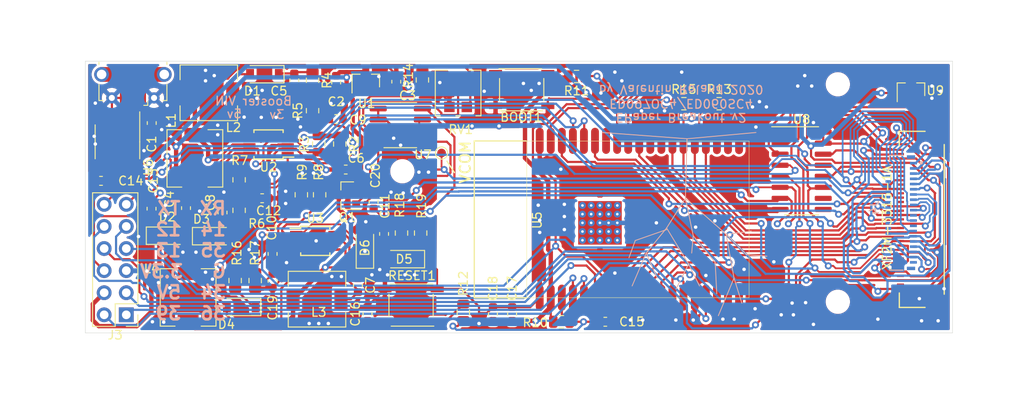
<source format=kicad_pcb>
(kicad_pcb (version 20171130) (host pcbnew 5.1.6)
  (layers (0 F.Cu signal) (31 B.Cu signal) (34 B.Paste user) (35 F.Paste user) (36 B.SilkS user) (37 F.SilkS user) (38 B.Mask user) (39 F.Mask user) (44 Edge.Cuts user))
  (net 0 "")
  (net 1 "Net-(BOOT1-Pad2)")
  (net 2 GND)
  (net 3 "Net-(C4-Pad2)")
  (net 4 "Net-(C4-Pad1)")
  (net 5 /+22V)
  (net 6 "Net-(C5-Pad1)")
  (net 7 /-20V)
  (net 8 "Net-(C8-Pad1)")
  (net 9 /-15V)
  (net 10 /15V)
  (net 11 /EN)
  (net 12 "Net-(C16-Pad2)")
  (net 13 "Net-(D1-Pad2)")
  (net 14 /EP_CKH)
  (net 15 /EP_LE)
  (net 16 /EP_OE)
  (net 17 /EP_STH)
  (net 18 /EP_D0)
  (net 19 /EP_D1)
  (net 20 /EP_D2)
  (net 21 /EP_D3)
  (net 22 /EP_D4)
  (net 23 /EP_D5)
  (net 24 /EP_D6)
  (net 25 /EP_D7)
  (net 26 /EP_VCOM)
  (net 27 /EP_MODE)
  (net 28 /EP_STV)
  (net 29 /EP_CKV)
  (net 30 "Net-(J2-Pad2)")
  (net 31 "Net-(J2-Pad3)")
  (net 32 /MISO)
  (net 33 /SCLK)
  (net 34 /MOSI)
  (net 35 /A0)
  (net 36 /SENSOR_VN)
  (net 37 /SENSOR_VP)
  (net 38 "Net-(R14-Pad2)")
  (net 39 "Net-(RV1-Pad2)")
  (net 40 "Net-(U5-Pad30)")
  (net 41 "Net-(U5-Pad31)")
  (net 42 /USB_TXD)
  (net 43 /USB_RXD)
  (net 44 "Net-(U5-Pad37)")
  (net 45 5V)
  (net 46 "Net-(U7-Pad6)")
  (net 47 EPD_POWER)
  (net 48 /+3.3V)
  (net 49 "Net-(C7-Pad2)")
  (net 50 "Net-(C7-Pad1)")
  (net 51 "Net-(C10-Pad1)")
  (net 52 "Net-(C11-Pad1)")
  (net 53 "Net-(D4-Pad2)")
  (net 54 /A1)
  (net 55 /~SMPS_CTRL)
  (net 56 /CTRL-20V)
  (net 57 /CTRL+22V)
  (net 58 /CTRL-15V)
  (net 59 /CTRL+15V)
  (module Connector_PinHeader_2.54mm:PinHeader_2x06_P2.54mm_Vertical (layer F.Cu) (at 29.7 48.7 180)
    (fp_text reference J3 (at 1.27 -2.33) (layer F.SilkS))
    (fp_text value Conn_02x06_Counter_Clockwise)
    (pad 12 thru_hole oval (at 2.54 12.7 180) (size 1.7 1.7) (drill 1) (layers *.Cu *.Mask) (net 42 /USB_TXD))
    (pad 11 thru_hole oval (at 0 12.7 180) (size 1.7 1.7) (drill 1) (layers *.Cu *.Mask) (net 43 /USB_RXD))
    (pad 10 thru_hole oval (at 2.54 10.16 180) (size 1.7 1.7) (drill 1) (layers *.Cu *.Mask) (net 32 /MISO))
    (pad 9 thru_hole oval (at 0 10.16 180) (size 1.7 1.7) (drill 1) (layers *.Cu *.Mask) (net 33 /SCLK))
    (pad 8 thru_hole oval (at 2.54 7.62 180) (size 1.7 1.7) (drill 1) (layers *.Cu *.Mask) (net 34 /MOSI))
    (pad 7 thru_hole oval (at 0 7.62 180) (size 1.7 1.7) (drill 1) (layers *.Cu *.Mask) (net 54 /A1))
    (pad 6 thru_hole oval (at 2.54 5.08 180) (size 1.7 1.7) (drill 1) (layers *.Cu *.Mask) (net 48 /+3.3V))
    (pad 5 thru_hole oval (at 0 5.08 180) (size 1.7 1.7) (drill 1) (layers *.Cu *.Mask) (net 2 GND))
    (pad 4 thru_hole oval (at 2.54 2.54 180) (size 1.7 1.7) (drill 1) (layers *.Cu *.Mask) (net 45 5V))
    (pad 3 thru_hole oval (at 0 2.54 180) (size 1.7 1.7) (drill 1) (layers *.Cu *.Mask) (net 35 /A0))
    (pad 2 thru_hole oval (at 2.54 0 180) (size 1.7 1.7) (drill 1) (layers *.Cu *.Mask) (net 36 /SENSOR_VN))
    (pad 1 thru_hole rect (at 0 0 180) (size 1.7 1.7) (drill 1) (layers *.Cu *.Mask) (net 37 /SENSOR_VP))
  )
  (module Resistor_SMD:R_0805_2012Metric (layer F.Cu) (at 63.7 21.7 90)
    (fp_text reference R14 (at 0.5 -1.6 90) (layer F.SilkS))
    (fp_text value 390k)
    (pad 2 smd roundrect (at 0.9375 0 90) (size 0.975 1.4) (layers F.Cu F.Paste F.Mask) (net 38 "Net-(R14-Pad2)"))
    (pad 1 smd roundrect (at -0.9375 0 90) (size 0.975 1.4) (layers F.Cu F.Paste F.Mask) (net 9 /-15V))
  )
  (module TestPoint:TestPoint_Pad_D1.0mm (layer F.Cu) (at 65.9 30.1)
    (fp_text reference TP1 hide)
    (fp_text value TestPoint_Probe)
    (pad 1 smd circle (at 0 0) (size 1 1) (layers F.Cu F.Mask) (net 26 /EP_VCOM))
  )
  (module epaper-breakout:USB_Micro-B_A01SB141B1-067 (layer F.Cu) (at 30.463 21.065 180)
    (fp_text reference J2)
    (fp_text value C10418)
    (pad GND smd rect (at 1 0 180) (size 1.5 1.7) (layers F.Cu F.Paste F.Mask))
    (pad 6 thru_hole circle (at -2.425 -2.7 180) (size 1.29 1.29) (drill 0.7) (layers *.Cu *.Mask F.Paste) (net 2 GND))
    (pad 2 smd rect (at -0.65 -2.7 180) (size 0.4 1.25) (layers F.Cu F.Paste F.Mask) (net 30 "Net-(J2-Pad2)"))
    (pad 1 smd rect (at -1.3 -2.7 180) (size 0.4 1.25) (layers F.Cu F.Paste F.Mask) (net 45 5V))
    (pad 5 smd rect (at 1.3 -2.7 180) (size 0.4 1.25) (layers F.Cu F.Paste F.Mask) (net 2 GND))
    (pad 4 smd rect (at 0.65 -2.7 180) (size 0.4 1.25) (layers F.Cu F.Paste F.Mask))
    (pad 3 smd rect (at 0 -2.7 180) (size 0.4 1.25) (layers F.Cu F.Paste F.Mask) (net 31 "Net-(J2-Pad3)"))
    (pad 6 thru_hole circle (at 2.425 -2.7 180) (size 1.29 1.29) (drill 0.7) (layers *.Cu *.Mask) (net 2 GND))
    (pad GND smd rect (at -1 0 180) (size 1.5 1.7) (layers F.Cu F.Paste F.Mask))
    (pad GND thru_hole circle (at -3.6 0) (size 1.7 1.7) (drill oval 1.1) (layers *.Cu *.Mask F.Paste))
    (pad GND thru_hole circle (at 3.6 0 180) (size 1.7 1.7) (drill oval 1.1) (layers *.Cu *.Mask F.Paste))
    (pad GND smd rect (at 2.9 0 180) (size 1.2 1.7) (layers F.Cu F.Mask))
    (pad GND smd rect (at -2.9 0 180) (size 1.2 1.7) (layers F.Cu F.Mask))
  )
  (module Package_SO:MSOP-10_3x3mm_P0.5mm (layer F.Cu) (at 51.4 40.2)
    (fp_text reference U3 (at 0 -2.6) (layer F.SilkS))
    (fp_text value LT1945)
    (pad 10 smd rect (at 2.2 -1) (size 1.4 0.3) (layers F.Cu F.Paste F.Mask) (net 49 "Net-(C7-Pad2)"))
    (pad 9 smd rect (at 2.2 -0.5) (size 1.4 0.3) (layers F.Cu F.Paste F.Mask) (net 2 GND))
    (pad 8 smd rect (at 2.2 0) (size 1.4 0.3) (layers F.Cu F.Paste F.Mask) (net 47 EPD_POWER))
    (pad 7 smd rect (at 2.2 0.5) (size 1.4 0.3) (layers F.Cu F.Paste F.Mask) (net 2 GND))
    (pad 6 smd rect (at 2.2 1) (size 1.4 0.3) (layers F.Cu F.Paste F.Mask) (net 53 "Net-(D4-Pad2)"))
    (pad 5 smd rect (at -2.2 1) (size 1.4 0.3) (layers F.Cu F.Paste F.Mask) (net 51 "Net-(C10-Pad1)"))
    (pad 4 smd rect (at -2.2 0.5) (size 1.4 0.3) (layers F.Cu F.Paste F.Mask) (net 59 /CTRL+15V))
    (pad 3 smd rect (at -2.2 0) (size 1.4 0.3) (layers F.Cu F.Paste F.Mask) (net 2 GND))
    (pad 2 smd rect (at -2.2 -0.5) (size 1.4 0.3) (layers F.Cu F.Paste F.Mask) (net 58 /CTRL-15V))
    (pad 1 smd rect (at -2.2 -1) (size 1.4 0.3) (layers F.Cu F.Paste F.Mask) (net 52 "Net-(C11-Pad1)"))
  )
  (module Package_TO_SOT_SMD:SOT-23 (layer F.Cu) (at 57.2 21.8 90)
    (fp_text reference U1 (at -2.6 0.1 180) (layer F.SilkS))
    (fp_text value MCP1700-3302E_SOT23)
    (pad 3 smd rect (at 1 0 90) (size 0.9 0.8) (layers F.Cu F.Paste F.Mask) (net 45 5V))
    (pad 2 smd rect (at -1 0.95 90) (size 0.9 0.8) (layers F.Cu F.Paste F.Mask) (net 48 /+3.3V))
    (pad 1 smd rect (at -1 -0.95 90) (size 0.9 0.8) (layers F.Cu F.Paste F.Mask) (net 2 GND))
  )
  (module Resistor_SMD:R_0805_2012Metric (layer F.Cu) (at 63.5 39.3 90)
    (fp_text reference R19 (at 3.1 0.1 90) (layer F.SilkS))
    (fp_text value 10k)
    (pad 2 smd roundrect (at 0.9375 0 90) (size 0.975 1.4) (layers F.Cu F.Paste F.Mask) (net 2 GND))
    (pad 1 smd roundrect (at -0.9375 0 90) (size 0.975 1.4) (layers F.Cu F.Paste F.Mask) (net 52 "Net-(C11-Pad1)"))
  )
  (module Resistor_SMD:R_0805_2012Metric (layer F.Cu) (at 61.3 39.3 270)
    (fp_text reference R18 (at -3.2 0.2 90) (layer F.SilkS))
    (fp_text value 110k)
    (pad 2 smd roundrect (at 0.9375 0 270) (size 0.975 1.4) (layers F.Cu F.Paste F.Mask) (net 52 "Net-(C11-Pad1)"))
    (pad 1 smd roundrect (at -0.9375 0 270) (size 0.975 1.4) (layers F.Cu F.Paste F.Mask) (net 9 /-15V))
  )
  (module Resistor_SMD:R_0805_2012Metric (layer F.Cu) (at 44.5 44.7625 270)
    (fp_text reference R17 (at -3.1625 0 90) (layer F.SilkS))
    (fp_text value 27k)
    (pad 2 smd roundrect (at 0.9375 0 270) (size 0.975 1.4) (layers F.Cu F.Paste F.Mask) (net 2 GND))
    (pad 1 smd roundrect (at -0.9375 0 270) (size 0.975 1.4) (layers F.Cu F.Paste F.Mask) (net 51 "Net-(C10-Pad1)"))
  )
  (module Resistor_SMD:R_0805_2012Metric (layer F.Cu) (at 42.2 44.7625 90)
    (fp_text reference R16 (at 3.1625 0.2 90) (layer F.SilkS))
    (fp_text value 300k)
    (pad 2 smd roundrect (at 0.9375 0 90) (size 0.975 1.4) (layers F.Cu F.Paste F.Mask) (net 51 "Net-(C10-Pad1)"))
    (pad 1 smd roundrect (at -0.9375 0 90) (size 0.975 1.4) (layers F.Cu F.Paste F.Mask) (net 10 /15V))
  )
  (module Resistor_SMD:R_0805_2012Metric (layer F.Cu) (at 49.8 34.9 90)
    (fp_text reference R9 (at 2.6 0.1 90) (layer F.SilkS))
    (fp_text value 10k)
    (pad 2 smd roundrect (at 0.9375 0 90) (size 0.975 1.4) (layers F.Cu F.Paste F.Mask) (net 2 GND))
    (pad 1 smd roundrect (at -0.9375 0 90) (size 0.975 1.4) (layers F.Cu F.Paste F.Mask) (net 59 /CTRL+15V))
  )
  (module Resistor_SMD:R_0805_2012Metric (layer F.Cu) (at 51.9 34.9 90)
    (fp_text reference R8 (at 2.6 -0.1 90) (layer F.SilkS))
    (fp_text value 10k)
    (pad 2 smd roundrect (at 0.9375 0 90) (size 0.975 1.4) (layers F.Cu F.Paste F.Mask) (net 2 GND))
    (pad 1 smd roundrect (at -0.9375 0 90) (size 0.975 1.4) (layers F.Cu F.Paste F.Mask) (net 58 /CTRL-15V))
  )
  (module Package_TO_SOT_SMD:SOT-23 (layer F.Cu) (at 55.1 35 180)
    (fp_text reference Q1 (at 0 -2.5) (layer F.SilkS))
    (fp_text value IRLML6402)
    (pad 3 smd rect (at 1 0 180) (size 0.9 0.8) (layers F.Cu F.Paste F.Mask) (net 47 EPD_POWER))
    (pad 2 smd rect (at -1 0.95 180) (size 0.9 0.8) (layers F.Cu F.Paste F.Mask) (net 45 5V))
    (pad 1 smd rect (at -1 -0.95 180) (size 0.9 0.8) (layers F.Cu F.Paste F.Mask) (net 55 /~SMPS_CTRL))
  )
  (module Inductor_SMD:L_6.3x6.3_H3 (layer F.Cu) (at 36.8 46.7 270)
    (fp_text reference L4 (at -3.3 4.2 180) (layer F.SilkS))
    (fp_text value 22uH)
    (pad 2 smd rect (at 2.75 0 270) (size 1.5 2.4) (layers F.Cu F.Paste F.Mask) (net 47 EPD_POWER))
    (pad 1 smd rect (at -2.75 0 270) (size 1.5 2.4) (layers F.Cu F.Paste F.Mask) (net 53 "Net-(D4-Pad2)"))
  )
  (module Inductor_SMD:L_6.3x6.3_H3 (layer F.Cu) (at 51.6 46.9 180)
    (fp_text reference L3 (at -0.2 -1.5) (layer F.SilkS))
    (fp_text value 22uH)
    (pad 2 smd rect (at 2.75 0 180) (size 1.5 2.4) (layers F.Cu F.Paste F.Mask) (net 47 EPD_POWER))
    (pad 1 smd rect (at -2.75 0 180) (size 1.5 2.4) (layers F.Cu F.Paste F.Mask) (net 49 "Net-(C7-Pad2)"))
  )
  (module Diode_SMD:D_SOD-123 (layer F.Cu) (at 57.1 41.1 90)
    (fp_text reference D6 (at 0.1 0 90) (layer F.SilkS))
    (fp_text value MBR0540)
    (pad 2 smd rect (at 1.65 0 90) (size 0.9 1.2) (layers F.Cu F.Paste F.Mask) (net 9 /-15V))
    (pad 1 smd rect (at -1.65 0 90) (size 0.9 1.2) (layers F.Cu F.Paste F.Mask) (net 50 "Net-(C7-Pad1)"))
  )
  (module Diode_SMD:D_SOD-123 (layer F.Cu) (at 61.7 42.3 180)
    (fp_text reference D5 (at 0.1 0) (layer F.SilkS))
    (fp_text value MBR0540)
    (pad 2 smd rect (at 1.65 0 180) (size 0.9 1.2) (layers F.Cu F.Paste F.Mask) (net 50 "Net-(C7-Pad1)"))
    (pad 1 smd rect (at -1.65 0 180) (size 0.9 1.2) (layers F.Cu F.Paste F.Mask) (net 2 GND))
  )
  (module Diode_SMD:D_SOD-123 (layer F.Cu) (at 42.9 47.8 180)
    (fp_text reference D4 (at 1.7 -2) (layer F.SilkS))
    (fp_text value MBR0540)
    (pad 2 smd rect (at 1.65 0 180) (size 0.9 1.2) (layers F.Cu F.Paste F.Mask) (net 53 "Net-(D4-Pad2)"))
    (pad 1 smd rect (at -1.65 0 180) (size 0.9 1.2) (layers F.Cu F.Paste F.Mask) (net 10 /15V))
  )
  (module Capacitor_SMD:C_0603_1608Metric (layer F.Cu) (at 58.1 35.7 270)
    (fp_text reference C20 (at -3 -0.2 90) (layer F.SilkS))
    (fp_text value 1uF)
    (pad 2 smd roundrect (at 0.7875 0 270) (size 0.875 0.95) (layers F.Cu F.Paste F.Mask) (net 9 /-15V))
    (pad 1 smd roundrect (at -0.7875 0 270) (size 0.875 0.95) (layers F.Cu F.Paste F.Mask) (net 2 GND))
  )
  (module Capacitor_SMD:C_0603_1608Metric (layer F.Cu) (at 46.5 44.8 90)
    (fp_text reference C19 (at -3.1 0 270) (layer F.SilkS))
    (fp_text value 1uF)
    (pad 2 smd roundrect (at 0.7875 0 90) (size 0.875 0.95) (layers F.Cu F.Paste F.Mask) (net 10 /15V))
    (pad 1 smd roundrect (at -0.7875 0 90) (size 0.875 0.95) (layers F.Cu F.Paste F.Mask) (net 2 GND))
  )
  (module Capacitor_SMD:C_0603_1608Metric (layer F.Cu) (at 59.3 39.4 90)
    (fp_text reference C11 (at 3.2 0.1 90) (layer F.SilkS))
    (fp_text value 100pF)
    (pad 2 smd roundrect (at 0.7875 0 90) (size 0.875 0.95) (layers F.Cu F.Paste F.Mask) (net 9 /-15V))
    (pad 1 smd roundrect (at -0.7875 0 90) (size 0.875 0.95) (layers F.Cu F.Paste F.Mask) (net 52 "Net-(C11-Pad1)"))
  )
  (module Capacitor_SMD:C_0603_1608Metric (layer F.Cu) (at 46.5 41.7 270)
    (fp_text reference C10 (at -3 0.1 90) (layer F.SilkS))
    (fp_text value 4.7pF)
    (pad 2 smd roundrect (at 0.7875 0 270) (size 0.875 0.95) (layers F.Cu F.Paste F.Mask) (net 10 /15V))
    (pad 1 smd roundrect (at -0.7875 0 270) (size 0.875 0.95) (layers F.Cu F.Paste F.Mask) (net 51 "Net-(C10-Pad1)"))
  )
  (module Capacitor_SMD:C_0603_1608Metric (layer F.Cu) (at 56.3 45.3 270)
    (fp_text reference C7 (at 0 -1.43 90) (layer F.SilkS))
    (fp_text value 0.1uF)
    (pad 2 smd roundrect (at 0.7875 0 270) (size 0.875 0.95) (layers F.Cu F.Paste F.Mask) (net 49 "Net-(C7-Pad2)"))
    (pad 1 smd roundrect (at -0.7875 0 270) (size 0.875 0.95) (layers F.Cu F.Paste F.Mask) (net 50 "Net-(C7-Pad1)"))
  )
  (module Capacitor_SMD:C_0603_1608Metric (layer F.Cu) (at 54.9 32)
    (fp_text reference C6 (at 1.2 -1.3) (layer F.SilkS))
    (fp_text value 4.7uF)
    (pad 2 smd roundrect (at 0.7875 0) (size 0.875 0.95) (layers F.Cu F.Paste F.Mask) (net 2 GND))
    (pad 1 smd roundrect (at -0.7875 0) (size 0.875 0.95) (layers F.Cu F.Paste F.Mask) (net 47 EPD_POWER))
  )
  (module MountingHole:MountingHole_2.2mm_M2 (layer F.Cu) (at 111.4 47.2)
    (fp_text reference H3 hide)
    (fp_text value MountingHole)
    (pad 1 np_thru_hole circle (at 0 0) (size 2.2 2.2) (drill 2.2) (layers *.Cu *.Mask))
  )
  (module MountingHole:MountingHole_2.2mm_M2 (layer F.Cu) (at 61.4 32.2)
    (fp_text reference H2 hide)
    (fp_text value MountingHole)
    (pad 1 np_thru_hole circle (at 0 0) (size 2.2 2.2) (drill 2.2) (layers *.Cu *.Mask))
  )
  (module MountingHole:MountingHole_2.2mm_M2 (layer F.Cu) (at 111.4 22.2)
    (fp_text reference H1 hide)
    (fp_text value MountingHole)
    (pad 1 np_thru_hole circle (at 0 0) (size 2.2 2.2) (drill 2.2) (layers *.Cu *.Mask))
  )
  (module epaper-breakout:CONN_ED097OC4 (layer F.Cu) (at 116.1372 37.7274 270)
    (fp_text reference J1 hide)
    (fp_text value XF2M-3315-1A (at -0.1778 -0.9144 90) (layer F.SilkS))
    (pad 1 smd rect (at 7.999999 -2.4511) (size 0.8128 0.254) (layers F.Cu F.Paste F.Mask) (net 9 /-15V))
    (pad 2 smd rect (at 7.5 -2.4511) (size 0.8128 0.254) (layers F.Cu F.Paste F.Mask))
    (pad 3 smd rect (at 6.999999 -2.4511) (size 0.8128 0.254) (layers F.Cu F.Paste F.Mask) (net 10 /15V))
    (pad 4 smd rect (at 6.5 -2.4511) (size 0.8128 0.254) (layers F.Cu F.Paste F.Mask))
    (pad 5 smd rect (at 5.999998 -2.4511) (size 0.8128 0.254) (layers F.Cu F.Paste F.Mask) (net 2 GND))
    (pad 6 smd rect (at 5.499999 -2.4511) (size 0.8128 0.254) (layers F.Cu F.Paste F.Mask))
    (pad 7 smd rect (at 5 -2.4511) (size 0.8128 0.254) (layers F.Cu F.Paste F.Mask) (net 48 /+3.3V))
    (pad 8 smd rect (at 4.499999 -2.4511) (size 0.8128 0.254) (layers F.Cu F.Paste F.Mask) (net 14 /EP_CKH))
    (pad 9 smd rect (at 4 -2.4511) (size 0.8128 0.254) (layers F.Cu F.Paste F.Mask) (net 15 /EP_LE))
    (pad 10 smd rect (at 3.499998 -2.4511) (size 0.8128 0.254) (layers F.Cu F.Paste F.Mask) (net 16 /EP_OE))
    (pad 11 smd rect (at 2.999999 -2.4511) (size 0.8128 0.254) (layers F.Cu F.Paste F.Mask) (net 48 /+3.3V))
    (pad 12 smd rect (at 2.5 -2.4511) (size 0.8128 0.254) (layers F.Cu F.Paste F.Mask) (net 17 /EP_STH))
    (pad 13 smd rect (at 1.999999 -2.4511) (size 0.8128 0.254) (layers F.Cu F.Paste F.Mask) (net 18 /EP_D0))
    (pad 14 smd rect (at 1.5 -2.4511) (size 0.8128 0.254) (layers F.Cu F.Paste F.Mask) (net 19 /EP_D1))
    (pad 15 smd rect (at 0.999998 -2.4511) (size 0.8128 0.254) (layers F.Cu F.Paste F.Mask) (net 20 /EP_D2))
    (pad 16 smd rect (at 0.499999 -2.4511) (size 0.8128 0.254) (layers F.Cu F.Paste F.Mask) (net 21 /EP_D3))
    (pad 17 smd rect (at 0 -2.4511) (size 0.8128 0.254) (layers F.Cu F.Paste F.Mask) (net 22 /EP_D4))
    (pad 18 smd rect (at -0.500002 -2.4511) (size 0.8128 0.254) (layers F.Cu F.Paste F.Mask) (net 23 /EP_D5))
    (pad 19 smd rect (at -1.000001 -2.4511) (size 0.8128 0.254) (layers F.Cu F.Paste F.Mask) (net 24 /EP_D6))
    (pad 20 smd rect (at -1.5 -2.4511) (size 0.8128 0.254) (layers F.Cu F.Paste F.Mask) (net 25 /EP_D7))
    (pad 21 smd rect (at -2.000001 -2.4511) (size 0.8128 0.254) (layers F.Cu F.Paste F.Mask))
    (pad 22 smd rect (at -2.5 -2.4511) (size 0.8128 0.254) (layers F.Cu F.Paste F.Mask) (net 26 /EP_VCOM))
    (pad 23 smd rect (at -3.000002 -2.4511) (size 0.8128 0.254) (layers F.Cu F.Paste F.Mask))
    (pad 24 smd rect (at -3.500001 -2.4511) (size 0.8128 0.254) (layers F.Cu F.Paste F.Mask) (net 5 /+22V))
    (pad 25 smd rect (at -4 -2.4511) (size 0.8128 0.254) (layers F.Cu F.Paste F.Mask))
    (pad 26 smd rect (at -4.500001 -2.4511) (size 0.8128 0.254) (layers F.Cu F.Paste F.Mask) (net 7 /-20V))
    (pad 27 smd rect (at -5 -2.4511) (size 0.8128 0.254) (layers F.Cu F.Paste F.Mask))
    (pad 28 smd rect (at -5.500002 -2.4511) (size 0.8128 0.254) (layers F.Cu F.Paste F.Mask) (net 27 /EP_MODE))
    (pad 29 smd rect (at -6.000001 -2.4511) (size 0.8128 0.254) (layers F.Cu F.Paste F.Mask) (net 27 /EP_MODE))
    (pad 30 smd rect (at -6.5 -2.4511) (size 0.8128 0.254) (layers F.Cu F.Paste F.Mask) (net 48 /+3.3V))
    (pad 31 smd rect (at -7.000001 -2.4511) (size 0.8128 0.254) (layers F.Cu F.Paste F.Mask) (net 28 /EP_STV))
    (pad 32 smd rect (at -7.5 -2.4511) (size 0.8128 0.254) (layers F.Cu F.Paste F.Mask) (net 29 /EP_CKV))
    (pad 33 smd rect (at -8.000002 -2.4511) (size 0.8128 0.254) (layers F.Cu F.Paste F.Mask) (net 2 GND))
    (pad 34 smd rect (at -9.652 -6.4643 270) (size 1.524 1.7018) (layers F.Cu F.Paste F.Mask))
    (pad 35 smd rect (at 9.652 -6.4643 270) (size 1.524 1.7018) (layers F.Cu F.Paste F.Mask))
  )
  (module Resistor_SMD:R_0805_2012Metric (layer F.Cu) (at 51.799 29.066 90)
    (fp_text reference R3 (at 0 -1.65 90) (layer F.SilkS))
    (fp_text value 10k)
    (pad 2 smd roundrect (at 0.9375 0 90) (size 0.975 1.4) (layers F.Cu F.Paste F.Mask) (net 2 GND))
    (pad 1 smd roundrect (at -0.9375 0 90) (size 0.975 1.4) (layers F.Cu F.Paste F.Mask) (net 57 /CTRL+22V))
  )
  (module esp32-wrover:ESP32-WROVER (layer F.Cu) (at 76.2592 37.7274 90)
    (fp_text reference U5 (at -0.1 0.62 90) (layer F.SilkS))
    (fp_text value ESP32-WROVER hide)
    (pad 39 thru_hole circle (at -2.4 5.82 90) (size 0.8 0.8) (drill 0.3) (layers *.Cu *.Mask) (net 2 GND))
    (pad 39 smd rect (at -0.4 7.83 90) (size 5 5) (layers F.Cu F.Paste F.Mask) (net 2 GND))
    (pad 1 smd oval (at -9 0.91 90) (size 3 0.9) (layers F.Cu F.Paste F.Mask) (net 2 GND))
    (pad 2 smd oval (at -9 2.18 90) (size 3 0.9) (layers F.Cu F.Paste F.Mask) (net 48 /+3.3V))
    (pad 3 smd oval (at -9 3.45 90) (size 3 0.9) (layers F.Cu F.Paste F.Mask) (net 11 /EN))
    (pad 4 smd oval (at -9 4.72 90) (size 3 0.9) (layers F.Cu F.Paste F.Mask) (net 37 /SENSOR_VP))
    (pad 5 smd oval (at -9 5.99 90) (size 3 0.9) (layers F.Cu F.Paste F.Mask) (net 36 /SENSOR_VN))
    (pad 6 smd oval (at -9 7.26 90) (size 3 0.9) (layers F.Cu F.Paste F.Mask) (net 35 /A0))
    (pad 7 smd oval (at -9 8.53 90) (size 3 0.9) (layers F.Cu F.Paste F.Mask) (net 54 /A1))
    (pad 8 smd oval (at -9 9.8 90) (size 3 0.9) (layers F.Cu F.Paste F.Mask) (net 19 /EP_D1))
    (pad 9 smd oval (at -9 11.07 90) (size 3 0.9) (layers F.Cu F.Paste F.Mask) (net 18 /EP_D0))
    (pad 10 smd oval (at -9 12.34 90) (size 3 0.9) (layers F.Cu F.Paste F.Mask) (net 29 /EP_CKV))
    (pad 11 smd oval (at -9 13.61 90) (size 3 0.9) (layers F.Cu F.Paste F.Mask) (net 17 /EP_STH))
    (pad 12 smd oval (at -9 14.88 90) (size 3 0.9) (layers F.Cu F.Paste F.Mask) (net 23 /EP_D5))
    (pad 13 smd oval (at -9 16.15 90) (size 3 0.9) (layers F.Cu F.Paste F.Mask) (net 33 /SCLK))
    (pad 14 smd oval (at -9 17.42 90) (size 3 0.9) (layers F.Cu F.Paste F.Mask) (net 32 /MISO))
    (pad 15 smd oval (at -9 18.72 90) (size 3 0.9) (layers F.Cu F.Paste F.Mask) (net 2 GND))
    (pad 16 smd oval (at -9 19.99 90) (size 3 0.9) (layers F.Cu F.Paste F.Mask) (net 34 /MOSI))
    (pad 17 smd oval (at -9 21.26 90) (size 3 0.9) (layers F.Cu F.Paste F.Mask))
    (pad 18 smd oval (at -9 22.53 90) (size 3 0.9) (layers F.Cu F.Paste F.Mask))
    (pad 19 smd oval (at -9 23.8 90) (size 3 0.9) (layers F.Cu F.Paste F.Mask))
    (pad 20 smd oval (at 9 23.8 90) (size 3 0.9) (layers F.Cu F.Paste F.Mask))
    (pad 21 smd oval (at 9 22.53 90) (size 3 0.9) (layers F.Cu F.Paste F.Mask))
    (pad 22 smd oval (at 9 21.26 90) (size 3 0.9) (layers F.Cu F.Paste F.Mask))
    (pad 23 smd oval (at 9 19.99 90) (size 3 0.9) (layers F.Cu F.Paste F.Mask) (net 15 /EP_LE))
    (pad 24 smd oval (at 9 18.72 90) (size 3 0.9) (layers F.Cu F.Paste F.Mask) (net 22 /EP_D4))
    (pad 25 smd oval (at 9.03 17.42 90) (size 3 0.9) (layers F.Cu F.Paste F.Mask) (net 21 /EP_D3))
    (pad 26 smd oval (at 9.03 16.15 90) (size 3 0.9) (layers F.Cu F.Paste F.Mask) (net 20 /EP_D2))
    (pad 27 smd oval (at 9.03 14.88 90) (size 3 0.9) (layers F.Cu F.Paste F.Mask))
    (pad 28 smd oval (at 9.03 13.61 90) (size 3 0.9) (layers F.Cu F.Paste F.Mask))
    (pad 29 smd oval (at 9.03 12.34 90) (size 3 0.9) (layers F.Cu F.Paste F.Mask) (net 14 /EP_CKH))
    (pad 30 smd oval (at 9.03 11.07 90) (size 3 0.9) (layers F.Cu F.Paste F.Mask) (net 40 "Net-(U5-Pad30)"))
    (pad 31 smd oval (at 9.03 9.8 90) (size 3 0.9) (layers F.Cu F.Paste F.Mask) (net 41 "Net-(U5-Pad31)"))
    (pad 32 smd oval (at 9.03 8.53 90) (size 3 0.9) (layers F.Cu F.Paste F.Mask))
    (pad 33 smd oval (at 9.03 7.26 90) (size 3 0.9) (layers F.Cu F.Paste F.Mask) (net 24 /EP_D6))
    (pad 34 smd oval (at 9.03 5.99 90) (size 3 0.9) (layers F.Cu F.Paste F.Mask) (net 42 /USB_TXD))
    (pad 35 smd oval (at 9.03 4.72 90) (size 3 0.9) (layers F.Cu F.Paste F.Mask) (net 43 /USB_RXD))
    (pad 36 smd oval (at 9.03 3.45 90) (size 3 0.9) (layers F.Cu F.Paste F.Mask) (net 25 /EP_D7))
    (pad 37 smd oval (at 9.03 2.18 90) (size 3 0.9) (layers F.Cu F.Paste F.Mask) (net 44 "Net-(U5-Pad37)"))
    (pad 38 smd oval (at 9.03 0.91 90) (size 3 0.9) (layers F.Cu F.Paste F.Mask) (net 2 GND))
    (pad 39 thru_hole circle (at -2.4 6.82 90) (size 0.8 0.8) (drill 0.3) (layers *.Cu *.Mask) (net 2 GND))
    (pad 39 thru_hole circle (at -2.4 7.82 90) (size 0.8 0.8) (drill 0.3) (layers *.Cu *.Mask) (net 2 GND))
    (pad 39 thru_hole circle (at -2.4 8.82 90) (size 0.8 0.8) (drill 0.3) (layers *.Cu *.Mask) (net 2 GND))
    (pad 39 thru_hole circle (at -2.4 9.82 90) (size 0.8 0.8) (drill 0.3) (layers *.Cu *.Mask) (net 2 GND))
    (pad 39 thru_hole circle (at -1.4 9.82 90) (size 0.8 0.8) (drill 0.3) (layers *.Cu *.Mask) (net 2 GND))
    (pad 39 thru_hole circle (at -1.4 8.82 90) (size 0.8 0.8) (drill 0.3) (layers *.Cu *.Mask) (net 2 GND))
    (pad 39 thru_hole circle (at -1.4 7.82 90) (size 0.8 0.8) (drill 0.3) (layers *.Cu *.Mask) (net 2 GND))
    (pad 39 thru_hole circle (at -1.4 6.82 90) (size 0.8 0.8) (drill 0.3) (layers *.Cu *.Mask) (net 2 GND))
    (pad 39 thru_hole circle (at -1.4 5.82 90) (size 0.8 0.8) (drill 0.3) (layers *.Cu *.Mask) (net 2 GND))
    (pad 39 thru_hole circle (at 0.6 5.82 90) (size 0.8 0.8) (drill 0.3) (layers *.Cu *.Mask) (net 2 GND))
    (pad 39 thru_hole circle (at 0.6 6.82 90) (size 0.8 0.8) (drill 0.3) (layers *.Cu *.Mask) (net 2 GND))
    (pad 39 thru_hole circle (at 0.6 7.82 90) (size 0.8 0.8) (drill 0.3) (layers *.Cu *.Mask) (net 2 GND))
    (pad 39 thru_hole circle (at 0.6 8.82 90) (size 0.8 0.8) (drill 0.3) (layers *.Cu *.Mask) (net 2 GND))
    (pad 39 thru_hole circle (at 0.6 9.82 90) (size 0.8 0.8) (drill 0.3) (layers *.Cu *.Mask) (net 2 GND))
    (pad 39 thru_hole circle (at -0.4 9.82 90) (size 0.8 0.8) (drill 0.3) (layers *.Cu *.Mask) (net 2 GND))
    (pad 39 thru_hole circle (at -0.4 8.82 90) (size 0.8 0.8) (drill 0.3) (layers *.Cu *.Mask) (net 2 GND))
    (pad 39 thru_hole circle (at -0.4 7.82 90) (size 0.8 0.8) (drill 0.3) (layers *.Cu *.Mask) (net 2 GND))
    (pad 39 thru_hole circle (at -0.4 6.82 90) (size 0.8 0.8) (drill 0.3) (layers *.Cu *.Mask) (net 2 GND))
    (pad 39 thru_hole circle (at -0.4 5.82 90) (size 0.8 0.8) (drill 0.3) (layers *.Cu *.Mask) (net 2 GND))
    (pad 39 thru_hole circle (at 1.6 9.82 90) (size 0.8 0.8) (drill 0.3) (layers *.Cu *.Mask) (net 2 GND))
    (pad 39 thru_hole circle (at 1.6 8.82 90) (size 0.8 0.8) (drill 0.3) (layers *.Cu *.Mask) (net 2 GND))
    (pad 39 thru_hole circle (at 1.6 7.82 90) (size 0.8 0.8) (drill 0.3) (layers *.Cu *.Mask) (net 2 GND))
    (pad 39 thru_hole circle (at 1.6 6.82 90) (size 0.8 0.8) (drill 0.3) (layers *.Cu *.Mask) (net 2 GND))
    (pad 39 thru_hole circle (at 1.6 5.82 90) (size 0.8 0.8) (drill 0.3) (layers *.Cu *.Mask) (net 2 GND))
  )
  (module Package_TO_SOT_SMD:SOT-23 (layer F.Cu) (at 119.8 22.8 90)
    (fp_text reference U9 (at -0.127 2.794 180) (layer F.SilkS))
    (fp_text value MCP9700AT-ETT)
    (pad 3 smd rect (at 1 0 90) (size 0.9 0.8) (layers F.Cu F.Paste F.Mask) (net 2 GND))
    (pad 2 smd rect (at -1 0.95 90) (size 0.9 0.8) (layers F.Cu F.Paste F.Mask) (net 54 /A1))
    (pad 1 smd rect (at -1 -0.95 90) (size 0.9 0.8) (layers F.Cu F.Paste F.Mask) (net 48 /+3.3V))
  )
  (module Package_SO:SOIC-16_3.9x9.9mm_P1.27mm (layer F.Cu) (at 107.2472 32.1394)
    (fp_text reference U8 (at 0 -5.9) (layer F.SilkS))
    (fp_text value 74HC4094-normal)
    (pad 16 smd roundrect (at 2.475 -4.445) (size 1.95 0.6) (layers F.Cu F.Paste F.Mask) (net 48 /+3.3V))
    (pad 15 smd roundrect (at 2.475 -3.175) (size 1.95 0.6) (layers F.Cu F.Paste F.Mask) (net 48 /+3.3V))
    (pad 14 smd roundrect (at 2.475 -1.905) (size 1.95 0.6) (layers F.Cu F.Paste F.Mask) (net 28 /EP_STV))
    (pad 13 smd roundrect (at 2.475 -0.635) (size 1.95 0.6) (layers F.Cu F.Paste F.Mask) (net 57 /CTRL+22V))
    (pad 12 smd roundrect (at 2.475 0.635) (size 1.95 0.6) (layers F.Cu F.Paste F.Mask) (net 27 /EP_MODE))
    (pad 11 smd roundrect (at 2.475 1.905) (size 1.95 0.6) (layers F.Cu F.Paste F.Mask) (net 16 /EP_OE))
    (pad 10 smd roundrect (at 2.475 3.175) (size 1.95 0.6) (layers F.Cu F.Paste F.Mask))
    (pad 9 smd roundrect (at 2.475 4.445) (size 1.95 0.6) (layers F.Cu F.Paste F.Mask))
    (pad 8 smd roundrect (at -2.475 4.445) (size 1.95 0.6) (layers F.Cu F.Paste F.Mask) (net 2 GND))
    (pad 7 smd roundrect (at -2.475 3.175) (size 1.95 0.6) (layers F.Cu F.Paste F.Mask) (net 56 /CTRL-20V))
    (pad 6 smd roundrect (at -2.475 1.905) (size 1.95 0.6) (layers F.Cu F.Paste F.Mask) (net 58 /CTRL-15V))
    (pad 5 smd roundrect (at -2.475 0.635) (size 1.95 0.6) (layers F.Cu F.Paste F.Mask) (net 59 /CTRL+15V))
    (pad 4 smd roundrect (at -2.475 -0.635) (size 1.95 0.6) (layers F.Cu F.Paste F.Mask) (net 55 /~SMPS_CTRL))
    (pad 3 smd roundrect (at -2.475 -1.905) (size 1.95 0.6) (layers F.Cu F.Paste F.Mask) (net 40 "Net-(U5-Pad30)"))
    (pad 2 smd roundrect (at -2.475 -3.175) (size 1.95 0.6) (layers F.Cu F.Paste F.Mask) (net 44 "Net-(U5-Pad37)"))
    (pad 1 smd roundrect (at -2.475 -4.445) (size 1.95 0.6) (layers F.Cu F.Paste F.Mask) (net 41 "Net-(U5-Pad31)"))
  )
  (module Package_SO:SOP-8_3.76x4.96mm_P1.27mm (layer F.Cu) (at 61.1625 26.895)
    (fp_text reference U7 (at 2.6 3.4) (layer F.SilkS))
    (fp_text value LM358)
    (pad 8 smd roundrect (at 2.5375 -1.905) (size 1.975 0.65) (layers F.Cu F.Paste F.Mask) (net 10 /15V))
    (pad 7 smd roundrect (at 2.5375 -0.635) (size 1.975 0.65) (layers F.Cu F.Paste F.Mask) (net 46 "Net-(U7-Pad6)"))
    (pad 6 smd roundrect (at 2.5375 0.635) (size 1.975 0.65) (layers F.Cu F.Paste F.Mask) (net 46 "Net-(U7-Pad6)"))
    (pad 5 smd roundrect (at 2.5375 1.905) (size 1.975 0.65) (layers F.Cu F.Paste F.Mask) (net 2 GND))
    (pad 4 smd roundrect (at -2.5375 1.905) (size 1.975 0.65) (layers F.Cu F.Paste F.Mask) (net 9 /-15V))
    (pad 3 smd roundrect (at -2.5375 0.635) (size 1.975 0.65) (layers F.Cu F.Paste F.Mask) (net 39 "Net-(RV1-Pad2)"))
    (pad 2 smd roundrect (at -2.5375 -0.635) (size 1.975 0.65) (layers F.Cu F.Paste F.Mask) (net 26 /EP_VCOM))
    (pad 1 smd roundrect (at -2.5375 -1.905) (size 1.975 0.65) (layers F.Cu F.Paste F.Mask) (net 26 /EP_VCOM))
  )
  (module Package_SO:SOIC-8_3.9x4.9mm_P1.27mm (layer F.Cu) (at 28.685 28.812 270)
    (fp_text reference U6 (at 2.921 -3.556 90) (layer F.SilkS))
    (fp_text value CH330N)
    (pad 8 smd roundrect (at 2.475 -1.905 270) (size 1.95 0.6) (layers F.Cu F.Paste F.Mask) (net 48 /+3.3V))
    (pad 7 smd roundrect (at 2.475 -0.635 270) (size 1.95 0.6) (layers F.Cu F.Paste F.Mask) (net 43 /USB_RXD))
    (pad 6 smd roundrect (at 2.475 0.635 270) (size 1.95 0.6) (layers F.Cu F.Paste F.Mask) (net 42 /USB_TXD))
    (pad 5 smd roundrect (at 2.475 1.905 270) (size 1.95 0.6) (layers F.Cu F.Paste F.Mask) (net 48 /+3.3V))
    (pad 4 smd roundrect (at -2.475 1.905 270) (size 1.95 0.6) (layers F.Cu F.Paste F.Mask))
    (pad 3 smd roundrect (at -2.475 0.635 270) (size 1.95 0.6) (layers F.Cu F.Paste F.Mask) (net 2 GND))
    (pad 2 smd roundrect (at -2.475 -0.635 270) (size 1.95 0.6) (layers F.Cu F.Paste F.Mask) (net 30 "Net-(J2-Pad2)"))
    (pad 1 smd roundrect (at -2.475 -1.905 270) (size 1.95 0.6) (layers F.Cu F.Paste F.Mask) (net 31 "Net-(J2-Pad3)"))
  )
  (module Package_SO:MSOP-10_3x3mm_P0.5mm (layer F.Cu) (at 46.0332 29.1168 180)
    (fp_text reference U2 (at 0 -2.6) (layer F.SilkS))
    (fp_text value LT1945)
    (pad 10 smd rect (at 2.2 -1 180) (size 1.4 0.3) (layers F.Cu F.Paste F.Mask) (net 3 "Net-(C4-Pad2)"))
    (pad 9 smd rect (at 2.2 -0.5 180) (size 1.4 0.3) (layers F.Cu F.Paste F.Mask) (net 2 GND))
    (pad 8 smd rect (at 2.2 0 180) (size 1.4 0.3) (layers F.Cu F.Paste F.Mask) (net 47 EPD_POWER))
    (pad 7 smd rect (at 2.2 0.5 180) (size 1.4 0.3) (layers F.Cu F.Paste F.Mask) (net 2 GND))
    (pad 6 smd rect (at 2.2 1 180) (size 1.4 0.3) (layers F.Cu F.Paste F.Mask) (net 13 "Net-(D1-Pad2)"))
    (pad 5 smd rect (at -2.2 1 180) (size 1.4 0.3) (layers F.Cu F.Paste F.Mask) (net 6 "Net-(C5-Pad1)"))
    (pad 4 smd rect (at -2.2 0.5 180) (size 1.4 0.3) (layers F.Cu F.Paste F.Mask) (net 57 /CTRL+22V))
    (pad 3 smd rect (at -2.2 0 180) (size 1.4 0.3) (layers F.Cu F.Paste F.Mask) (net 2 GND))
    (pad 2 smd rect (at -2.2 -0.5 180) (size 1.4 0.3) (layers F.Cu F.Paste F.Mask) (net 56 /CTRL-20V))
    (pad 1 smd rect (at -2.2 -1 180) (size 1.4 0.3) (layers F.Cu F.Paste F.Mask) (net 8 "Net-(C8-Pad1)"))
  )
  (module epaper-breakout:EVM3ESX50B25 (layer F.Cu) (at 67.8 23.2 270)
    (fp_text reference RV1 (at 4.2 -0.3) (layer F.SilkS))
    (fp_text value 200k)
    (pad 1 smd rect (at 1.6 1 270) (size 1.2 1.2) (layers F.Cu F.Paste F.Mask) (net 2 GND))
    (pad 2 smd rect (at -1.65 0 270) (size 1.5 1.6) (layers F.Cu F.Paste F.Mask) (net 39 "Net-(RV1-Pad2)"))
    (pad 3 smd rect (at 1.6 -1 270) (size 1.2 1.2) (layers F.Cu F.Paste F.Mask) (net 38 "Net-(R14-Pad2)"))
  )
  (module epaper-breakout:SW_TS-1187A (layer F.Cu) (at 62.4 47.6)
    (fp_text reference RESET1 (at 0.1 -3.4) (layer F.SilkS))
    (fp_text value SW1)
    (pad 2 smd rect (at 3 1.875) (size 1.5 0.75) (layers F.Cu F.Paste F.Mask) (net 12 "Net-(C16-Pad2)"))
    (pad 2 smd rect (at -3 1.875) (size 1.5 0.75) (layers F.Cu F.Paste F.Mask) (net 12 "Net-(C16-Pad2)"))
    (pad 1 smd rect (at -3 -1.875) (size 1.5 0.75) (layers F.Cu F.Paste F.Mask) (net 2 GND))
    (pad 1 smd rect (at 3 -1.875) (size 1.5 0.75) (layers F.Cu F.Paste F.Mask) (net 2 GND))
  )
  (module Resistor_SMD:R_0805_2012Metric (layer F.Cu) (at 93.724 24.4305)
    (fp_text reference R15 (at 0 -1.65) (layer F.SilkS))
    (fp_text value 10k)
    (pad 2 smd roundrect (at 0.9375 0) (size 0.975 1.4) (layers F.Cu F.Paste F.Mask) (net 48 /+3.3V))
    (pad 1 smd roundrect (at -0.9375 0) (size 0.975 1.4) (layers F.Cu F.Paste F.Mask) (net 21 /EP_D3))
  )
  (module Resistor_SMD:R_0805_2012Metric (layer F.Cu) (at 97.773 24.4305)
    (fp_text reference R13 (at 0 -1.65) (layer F.SilkS))
    (fp_text value 10k)
    (pad 2 smd roundrect (at 0.9375 0) (size 0.975 1.4) (layers F.Cu F.Paste F.Mask) (net 2 GND))
    (pad 1 smd roundrect (at -0.9375 0) (size 0.975 1.4) (layers F.Cu F.Paste F.Mask) (net 22 /EP_D4))
  )
  (module Resistor_SMD:R_0805_2012Metric (layer F.Cu) (at 68.4 48.4 90)
    (fp_text reference R12 (at 3.3 0 90) (layer F.SilkS))
    (fp_text value 470)
    (pad 2 smd roundrect (at 0.9375 0 90) (size 0.975 1.4) (layers F.Cu F.Paste F.Mask) (net 12 "Net-(C16-Pad2)"))
    (pad 1 smd roundrect (at -0.9375 0 90) (size 0.975 1.4) (layers F.Cu F.Paste F.Mask) (net 11 /EN))
  )
  (module Resistor_SMD:R_0805_2012Metric (layer F.Cu) (at 81.4 21.3 180)
    (fp_text reference R11 (at 0 -1.65) (layer F.SilkS))
    (fp_text value 470)
    (pad 2 smd roundrect (at 0.9375 0 180) (size 0.975 1.4) (layers F.Cu F.Paste F.Mask) (net 1 "Net-(BOOT1-Pad2)"))
    (pad 1 smd roundrect (at -0.9375 0 180) (size 0.975 1.4) (layers F.Cu F.Paste F.Mask) (net 21 /EP_D3))
  )
  (module Resistor_SMD:R_0805_2012Metric (layer F.Cu) (at 79.6625 49.5)
    (fp_text reference R10 (at -3 0.1) (layer F.SilkS))
    (fp_text value 10k)
    (pad 2 smd roundrect (at 0.9375 0) (size 0.975 1.4) (layers F.Cu F.Paste F.Mask) (net 11 /EN))
    (pad 1 smd roundrect (at -0.9375 0) (size 0.975 1.4) (layers F.Cu F.Paste F.Mask) (net 48 /+3.3V))
  )
  (module Resistor_SMD:R_0805_2012Metric (layer F.Cu) (at 42.655 33.1808 90)
    (fp_text reference R7 (at 2.2225 0.0635 180) (layer F.SilkS))
    (fp_text value 39k)
    (pad 2 smd roundrect (at 0.9375 0 90) (size 0.975 1.4) (layers F.Cu F.Paste F.Mask) (net 2 GND))
    (pad 1 smd roundrect (at -0.9375 0 90) (size 0.975 1.4) (layers F.Cu F.Paste F.Mask) (net 8 "Net-(C8-Pad1)"))
  )
  (module Resistor_SMD:R_0805_2012Metric (layer F.Cu) (at 42.655 36.6883 90)
    (fp_text reference R6 (at -1.5217 2.032 180) (layer F.SilkS))
    (fp_text value 560k)
    (pad 2 smd roundrect (at 0.9375 0 90) (size 0.975 1.4) (layers F.Cu F.Paste F.Mask) (net 8 "Net-(C8-Pad1)"))
    (pad 1 smd roundrect (at -0.9375 0 90) (size 0.975 1.4) (layers F.Cu F.Paste F.Mask) (net 7 /-20V))
  )
  (module Resistor_SMD:R_0805_2012Metric (layer F.Cu) (at 51.0878 25.2306 270)
    (fp_text reference R5 (at 0 1.6878 90) (layer F.SilkS))
    (fp_text value 120k)
    (pad 2 smd roundrect (at 0.9375 0 270) (size 0.975 1.4) (layers F.Cu F.Paste F.Mask) (net 2 GND))
    (pad 1 smd roundrect (at -0.9375 0 270) (size 0.975 1.4) (layers F.Cu F.Paste F.Mask) (net 6 "Net-(C5-Pad1)"))
  )
  (module Resistor_SMD:R_0805_2012Metric (layer F.Cu) (at 51.0878 21.7381 270)
    (fp_text reference R4 (at 0 -1.65 90) (layer F.SilkS))
    (fp_text value 2M)
    (pad 2 smd roundrect (at 0.9375 0 270) (size 0.975 1.4) (layers F.Cu F.Paste F.Mask) (net 6 "Net-(C5-Pad1)"))
    (pad 1 smd roundrect (at -0.9375 0 270) (size 0.975 1.4) (layers F.Cu F.Paste F.Mask) (net 5 /+22V))
  )
  (module Resistor_SMD:R_0805_2012Metric (layer F.Cu) (at 54.212 29.066 90)
    (fp_text reference R2 (at 0 1.651 90) (layer F.SilkS))
    (fp_text value 10k)
    (pad 2 smd roundrect (at 0.9375 0 90) (size 0.975 1.4) (layers F.Cu F.Paste F.Mask) (net 2 GND))
    (pad 1 smd roundrect (at -0.9375 0 90) (size 0.975 1.4) (layers F.Cu F.Paste F.Mask) (net 56 /CTRL-20V))
  )
  (module Inductor_SMD:L_6.3x6.3_H3 (layer F.Cu) (at 39.1752 23.1732 180)
    (fp_text reference L2 (at -2.8248 -3.9878) (layer F.SilkS))
    (fp_text value 22uH)
    (pad 2 smd rect (at 2.75 0 180) (size 1.5 2.4) (layers F.Cu F.Paste F.Mask) (net 47 EPD_POWER))
    (pad 1 smd rect (at -2.75 0 180) (size 1.5 2.4) (layers F.Cu F.Paste F.Mask) (net 13 "Net-(D1-Pad2)"))
  )
  (module Inductor_SMD:L_6.3x6.3_H3 (layer F.Cu) (at 37.575 30.717 90)
    (fp_text reference L1 (at 4.3434 -2.7178 90) (layer F.SilkS))
    (fp_text value 22uH)
    (pad 2 smd rect (at 2.75 0 90) (size 1.5 2.4) (layers F.Cu F.Paste F.Mask) (net 47 EPD_POWER))
    (pad 1 smd rect (at -2.75 0 90) (size 1.5 2.4) (layers F.Cu F.Paste F.Mask) (net 3 "Net-(C4-Pad2)"))
  )
  (module "epaper-breakout:HRS_FH26W-39S-0.3SHW(60)" (layer B.Cu) (at 118.6772 36.9654 270)
    (fp_text reference J4 (at -0.5654 3.0772 270) (layer B.SilkS) (effects (justify mirror)))
    (fp_text value ED060SC4)
    (pad S2 smd rect (at 6.4 -1.125 270) (size 0.4 0.95) (layers B.Cu B.Mask))
    (pad S1 smd rect (at -6.4 -1.125 270) (size 0.4 0.95) (layers B.Cu B.Mask))
    (pad 39 smd rect (at 5.7 -1.4 270) (size 0.3 0.8) (layers B.Cu B.Mask))
    (pad 38 smd rect (at 5.4 1.475 270) (size 0.3 0.65) (layers B.Cu B.Mask) (net 29 /EP_CKV))
    (pad 37 smd rect (at 5.1 -1.4 270) (size 0.3 0.8) (layers B.Cu B.Mask) (net 28 /EP_STV))
    (pad 36 smd rect (at 4.8 1.475 270) (size 0.3 0.65) (layers B.Cu B.Mask) (net 48 /+3.3V))
    (pad 35 smd rect (at 4.5 -1.4 270) (size 0.3 0.8) (layers B.Cu B.Mask) (net 48 /+3.3V))
    (pad 34 smd rect (at 4.2 1.475 270) (size 0.3 0.65) (layers B.Cu B.Mask) (net 2 GND))
    (pad 33 smd rect (at 3.9 -1.4 270) (size 0.3 0.8) (layers B.Cu B.Mask) (net 29 /EP_CKV))
    (pad 32 smd rect (at 3.6 1.475 270) (size 0.3 0.65) (layers B.Cu B.Mask) (net 28 /EP_STV))
    (pad 31 smd rect (at 3.3 -1.4 270) (size 0.3 0.8) (layers B.Cu B.Mask) (net 2 GND))
    (pad 30 smd rect (at 3 1.475 270) (size 0.3 0.65) (layers B.Cu B.Mask) (net 48 /+3.3V))
    (pad 29 smd rect (at 2.7 -1.4 270) (size 0.3 0.8) (layers B.Cu B.Mask) (net 48 /+3.3V))
    (pad 28 smd rect (at 2.4 1.475 270) (size 0.3 0.65) (layers B.Cu B.Mask) (net 27 /EP_MODE))
    (pad 27 smd rect (at 2.1 -1.4 270) (size 0.3 0.8) (layers B.Cu B.Mask) (net 27 /EP_MODE))
    (pad 26 smd rect (at 1.8 1.475 270) (size 0.3 0.65) (layers B.Cu B.Mask))
    (pad 25 smd rect (at 1.5 -1.4 270) (size 0.3 0.8) (layers B.Cu B.Mask))
    (pad 24 smd rect (at 1.2 1.475 270) (size 0.3 0.65) (layers B.Cu B.Mask) (net 7 /-20V))
    (pad 23 smd rect (at 0.9 -1.4 270) (size 0.3 0.8) (layers B.Cu B.Mask) (net 5 /+22V))
    (pad 22 smd rect (at 0.6 1.475 270) (size 0.3 0.65) (layers B.Cu B.Mask) (net 26 /EP_VCOM))
    (pad 21 smd rect (at 0.3 -1.4 270) (size 0.3 0.8) (layers B.Cu B.Mask))
    (pad 20 smd rect (at 0 1.475 270) (size 0.3 0.65) (layers B.Cu B.Mask))
    (pad 19 smd rect (at -0.3 -1.4 270) (size 0.3 0.8) (layers B.Cu B.Mask) (net 25 /EP_D7))
    (pad 18 smd rect (at -0.6 1.475 270) (size 0.3 0.65) (layers B.Cu B.Mask) (net 24 /EP_D6))
    (pad 17 smd rect (at -0.9 -1.4 270) (size 0.3 0.8) (layers B.Cu B.Mask) (net 23 /EP_D5))
    (pad 16 smd rect (at -1.2 1.475 270) (size 0.3 0.65) (layers B.Cu B.Mask) (net 22 /EP_D4))
    (pad 15 smd rect (at -1.5 -1.4 270) (size 0.3 0.8) (layers B.Cu B.Mask) (net 21 /EP_D3))
    (pad 14 smd rect (at -1.8 1.475 270) (size 0.3 0.65) (layers B.Cu B.Mask) (net 20 /EP_D2))
    (pad 13 smd rect (at -2.1 -1.4 270) (size 0.3 0.8) (layers B.Cu B.Mask) (net 19 /EP_D1))
    (pad 12 smd rect (at -2.4 1.475 270) (size 0.3 0.65) (layers B.Cu B.Mask) (net 18 /EP_D0))
    (pad 11 smd rect (at -2.7 -1.4 270) (size 0.3 0.8) (layers B.Cu B.Mask) (net 17 /EP_STH))
    (pad 10 smd rect (at -3 1.475 270) (size 0.3 0.65) (layers B.Cu B.Mask) (net 48 /+3.3V))
    (pad 9 smd rect (at -3.3 -1.4 270) (size 0.3 0.8) (layers B.Cu B.Mask) (net 2 GND))
    (pad 8 smd rect (at -3.6 1.475 270) (size 0.3 0.65) (layers B.Cu B.Mask) (net 48 /+3.3V))
    (pad 7 smd rect (at -3.9 -1.4 270) (size 0.3 0.8) (layers B.Cu B.Mask) (net 16 /EP_OE))
    (pad 6 smd rect (at -4.2 1.475 270) (size 0.3 0.65) (layers B.Cu B.Mask) (net 15 /EP_LE))
    (pad 5 smd rect (at -4.5 -1.4 270) (size 0.3 0.8) (layers B.Cu B.Mask) (net 14 /EP_CKH))
    (pad 4 smd rect (at -4.8 1.475 270) (size 0.3 0.65) (layers B.Cu B.Mask) (net 48 /+3.3V))
    (pad 3 smd rect (at -5.1 -1.4 270) (size 0.3 0.8) (layers B.Cu B.Mask) (net 2 GND))
    (pad 2 smd rect (at -5.4 1.475 270) (size 0.3 0.65) (layers B.Cu B.Mask) (net 10 /15V))
    (pad 1 smd rect (at -5.7 -1.4 270) (size 0.3 0.8) (layers B.Cu B.Mask) (net 9 /-15V))
  )
  (module Diode_SMD:D_SOD-123 (layer F.Cu) (at 39.5435 39.6578)
    (fp_text reference D3 (at -1.2065 -1.9558) (layer F.SilkS))
    (fp_text value MBR0540)
    (pad 2 smd rect (at 1.65 0) (size 0.9 1.2) (layers F.Cu F.Paste F.Mask) (net 7 /-20V))
    (pad 1 smd rect (at -1.65 0) (size 0.9 1.2) (layers F.Cu F.Paste F.Mask) (net 4 "Net-(C4-Pad1)"))
  )
  (module Diode_SMD:D_SOD-123 (layer F.Cu) (at 34.2476 39.607)
    (fp_text reference D2 (at 0.1524 -2.159) (layer F.SilkS))
    (fp_text value MBR0540)
    (pad 2 smd rect (at 1.65 0) (size 0.9 1.2) (layers F.Cu F.Paste F.Mask) (net 4 "Net-(C4-Pad1)"))
    (pad 1 smd rect (at -1.65 0) (size 0.9 1.2) (layers F.Cu F.Paste F.Mask) (net 2 GND))
  )
  (module Diode_SMD:D_SOD-123 (layer F.Cu) (at 45.5633 21.0396 180)
    (fp_text reference D1 (at 1.3843 -1.9304) (layer F.SilkS))
    (fp_text value MBR0540)
    (pad 2 smd rect (at 1.65 0 180) (size 0.9 1.2) (layers F.Cu F.Paste F.Mask) (net 13 "Net-(D1-Pad2)"))
    (pad 1 smd rect (at -1.65 0 180) (size 0.9 1.2) (layers F.Cu F.Paste F.Mask) (net 5 /+22V))
  )
  (module Capacitor_SMD:C_0603_1608Metric (layer F.Cu) (at 71.8 48.6 270)
    (fp_text reference C18 (at -2.921 0 270) (layer F.SilkS))
    (fp_text value 1uF)
    (pad 2 smd roundrect (at 0.7875 0 270) (size 0.875 0.95) (layers F.Cu F.Paste F.Mask) (net 48 /+3.3V))
    (pad 1 smd roundrect (at -0.7875 0 270) (size 0.875 0.95) (layers F.Cu F.Paste F.Mask) (net 2 GND))
  )
  (module Capacitor_SMD:C_0603_1608Metric (layer F.Cu) (at 74 48.6 90)
    (fp_text reference C17 (at 2.921 0 270) (layer F.SilkS))
    (fp_text value 10uF)
    (pad 2 smd roundrect (at 0.7875 0 90) (size 0.875 0.95) (layers F.Cu F.Paste F.Mask) (net 2 GND))
    (pad 1 smd roundrect (at -0.7875 0 90) (size 0.875 0.95) (layers F.Cu F.Paste F.Mask) (net 48 /+3.3V))
  )
  (module Capacitor_SMD:C_0603_1608Metric (layer F.Cu) (at 57.4 48.6 270)
    (fp_text reference C16 (at 0 1.4 90) (layer F.SilkS))
    (fp_text value 1nF)
    (pad 2 smd roundrect (at 0.7875 0 270) (size 0.875 0.95) (layers F.Cu F.Paste F.Mask) (net 12 "Net-(C16-Pad2)"))
    (pad 1 smd roundrect (at -0.7875 0 270) (size 0.875 0.95) (layers F.Cu F.Paste F.Mask) (net 2 GND))
  )
  (module Capacitor_SMD:C_0603_1608Metric (layer F.Cu) (at 84.7 49.5 180)
    (fp_text reference C15 (at -3.048 0 180) (layer F.SilkS))
    (fp_text value 1nF)
    (pad 2 smd roundrect (at 0.7875 0 180) (size 0.875 0.95) (layers F.Cu F.Paste F.Mask) (net 11 /EN))
    (pad 1 smd roundrect (at -0.7875 0 180) (size 0.875 0.95) (layers F.Cu F.Paste F.Mask) (net 2 GND))
  )
  (module Capacitor_SMD:C_0603_1608Metric (layer F.Cu) (at 26.8 33.3 180)
    (fp_text reference C14 (at -3.429 0) (layer F.SilkS))
    (fp_text value 0.1uF)
    (pad 2 smd roundrect (at 0.7875 0 180) (size 0.875 0.95) (layers F.Cu F.Paste F.Mask) (net 2 GND))
    (pad 1 smd roundrect (at -0.7875 0 180) (size 0.875 0.95) (layers F.Cu F.Paste F.Mask) (net 48 /+3.3V))
  )
  (module Capacitor_SMD:C_0603_1608Metric (layer F.Cu) (at 32.6 36.5 270)
    (fp_text reference C13 (at -3.2 -0.2 90) (layer F.SilkS))
    (fp_text value 0.1uF)
    (pad 2 smd roundrect (at 0.7875 0 270) (size 0.875 0.95) (layers F.Cu F.Paste F.Mask) (net 2 GND))
    (pad 1 smd roundrect (at -0.7875 0 270) (size 0.875 0.95) (layers F.Cu F.Paste F.Mask) (net 48 /+3.3V))
  )
  (module Capacitor_SMD:C_0603_1608Metric (layer F.Cu) (at 45.3 35.3 180)
    (fp_text reference C12 (at -0.7493 -1.43) (layer F.SilkS))
    (fp_text value 1uF)
    (pad 2 smd roundrect (at 0.7875 0 180) (size 0.875 0.95) (layers F.Cu F.Paste F.Mask) (net 7 /-20V))
    (pad 1 smd roundrect (at -0.7875 0 180) (size 0.875 0.95) (layers F.Cu F.Paste F.Mask) (net 2 GND))
  )
  (module Capacitor_SMD:C_0603_1608Metric (layer F.Cu) (at 53.8 26.2 180)
    (fp_text reference C9 (at -2.5 -0.1) (layer F.SilkS))
    (fp_text value 1uF)
    (pad 2 smd roundrect (at 0.7875 0 180) (size 0.875 0.95) (layers F.Cu F.Paste F.Mask) (net 5 /+22V))
    (pad 1 smd roundrect (at -0.7875 0 180) (size 0.875 0.95) (layers F.Cu F.Paste F.Mask) (net 2 GND))
  )
  (module Capacitor_SMD:C_0603_1608Metric (layer F.Cu) (at 40.75 36.94 270)
    (fp_text reference C8 (at -1.143 1.397 90) (layer F.SilkS))
    (fp_text value 100pF)
    (pad 2 smd roundrect (at 0.7875 0 270) (size 0.875 0.95) (layers F.Cu F.Paste F.Mask) (net 7 /-20V))
    (pad 1 smd roundrect (at -0.7875 0 270) (size 0.875 0.95) (layers F.Cu F.Paste F.Mask) (net 8 "Net-(C8-Pad1)"))
  )
  (module Capacitor_SMD:C_0603_1608Metric (layer F.Cu) (at 48.9923 21.7381 90)
    (fp_text reference C5 (at -1.2319 -1.7653 180) (layer F.SilkS))
    (fp_text value 4.7pF)
    (pad 2 smd roundrect (at 0.7875 0 90) (size 0.875 0.95) (layers F.Cu F.Paste F.Mask) (net 5 /+22V))
    (pad 1 smd roundrect (at -0.7875 0 90) (size 0.875 0.95) (layers F.Cu F.Paste F.Mask) (net 6 "Net-(C5-Pad1)"))
  )
  (module Capacitor_SMD:C_0603_1608Metric (layer F.Cu) (at 36.559 36.432 90)
    (fp_text reference C4 (at 1.016 -1.905 90) (layer F.SilkS))
    (fp_text value 0.1uF)
    (pad 2 smd roundrect (at 0.7875 0 90) (size 0.875 0.95) (layers F.Cu F.Paste F.Mask) (net 3 "Net-(C4-Pad2)"))
    (pad 1 smd roundrect (at -0.7875 0 90) (size 0.875 0.95) (layers F.Cu F.Paste F.Mask) (net 4 "Net-(C4-Pad1)"))
  )
  (module Capacitor_SMD:C_0603_1608Metric (layer F.Cu) (at 60.7 21.9 270)
    (fp_text reference C3 (at 1.6 -1.3 180) (layer F.SilkS))
    (fp_text value 10uF)
    (pad 2 smd roundrect (at 0.7875 0 270) (size 0.875 0.95) (layers F.Cu F.Paste F.Mask) (net 48 /+3.3V))
    (pad 1 smd roundrect (at -0.7875 0 270) (size 0.875 0.95) (layers F.Cu F.Paste F.Mask) (net 2 GND))
  )
  (module Capacitor_SMD:C_0603_1608Metric (layer F.Cu) (at 53.8 22 90)
    (fp_text reference C2 (at -2.2 0) (layer F.SilkS))
    (fp_text value 10uF)
    (pad 2 smd roundrect (at 0.7875 0 90) (size 0.875 0.95) (layers F.Cu F.Paste F.Mask) (net 45 5V))
    (pad 1 smd roundrect (at -0.7875 0 90) (size 0.875 0.95) (layers F.Cu F.Paste F.Mask) (net 2 GND))
  )
  (module Capacitor_SMD:C_0603_1608Metric (layer F.Cu) (at 32.622 26.653 270)
    (fp_text reference C1 (at 2.413 0 90) (layer F.SilkS))
    (fp_text value 4.7uF)
    (pad 2 smd roundrect (at 0.7875 0 270) (size 0.875 0.95) (layers F.Cu F.Paste F.Mask) (net 2 GND))
    (pad 1 smd roundrect (at -0.7875 0 270) (size 0.875 0.95) (layers F.Cu F.Paste F.Mask) (net 47 EPD_POWER))
  )
  (module epaper-breakout:SW_TS-1187A (layer F.Cu) (at 75.1 22.8 180)
    (fp_text reference BOOT1 (at 0.05 -3.175) (layer F.SilkS))
    (fp_text value SW2)
    (pad 2 smd rect (at 3 1.875 180) (size 1.5 0.75) (layers F.Cu F.Paste F.Mask) (net 1 "Net-(BOOT1-Pad2)"))
    (pad 2 smd rect (at -3 1.875 180) (size 1.5 0.75) (layers F.Cu F.Paste F.Mask) (net 1 "Net-(BOOT1-Pad2)"))
    (pad 1 smd rect (at -3 -1.875 180) (size 1.5 0.75) (layers F.Cu F.Paste F.Mask) (net 2 GND))
    (pad 1 smd rect (at 3 -1.875 180) (size 1.5 0.75) (layers F.Cu F.Paste F.Mask) (net 2 GND))
  )
  (gr_text "RX  TX\n14  12\n35  13\nG   3.3V\n34  5V\n36  39" (at 41.3 42.5) (layer B.SilkS) (effects (font (size 1.5 1.5) (thickness 0.3)) (justify left mirror)))
  (gr_line (start 67.37455 32.34595) (end 66.52365 31.03785) (layer F.SilkS) (width 0.15))
  (gr_text VCOM (at 68.6197 31.1563 90) (layer F.SilkS) (effects (font (size 1.2 1.2) (thickness 0.2))))
  (gr_text "Booster VIN" (at 44.3103 24.1173) (layer B.SilkS) (effects (font (size 1 1)) (justify mirror)))
  (gr_text 3v (at 46.99 25.6667) (layer B.SilkS) (effects (font (size 1 1)) (justify mirror)))
  (gr_text 5v (at 42.1005 25.5905) (layer B.SilkS) (effects (font (size 1 1)) (justify mirror)))
  (gr_text "EPaper Breakout v2\nED097OC4/ED060SC4\nby Valentin Roland 2020" (at 93.4 24.4 180) (layer B.SilkS) (effects (font (size 1 1)) (justify mirror)))
  (gr_line (start 98.579992 39.440002) (end 100.91999 41.78) (layer B.SilkS) (width 0.1))
  (gr_line (start 93.899996 35.300006) (end 94.799995 39.620002) (layer B.SilkS) (width 0.1))
  (gr_line (start 93.899996 35.300006) (end 91.739998 38.720003) (layer B.SilkS) (width 0.1))
  (gr_line (start 94.799995 39.620002) (end 94.619995 41.6) (layer B.SilkS) (width 0.1))
  (gr_line (start 89.4 41.6) (end 87.780002 45.379997) (layer B.SilkS) (width 0.1))
  (gr_line (start 94.079996 28.460013) (end 101.999989 27.740013) (layer B.SilkS) (width 0.1))
  (gr_line (start 99.479991 44.479998) (end 97.679993 48.799993) (layer B.SilkS) (width 0.1))
  (gr_line (start 94.799995 39.620002) (end 97.319993 42.679999) (layer B.SilkS) (width 0.1))
  (gr_line (start 100.91999 41.78) (end 103.259988 41.96) (layer B.SilkS) (width 0.1))
  (gr_line (start 94.259996 42.859999) (end 95.519995 45.379997) (layer B.SilkS) (width 0.1))
  (gr_line (start 98.579992 39.440002) (end 99.479991 44.479998) (layer B.SilkS) (width 0.1))
  (gr_line (start 94.079996 28.460013) (end 84.360005 27.740013) (layer B.SilkS) (width 0.1))
  (gr_line (start 94.259996 42.859999) (end 92.819997 45.739997) (layer B.SilkS) (width 0.1))
  (gr_line (start 91.739998 38.720003) (end 94.259996 42.859999) (layer B.SilkS) (width 0.1))
  (gr_line (start 91.739998 38.720003) (end 89.4 41.6) (layer B.SilkS) (width 0.1))
  (gr_line (start 94.079996 28.460013) (end 93.899996 35.300006) (layer B.SilkS) (width 0.1))
  (gr_line (start 91.739998 38.900003) (end 88.140001 40.160002) (layer B.SilkS) (width 0.1))
  (gr_line (start 98.579992 39.440002) (end 101.459989 39.080003) (layer B.SilkS) (width 0.1))
  (gr_line (start 93.899996 35.300006) (end 98.579992 39.440002) (layer B.SilkS) (width 0.1))
  (gr_line (start 97.319993 42.679999) (end 97.499993 46.279996) (layer B.SilkS) (width 0.1))
  (gr_line (start 99.479991 44.479998) (end 100.37999 47.359995) (layer B.SilkS) (width 0.1))
  (gr_line (start 88.140001 40.160002) (end 87.420002 42.14) (layer B.SilkS) (width 0.1))
  (gr_line (start 89.4 41.6) (end 90.659999 44.479998) (layer B.SilkS) (width 0.1))
  (gr_line (start 25.002 50.783) (end 25.002 19.541) (layer Edge.Cuts) (width 0.05))
  (gr_line (start 124.57 50.783) (end 25.002 50.783) (layer Edge.Cuts) (width 0.05))
  (gr_line (start 124.57 19.541) (end 124.57 50.783) (layer Edge.Cuts) (width 0.05))
  (gr_line (start 25.002 19.541) (end 124.57 19.541) (layer Edge.Cuts) (width 0.05))
  (segment (start 78.475 21.3) (end 78.1 20.925) (width 0.25) (layer F.Cu) (net 1))
  (segment (start 80.4625 21.3) (end 78.475 21.3) (width 0.25) (layer F.Cu) (net 1))
  (segment (start 78.1 20.925) (end 72.1 20.925) (width 0.25) (layer F.Cu) (net 1))
  (via (at 33.9979 49.5427) (size 0.8) (drill 0.4) (layers F.Cu B.Cu) (net 2))
  (segment (start 120.65438 31.8654) (end 123.2746 29.24518) (width 0.25) (layer B.Cu) (net 2))
  (segment (start 120.0772 31.8654) (end 120.65438 31.8654) (width 0.25) (layer B.Cu) (net 2))
  (segment (start 116.6408 29.727398) (end 113.718802 26.8054) (width 0.2) (layer F.Cu) (net 2))
  (segment (start 118.5883 29.727398) (end 116.6408 29.727398) (width 0.2) (layer F.Cu) (net 2))
  (segment (start 117.852201 42.775401) (end 117.413802 43.2138) (width 0.25) (layer B.Cu) (net 2))
  (segment (start 117.852201 41.240401) (end 117.852201 42.775401) (width 0.25) (layer B.Cu) (net 2))
  (segment (start 117.2022 41.1654) (end 117.7772 41.1654) (width 0.25) (layer B.Cu) (net 2))
  (segment (start 117.7772 41.1654) (end 117.852201 41.240401) (width 0.25) (layer B.Cu) (net 2))
  (segment (start 117.413802 43.2138) (end 117.3818 43.2138) (width 0.25) (layer B.Cu) (net 2))
  (segment (start 117.3818 43.2138) (end 117.2548 43.2138) (width 0.25) (layer B.Cu) (net 2))
  (via (at 117.3818 43.2138) (size 0.8) (drill 0.4) (layers F.Cu B.Cu) (net 2))
  (segment (start 117.895398 43.727398) (end 118.5883 43.727398) (width 0.25) (layer F.Cu) (net 2))
  (segment (start 117.3818 43.2138) (end 117.895398 43.727398) (width 0.25) (layer F.Cu) (net 2))
  (segment (start 121.74182 41.2072) (end 120.80002 40.2654) (width 0.25) (layer B.Cu) (net 2))
  (segment (start 120.80002 40.2654) (end 120.0772 40.2654) (width 0.25) (layer B.Cu) (net 2))
  (segment (start 117.381909 44.277389) (end 112.693648 44.277389) (width 0.25) (layer F.Cu) (net 2))
  (segment (start 118.5883 43.727398) (end 117.9319 43.727398) (width 0.25) (layer F.Cu) (net 2))
  (segment (start 117.9319 43.727398) (end 117.381909 44.277389) (width 0.25) (layer F.Cu) (net 2))
  (segment (start 28.05 23.777) (end 28.038 23.765) (width 0.25) (layer F.Cu) (net 2))
  (segment (start 28.05 26.337) (end 28.05 23.777) (width 0.25) (layer F.Cu) (net 2))
  (segment (start 28.038 23.765) (end 29.163 23.765) (width 0.25) (layer F.Cu) (net 2))
  (segment (start 123.2746 29.24518) (end 123.2746 25.7386) (width 0.25) (layer B.Cu) (net 2))
  (segment (start 112.693648 44.277389) (end 108.401451 44.267425) (width 0.25) (layer F.Cu) (net 2))
  (segment (start 108.401451 44.267425) (end 108.059026 43.925) (width 0.25) (layer F.Cu) (net 2))
  (segment (start 107.494998 43.925) (end 107.052011 44.367987) (width 0.25) (layer F.Cu) (net 2))
  (segment (start 108.059026 43.925) (end 107.494998 43.925) (width 0.25) (layer F.Cu) (net 2))
  (via (at 26.145 29.066) (size 0.8) (drill 0.4) (layers F.Cu B.Cu) (net 2))
  (via (at 26.018 28.177) (size 0.8) (drill 0.4) (layers F.Cu B.Cu) (net 2))
  (via (at 34.4 24.621) (size 0.8) (drill 0.4) (layers F.Cu B.Cu) (net 2))
  (via (at 26.145 24.367) (size 0.8) (drill 0.4) (layers F.Cu B.Cu) (net 2))
  (via (at 31.733 29.828) (size 0.8) (drill 0.4) (layers F.Cu B.Cu) (net 2))
  (via (at 34.654 26.907) (size 0.8) (drill 0.4) (layers F.Cu B.Cu) (net 2))
  (via (at 33.765 27.415) (size 0.8) (drill 0.4) (layers F.Cu B.Cu) (net 2))
  (segment (start 113.6734 26.8054) (end 113.04942 26.18142) (width 0.25) (layer F.Cu) (net 2))
  (segment (start 113.718802 26.8054) (end 113.6734 26.8054) (width 0.25) (layer F.Cu) (net 2))
  (segment (start 113.04942 26.18142) (end 111.57958 26.18142) (width 0.25) (layer F.Cu) (net 2))
  (segment (start 119.735111 44.267809) (end 121.790292 44.267809) (width 0.2) (layer F.Cu) (net 2))
  (segment (start 121.825647 44.267809) (end 121.790292 44.267809) (width 0.25) (layer F.Cu) (net 2))
  (segment (start 122.901011 43.192445) (end 121.825647 44.267809) (width 0.25) (layer F.Cu) (net 2))
  (segment (start 119.1947 43.727398) (end 118.5883 43.727398) (width 0.2) (layer F.Cu) (net 2))
  (segment (start 119.735111 44.267809) (end 119.1947 43.727398) (width 0.2) (layer F.Cu) (net 2))
  (segment (start 121.825647 44.267809) (end 119.735111 44.267809) (width 0.2) (layer F.Cu) (net 2))
  (segment (start 119.2447 43.727398) (end 118.5883 43.727398) (width 0.25) (layer F.Cu) (net 2))
  (segment (start 119.785111 44.267809) (end 119.2447 43.727398) (width 0.25) (layer F.Cu) (net 2))
  (segment (start 121.825647 44.267809) (end 119.785111 44.267809) (width 0.25) (layer F.Cu) (net 2))
  (segment (start 98.7105 26.1935) (end 98.7105 24.4305) (width 0.25) (layer F.Cu) (net 2))
  (segment (start 100.567 26.399) (end 98.916 26.399) (width 0.25) (layer F.Cu) (net 2))
  (segment (start 101.075 26.907) (end 100.567 26.399) (width 0.25) (layer F.Cu) (net 2))
  (segment (start 101.075 30.59) (end 101.075 26.907) (width 0.25) (layer F.Cu) (net 2))
  (segment (start 104.7722 36.5844) (end 104.4722 36.8844) (width 0.25) (layer F.Cu) (net 2))
  (segment (start 104.4722 36.8844) (end 101.216398 36.8844) (width 0.25) (layer F.Cu) (net 2))
  (segment (start 99.587999 35.256001) (end 99.587999 32.077001) (width 0.25) (layer F.Cu) (net 2))
  (segment (start 98.916 26.399) (end 98.7105 26.1935) (width 0.25) (layer F.Cu) (net 2))
  (segment (start 101.216398 36.8844) (end 99.587999 35.256001) (width 0.25) (layer F.Cu) (net 2))
  (segment (start 99.587999 32.077001) (end 101.075 30.59) (width 0.25) (layer F.Cu) (net 2))
  (segment (start 96.249 44.179) (end 96.249 44.179) (width 0.25) (layer F.Cu) (net 2))
  (via (at 96.249 44.179) (size 0.8) (drill 0.4) (layers F.Cu B.Cu) (net 2))
  (segment (start 33.532999 23.120001) (end 32.888 23.765) (width 0.25) (layer F.Cu) (net 2))
  (segment (start 43.8332 28.6168) (end 42.74679 28.6168) (width 0.25) (layer F.Cu) (net 2))
  (segment (start 38.845 23.057998) (end 37.435201 21.648199) (width 0.25) (layer F.Cu) (net 2))
  (segment (start 33.943397 23.120001) (end 33.532999 23.120001) (width 0.25) (layer F.Cu) (net 2))
  (segment (start 35.415199 21.648199) (end 33.943397 23.120001) (width 0.25) (layer F.Cu) (net 2))
  (segment (start 42.74679 28.6168) (end 38.845 24.71501) (width 0.25) (layer F.Cu) (net 2))
  (segment (start 38.845 24.71501) (end 38.845 23.057998) (width 0.25) (layer F.Cu) (net 2))
  (segment (start 37.435201 21.648199) (end 35.415199 21.648199) (width 0.25) (layer F.Cu) (net 2))
  (segment (start 32.6475 27.415) (end 32.622 27.4405) (width 0.5) (layer F.Cu) (net 2))
  (segment (start 33.765 27.415) (end 32.6475 27.415) (width 0.5) (layer F.Cu) (net 2))
  (segment (start 42.655 32.2433) (end 42.655 31.606) (width 0.25) (layer F.Cu) (net 2))
  (segment (start 43.669199 30.591801) (end 44.793201 30.591801) (width 0.25) (layer F.Cu) (net 2))
  (segment (start 44.858201 29.691801) (end 44.7832 29.6168) (width 0.25) (layer F.Cu) (net 2))
  (segment (start 44.793201 30.591801) (end 44.858201 30.526801) (width 0.25) (layer F.Cu) (net 2))
  (segment (start 42.655 31.606) (end 43.669199 30.591801) (width 0.25) (layer F.Cu) (net 2))
  (segment (start 44.7832 29.6168) (end 43.8332 29.6168) (width 0.25) (layer F.Cu) (net 2))
  (segment (start 44.858201 30.526801) (end 44.858201 29.691801) (width 0.25) (layer F.Cu) (net 2))
  (segment (start 44.870795 32.2433) (end 43.355 32.2433) (width 0.25) (layer F.Cu) (net 2))
  (segment (start 43.355 32.2433) (end 42.655 32.2433) (width 0.25) (layer F.Cu) (net 2))
  (segment (start 45.899009 31.215086) (end 44.870795 32.2433) (width 0.25) (layer F.Cu) (net 2))
  (segment (start 45.89901 30.36458) (end 45.899009 31.215086) (width 0.25) (layer F.Cu) (net 2))
  (segment (start 47.14679 29.1168) (end 45.89901 30.36458) (width 0.25) (layer F.Cu) (net 2))
  (segment (start 48.2332 29.1168) (end 47.14679 29.1168) (width 0.25) (layer F.Cu) (net 2))
  (segment (start 51.0878 27.4173) (end 51.799 28.1285) (width 0.5) (layer F.Cu) (net 2))
  (segment (start 51.0878 26.1681) (end 51.0878 27.4173) (width 0.5) (layer F.Cu) (net 2))
  (segment (start 122.919 41.385) (end 122.919 41.512) (width 0.25) (layer B.Cu) (net 2))
  (segment (start 122.919 41.512) (end 122.792 41.512) (width 0.25) (layer B.Cu) (net 2))
  (segment (start 122.86961 41.33561) (end 122.919 41.385) (width 0.25) (layer B.Cu) (net 2))
  (segment (start 122.792 41.512) (end 122.792 41.512) (width 0.25) (layer B.Cu) (net 2))
  (via (at 122.792 41.512) (size 0.8) (drill 0.4) (layers F.Cu B.Cu) (net 2))
  (segment (start 122.901011 41.621011) (end 122.792 41.512) (width 0.25) (layer F.Cu) (net 2))
  (segment (start 122.901011 43.192445) (end 122.901011 41.621011) (width 0.25) (layer F.Cu) (net 2))
  (segment (start 122.580189 41.300189) (end 122.792 41.512) (width 0.25) (layer B.Cu) (net 2))
  (segment (start 121.945189 41.300189) (end 122.580189 41.300189) (width 0.25) (layer B.Cu) (net 2))
  (segment (start 121.8522 41.2072) (end 121.945189 41.300189) (width 0.25) (layer B.Cu) (net 2))
  (segment (start 121.74182 41.2072) (end 121.8522 41.2072) (width 0.25) (layer B.Cu) (net 2))
  (segment (start 123.721112 40.582888) (end 122.792 41.512) (width 0.25) (layer B.Cu) (net 2))
  (segment (start 123.721112 33.580197) (end 123.721112 40.582888) (width 0.25) (layer B.Cu) (net 2))
  (segment (start 120.76361 33.6654) (end 121.962441 32.466569) (width 0.25) (layer B.Cu) (net 2))
  (segment (start 120.0772 33.6654) (end 120.76361 33.6654) (width 0.25) (layer B.Cu) (net 2))
  (segment (start 121.962441 32.466569) (end 123.082749 32.466569) (width 0.25) (layer B.Cu) (net 2))
  (segment (start 123.082749 32.466569) (end 123.719055 33.102875) (width 0.25) (layer B.Cu) (net 2))
  (segment (start 123.719055 33.102875) (end 123.721112 33.580197) (width 0.25) (layer B.Cu) (net 2))
  (segment (start 120.65438 31.8654) (end 123.173 29.34678) (width 0.25) (layer B.Cu) (net 2))
  (segment (start 90.566402 38.1274) (end 84.644885 38.1274) (width 0.5) (layer B.Cu) (net 2))
  (segment (start 84.644885 38.1274) (end 84.0792 38.1274) (width 0.5) (layer B.Cu) (net 2))
  (segment (start 95.849001 43.409999) (end 90.566402 38.1274) (width 0.5) (layer B.Cu) (net 2))
  (segment (start 95.849001 43.779001) (end 95.849001 43.409999) (width 0.5) (layer B.Cu) (net 2))
  (segment (start 96.249 44.179) (end 95.849001 43.779001) (width 0.5) (layer B.Cu) (net 2))
  (segment (start 94.9792 45.4488) (end 94.9792 46.7274) (width 0.5) (layer F.Cu) (net 2))
  (segment (start 96.249 44.179) (end 94.9792 45.4488) (width 0.5) (layer F.Cu) (net 2))
  (via (at 108.6 49.8) (size 0.8) (drill 0.4) (layers F.Cu B.Cu) (net 2))
  (via (at 116 49.2) (size 0.8) (drill 0.4) (layers F.Cu B.Cu) (net 2))
  (via (at 120.76 46.846) (size 0.8) (drill 0.4) (layers F.Cu B.Cu) (net 2))
  (via (at 122.919 49.386) (size 0.8) (drill 0.4) (layers F.Cu B.Cu) (net 2))
  (via (at 121.014 49.386) (size 0.8) (drill 0.4) (layers F.Cu B.Cu) (net 2))
  (segment (start 107.052011 44.367987) (end 107.052011 44.547989) (width 0.25) (layer F.Cu) (net 2))
  (segment (start 107.052011 48.252011) (end 107.052011 44.547989) (width 0.25) (layer F.Cu) (net 2))
  (segment (start 108.6 49.8) (end 107.052011 48.252011) (width 0.25) (layer F.Cu) (net 2))
  (segment (start 107.052011 44.547989) (end 107.052011 45.407101) (width 0.25) (layer F.Cu) (net 2))
  (via (at 107.6 21.2) (size 0.8) (drill 0.4) (layers F.Cu B.Cu) (net 2))
  (via (at 106.8 22.4) (size 0.8) (drill 0.4) (layers F.Cu B.Cu) (net 2))
  (via (at 108.4 22.4) (size 0.8) (drill 0.4) (layers F.Cu B.Cu) (net 2))
  (via (at 103.2 24.8) (size 0.8) (drill 0.4) (layers F.Cu B.Cu) (net 2))
  (via (at 101.6 24.8) (size 0.8) (drill 0.4) (layers F.Cu B.Cu) (net 2))
  (via (at 102.4 24.2) (size 0.8) (drill 0.4) (layers F.Cu B.Cu) (net 2))
  (segment (start 111.57958 26.18142) (end 110.01858 26.18142) (width 0.25) (layer F.Cu) (net 2))
  (segment (start 110.01858 26.18142) (end 109.21858 26.18142) (width 0.25) (layer F.Cu) (net 2))
  (segment (start 109.21858 26.18142) (end 108.8 26.6) (width 0.25) (layer F.Cu) (net 2))
  (segment (start 108.8 26.6) (end 108.6 26.6) (width 0.25) (layer F.Cu) (net 2))
  (segment (start 108.6 26.6) (end 108.6 26.6) (width 0.25) (layer F.Cu) (net 2))
  (via (at 108.6 26.6) (size 0.8) (drill 0.4) (layers F.Cu B.Cu) (net 2))
  (segment (start 119.8 21.8) (end 121.6 21.8) (width 0.25) (layer F.Cu) (net 2))
  (segment (start 121.6 21.8) (end 122.2 22.4) (width 0.25) (layer F.Cu) (net 2))
  (segment (start 122.2 22.4) (end 122.2 22.4) (width 0.25) (layer F.Cu) (net 2))
  (via (at 122.2 22.4) (size 0.8) (drill 0.4) (layers F.Cu B.Cu) (net 2))
  (via (at 38.8 20.6) (size 0.8) (drill 0.4) (layers F.Cu B.Cu) (net 2))
  (via (at 38.8 21.8) (size 0.8) (drill 0.4) (layers F.Cu B.Cu) (net 2))
  (via (at 39.8 21.2) (size 0.8) (drill 0.4) (layers F.Cu B.Cu) (net 2))
  (via (at 122.2 23.8) (size 0.8) (drill 0.4) (layers F.Cu B.Cu) (net 2))
  (via (at 123.2 23) (size 0.8) (drill 0.4) (layers F.Cu B.Cu) (net 2))
  (segment (start 97.360998 45.290998) (end 105.8 45.290998) (width 0.5) (layer B.Cu) (net 2))
  (segment (start 96.249 44.179) (end 97.360998 45.290998) (width 0.5) (layer B.Cu) (net 2))
  (segment (start 105.8 47) (end 106.15 47.35) (width 0.5) (layer B.Cu) (net 2))
  (segment (start 105.8 45.290998) (end 105.8 47) (width 0.5) (layer B.Cu) (net 2))
  (via (at 85.8 20.8) (size 0.8) (drill 0.4) (layers F.Cu B.Cu) (net 2))
  (via (at 86.6 21.8) (size 0.8) (drill 0.4) (layers F.Cu B.Cu) (net 2))
  (segment (start 84.0892 38.1274) (end 90.5274 38.1274) (width 0.5) (layer F.Cu) (net 2))
  (segment (start 90.566402 38.1274) (end 90.566402 38.1274) (width 0.5) (layer B.Cu) (net 2))
  (via (at 90.566402 38.1274) (size 0.8) (drill 0.4) (layers F.Cu B.Cu) (net 2))
  (via (at 43.2308 25.9715) (size 0.8) (drill 0.4) (layers F.Cu B.Cu) (net 2))
  (via (at 46.9 26) (size 0.8) (drill 0.4) (layers F.Cu B.Cu) (net 2))
  (via (at 40.9067 34.5948) (size 0.8) (drill 0.4) (layers F.Cu B.Cu) (net 2))
  (via (at 38.1254 36.7792) (size 0.8) (drill 0.4) (layers F.Cu B.Cu) (net 2))
  (via (at 79.5909 31.9659) (size 0.8) (drill 0.4) (layers F.Cu B.Cu) (net 2))
  (via (at 95.0722 38.6207) (size 0.8) (drill 0.4) (layers F.Cu B.Cu) (net 2))
  (via (at 97.282 37.8968) (size 0.8) (drill 0.4) (layers F.Cu B.Cu) (net 2))
  (via (at 101.9937 27.1145) (size 0.8) (drill 0.4) (layers F.Cu B.Cu) (net 2))
  (via (at 100.6348 43.4721) (size 0.8) (drill 0.4) (layers F.Cu B.Cu) (net 2))
  (via (at 104.0511 42.6085) (size 0.8) (drill 0.4) (layers F.Cu B.Cu) (net 2))
  (via (at 88.8619 25.2476) (size 0.8) (drill 0.4) (layers F.Cu B.Cu) (net 2))
  (via (at 91.5035 25.2476) (size 0.8) (drill 0.4) (layers F.Cu B.Cu) (net 2))
  (via (at 93.472 20.8) (size 0.8) (drill 0.4) (layers F.Cu B.Cu) (net 2))
  (segment (start 78.4377 31.9659) (end 79.5909 31.9659) (width 0.5) (layer F.Cu) (net 2))
  (segment (start 77.1692 30.6974) (end 78.4377 31.9659) (width 0.5) (layer F.Cu) (net 2))
  (segment (start 77.1692 28.6974) (end 77.1692 30.6974) (width 0.5) (layer F.Cu) (net 2))
  (via (at 80 37.4) (size 0.8) (drill 0.4) (layers F.Cu B.Cu) (net 2))
  (segment (start 77.1692 46.7274) (end 77.1692 46.7308) (width 0.25) (layer F.Cu) (net 2))
  (segment (start 76.0875 47.8125) (end 71.8 47.8125) (width 0.25) (layer F.Cu) (net 2))
  (segment (start 77.1692 46.7308) (end 76.0875 47.8125) (width 0.25) (layer F.Cu) (net 2))
  (segment (start 94.9792 47.573429) (end 94.9792 46.7274) (width 0.25) (layer F.Cu) (net 2))
  (segment (start 71.1125 48.5) (end 71.8 47.8125) (width 0.25) (layer F.Cu) (net 2))
  (segment (start 59.4 45.725) (end 65.4 45.725) (width 0.25) (layer F.Cu) (net 2))
  (segment (start 35.1829 25.8655) (end 36.4252 24.6232) (width 0.25) (layer F.Cu) (net 47))
  (segment (start 36.4252 24.6232) (end 36.4252 23.1732) (width 0.25) (layer F.Cu) (net 47))
  (segment (start 32.622 25.8655) (end 35.1829 25.8655) (width 0.25) (layer F.Cu) (net 47))
  (segment (start 36.559 34.483) (end 37.575 33.467) (width 0.25) (layer F.Cu) (net 3))
  (segment (start 36.559 35.6445) (end 36.559 34.483) (width 0.25) (layer F.Cu) (net 3))
  (segment (start 36.559 38.9456) (end 35.8976 39.607) (width 0.25) (layer F.Cu) (net 4))
  (segment (start 36.559 37.2195) (end 36.559 38.9456) (width 0.25) (layer F.Cu) (net 4))
  (segment (start 36.559 39.0233) (end 36.559 38.9456) (width 0.25) (layer F.Cu) (net 4))
  (segment (start 36.559 37.657) (end 36.559 37.2195) (width 0.25) (layer F.Cu) (net 4))
  (segment (start 36.559 39.0233) (end 36.559 37.657) (width 0.25) (layer F.Cu) (net 4))
  (segment (start 37.1935 39.6578) (end 36.559 39.0233) (width 0.25) (layer F.Cu) (net 4))
  (segment (start 37.8935 39.6578) (end 37.1935 39.6578) (width 0.25) (layer F.Cu) (net 4))
  (segment (start 115.5403 34.227399) (end 115.431199 34.227399) (width 0.25) (layer F.Cu) (net 5))
  (segment (start 118.113201 34.227399) (end 118.5883 34.227399) (width 0.25) (layer F.Cu) (net 5))
  (segment (start 115.431199 34.227399) (end 118.113201 34.227399) (width 0.25) (layer F.Cu) (net 5))
  (segment (start 119.02723 30.792333) (end 119.0074 30.772503) (width 0.2) (layer B.Cu) (net 5))
  (segment (start 120.0772 37.8654) (end 119.4772 37.8654) (width 0.2) (layer B.Cu) (net 5))
  (segment (start 119.4772 37.8654) (end 119.377199 37.765399) (width 0.2) (layer B.Cu) (net 5))
  (segment (start 119.027231 31.219431) (end 119.02723 30.792333) (width 0.2) (layer B.Cu) (net 5))
  (segment (start 113.351201 34.179401) (end 112.5939 33.4221) (width 0.25) (layer F.Cu) (net 5))
  (segment (start 115.431199 34.227399) (end 115.383201 34.179401) (width 0.25) (layer F.Cu) (net 5))
  (segment (start 115.383201 34.179401) (end 113.351201 34.179401) (width 0.25) (layer F.Cu) (net 5))
  (segment (start 112.5939 33.4221) (end 112.3526 33.1808) (width 0.25) (layer F.Cu) (net 5))
  (segment (start 112.3526 33.1808) (end 112.3526 33.1808) (width 0.25) (layer F.Cu) (net 5))
  (via (at 112.3526 33.1808) (size 0.8) (drill 0.4) (layers F.Cu B.Cu) (net 5))
  (segment (start 119.027231 34.369031) (end 119.3376 34.6794) (width 0.2) (layer B.Cu) (net 5))
  (segment (start 119.027231 31.219431) (end 119.027231 34.369031) (width 0.2) (layer B.Cu) (net 5))
  (segment (start 119.3376 35.6192) (end 119.3376 34.6794) (width 0.2) (layer B.Cu) (net 5))
  (segment (start 119.377199 35.658799) (end 119.3376 35.6192) (width 0.2) (layer B.Cu) (net 5))
  (segment (start 119.377199 37.765399) (end 119.377199 35.658799) (width 0.2) (layer B.Cu) (net 5))
  (segment (start 114.2322 25.3068) (end 115.6038 25.3068) (width 0.2) (layer B.Cu) (net 5))
  (segment (start 111.952601 27.586399) (end 114.2322 25.3068) (width 0.2) (layer B.Cu) (net 5))
  (segment (start 111.952601 32.780801) (end 111.952601 27.586399) (width 0.2) (layer B.Cu) (net 5))
  (segment (start 115.615134 25.311769) (end 119.033066 25.311769) (width 0.2) (layer B.Cu) (net 5))
  (segment (start 119.033066 25.311769) (end 120.046092 26.324795) (width 0.2) (layer B.Cu) (net 5))
  (segment (start 120.046092 26.324795) (end 120.046092 28.522106) (width 0.2) (layer B.Cu) (net 5))
  (segment (start 115.6038 25.3068) (end 115.615134 25.311769) (width 0.2) (layer B.Cu) (net 5))
  (segment (start 120.046092 28.522106) (end 118.8042 29.763995) (width 0.2) (layer B.Cu) (net 5))
  (segment (start 118.8042 29.763995) (end 118.8042 30.5646) (width 0.2) (layer B.Cu) (net 5))
  (segment (start 119.02723 30.78763) (end 119.02723 30.792333) (width 0.2) (layer B.Cu) (net 5))
  (segment (start 118.8042 30.5646) (end 119.02723 30.78763) (width 0.2) (layer B.Cu) (net 5))
  (segment (start 49.1423 20.8006) (end 48.9923 20.9506) (width 0.25) (layer F.Cu) (net 5))
  (segment (start 51.0878 20.8006) (end 49.1423 20.8006) (width 0.25) (layer F.Cu) (net 5))
  (segment (start 47.3023 20.9506) (end 47.2133 21.0396) (width 0.25) (layer F.Cu) (net 5))
  (segment (start 48.9923 20.9506) (end 47.3023 20.9506) (width 0.25) (layer F.Cu) (net 5))
  (segment (start 111.952601 32.780801) (end 112.3526 33.1808) (width 0.25) (layer B.Cu) (net 5))
  (segment (start 51.0878 24.2931) (end 51.0878 22.6756) (width 0.25) (layer F.Cu) (net 6))
  (segment (start 49.1423 22.6756) (end 48.9923 22.5256) (width 0.25) (layer F.Cu) (net 6))
  (segment (start 51.0878 22.6756) (end 49.1423 22.6756) (width 0.25) (layer F.Cu) (net 6))
  (segment (start 48.2332 28.1168) (end 48.2332 26.0278) (width 0.25) (layer F.Cu) (net 6))
  (segment (start 49.9679 24.2931) (end 51.0878 24.2931) (width 0.25) (layer F.Cu) (net 6))
  (segment (start 48.2332 26.0278) (end 49.9679 24.2931) (width 0.25) (layer F.Cu) (net 6))
  (segment (start 117.9319 33.227399) (end 117.429908 33.729391) (width 0.25) (layer F.Cu) (net 7))
  (segment (start 118.5883 33.227399) (end 117.9319 33.227399) (width 0.25) (layer F.Cu) (net 7))
  (segment (start 117.429908 33.729391) (end 114.171191 33.729391) (width 0.25) (layer F.Cu) (net 7))
  (segment (start 117.7272 38.1654) (end 118.227211 37.665389) (width 0.2) (layer B.Cu) (net 7))
  (segment (start 118.227211 31.123713) (end 118.227209 31.123711) (width 0.2) (layer B.Cu) (net 7))
  (segment (start 117.2022 38.1654) (end 117.7272 38.1654) (width 0.2) (layer B.Cu) (net 7))
  (segment (start 118.227211 37.665389) (end 118.227211 31.123713) (width 0.2) (layer B.Cu) (net 7))
  (segment (start 114.171191 33.729391) (end 113.5972 33.1554) (width 0.25) (layer F.Cu) (net 7))
  (via (at 113.5972 33.1554) (size 0.8) (drill 0.4) (layers F.Cu B.Cu) (net 7))
  (segment (start 118.227211 31.123712) (end 118.227211 31.123713) (width 0.2) (layer B.Cu) (net 7))
  (segment (start 113.259189 30.462088) (end 113.259189 27.411207) (width 0.2) (layer B.Cu) (net 7))
  (segment (start 114.12689 31.329788) (end 113.259189 30.462088) (width 0.2) (layer B.Cu) (net 7))
  (segment (start 118.701688 26.111789) (end 119.246072 26.656173) (width 0.2) (layer B.Cu) (net 7))
  (segment (start 113.259189 27.411207) (end 114.558607 26.111789) (width 0.2) (layer B.Cu) (net 7))
  (segment (start 114.12689 32.62571) (end 114.12689 31.329788) (width 0.2) (layer B.Cu) (net 7))
  (segment (start 119.246072 26.656173) (end 119.246072 28.190728) (width 0.2) (layer B.Cu) (net 7))
  (segment (start 117.807212 30.703713) (end 118.227211 31.123712) (width 0.2) (layer B.Cu) (net 7))
  (segment (start 117.807212 29.629587) (end 117.807212 30.703713) (width 0.2) (layer B.Cu) (net 7))
  (segment (start 114.558607 26.111789) (end 118.701688 26.111789) (width 0.2) (layer B.Cu) (net 7))
  (segment (start 113.5972 33.1554) (end 114.12689 32.62571) (width 0.2) (layer B.Cu) (net 7))
  (segment (start 119.246072 28.190728) (end 117.807212 29.629587) (width 0.2) (layer B.Cu) (net 7))
  (segment (start 41.1935 38.171) (end 40.75 37.7275) (width 0.25) (layer F.Cu) (net 7))
  (segment (start 41.1935 39.6578) (end 41.1935 38.171) (width 0.25) (layer F.Cu) (net 7))
  (segment (start 42.5533 37.7275) (end 42.655 37.6258) (width 0.25) (layer F.Cu) (net 7))
  (segment (start 40.75 37.7275) (end 42.5533 37.7275) (width 0.25) (layer F.Cu) (net 7))
  (segment (start 42.655 35.7508) (end 42.655 34.1183) (width 0.25) (layer F.Cu) (net 8))
  (segment (start 41.1517 35.7508) (end 40.75 36.1525) (width 0.25) (layer F.Cu) (net 8))
  (segment (start 42.655 35.7508) (end 41.1517 35.7508) (width 0.25) (layer F.Cu) (net 8))
  (segment (start 48.2332 32.1238) (end 48.2332 30.1168) (width 0.25) (layer F.Cu) (net 8))
  (segment (start 46.724227 33.632773) (end 48.2332 32.1238) (width 0.25) (layer F.Cu) (net 8))
  (segment (start 42.655 34.1183) (end 43.140527 33.632773) (width 0.25) (layer F.Cu) (net 8))
  (segment (start 43.140527 33.632773) (end 46.724227 33.632773) (width 0.25) (layer F.Cu) (net 8))
  (via (at 121.4712 29.4978) (size 0.8) (drill 0.4) (layers F.Cu B.Cu) (net 9))
  (segment (start 124.054231 30.760031) (end 122.792 29.4978) (width 0.25) (layer F.Cu) (net 9))
  (segment (start 122.792 29.4978) (end 121.4712 29.4978) (width 0.25) (layer F.Cu) (net 9))
  (segment (start 124.054231 43.348569) (end 124.054231 30.760031) (width 0.25) (layer F.Cu) (net 9))
  (segment (start 118.5883 45.727399) (end 121.675401 45.727399) (width 0.25) (layer F.Cu) (net 9))
  (segment (start 121.675401 45.727399) (end 124.054231 43.348569) (width 0.25) (layer F.Cu) (net 9))
  (segment (start 121.4712 30.063485) (end 121.4712 29.4978) (width 0.25) (layer B.Cu) (net 9))
  (segment (start 121.4712 30.1214) (end 121.4712 30.063485) (width 0.25) (layer B.Cu) (net 9))
  (segment (start 120.3272 31.2654) (end 121.4712 30.1214) (width 0.25) (layer B.Cu) (net 9))
  (segment (start 120.0772 31.2654) (end 120.3272 31.2654) (width 0.25) (layer B.Cu) (net 9))
  (segment (start 118.5883 45.727399) (end 116.272601 45.727399) (width 0.25) (layer F.Cu) (net 9))
  (segment (start 116.272601 45.727399) (end 116 46) (width 0.25) (layer F.Cu) (net 9))
  (segment (start 116 46) (end 116 46) (width 0.25) (layer F.Cu) (net 9))
  (via (at 116 46) (size 0.8) (drill 0.4) (layers F.Cu B.Cu) (net 9))
  (segment (start 118.146061 27.2118) (end 118.146061 27.2118) (width 0.25) (layer F.Cu) (net 10))
  (segment (start 119.576259 28.641998) (end 118.146061 27.2118) (width 0.25) (layer F.Cu) (net 10))
  (segment (start 121.146841 30.222801) (end 119.576259 28.641998) (width 0.25) (layer F.Cu) (net 10))
  (segment (start 122.038991 44.727399) (end 123.604221 43.162169) (width 0.25) (layer F.Cu) (net 10))
  (segment (start 118.5883 44.727399) (end 122.038991 44.727399) (width 0.25) (layer F.Cu) (net 10))
  (segment (start 123.604221 43.162169) (end 123.604221 31.072021) (width 0.25) (layer F.Cu) (net 10))
  (segment (start 121.141 30.209) (end 121.146841 30.222801) (width 0.25) (layer F.Cu) (net 10))
  (segment (start 123.604221 31.072021) (end 122.7666 30.2344) (width 0.25) (layer F.Cu) (net 10))
  (segment (start 121.1664 30.2344) (end 121.141 30.209) (width 0.25) (layer F.Cu) (net 10))
  (segment (start 122.7666 30.2344) (end 121.1664 30.2344) (width 0.25) (layer F.Cu) (net 10))
  (via (at 118.146061 27.2118) (size 0.8) (drill 0.4) (layers F.Cu B.Cu) (net 10))
  (segment (start 117.842613 28.46279) (end 118.146061 28.159342) (width 0.2) (layer B.Cu) (net 10))
  (segment (start 118.146061 28.159342) (end 118.146061 27.2118) (width 0.2) (layer B.Cu) (net 10))
  (segment (start 117.2022 31.230098) (end 117.007192 31.03509) (width 0.2) (layer B.Cu) (net 10))
  (segment (start 117.007192 31.03509) (end 117.007192 29.213508) (width 0.2) (layer B.Cu) (net 10))
  (segment (start 117.007192 29.213508) (end 117.757911 28.46279) (width 0.2) (layer B.Cu) (net 10))
  (segment (start 117.2022 31.5654) (end 117.2022 31.230098) (width 0.2) (layer B.Cu) (net 10))
  (segment (start 117.757911 28.46279) (end 117.842613 28.46279) (width 0.2) (layer B.Cu) (net 10))
  (segment (start 44.55 45.65) (end 44.1 45.2) (width 0.25) (layer F.Cu) (net 2))
  (segment (start 46.3875 45.7) (end 46.5 45.5875) (width 0.25) (layer F.Cu) (net 2))
  (segment (start 44.5 45.7) (end 46.3875 45.7) (width 0.25) (layer F.Cu) (net 2))
  (segment (start 50.185 40.2) (end 49.2 40.2) (width 0.25) (layer F.Cu) (net 2))
  (segment (start 50.225001 40.240001) (end 50.185 40.2) (width 0.25) (layer F.Cu) (net 2))
  (segment (start 52.664998 39.7) (end 53.6 39.7) (width 0.25) (layer F.Cu) (net 2))
  (segment (start 52.164998 40.2) (end 52.664998 39.7) (width 0.25) (layer F.Cu) (net 2))
  (segment (start 52.664998 40.7) (end 52.164998 40.2) (width 0.25) (layer F.Cu) (net 2))
  (segment (start 53.6 40.7) (end 52.664998 40.7) (width 0.25) (layer F.Cu) (net 2))
  (segment (start 50.274999 40.425001) (end 50.5 40.2) (width 0.25) (layer F.Cu) (net 2))
  (segment (start 50.225001 40.425001) (end 50.274999 40.425001) (width 0.25) (layer F.Cu) (net 2))
  (segment (start 50.5 40.2) (end 51.5 40.2) (width 0.25) (layer F.Cu) (net 2))
  (segment (start 49.2 40.2) (end 50.5 40.2) (width 0.25) (layer F.Cu) (net 2))
  (segment (start 50.225001 42.074999) (end 50.225001 40.425001) (width 0.25) (layer F.Cu) (net 2))
  (segment (start 50.225001 40.425001) (end 50.225001 40.240001) (width 0.25) (layer F.Cu) (net 2))
  (segment (start 46.5 45.5875) (end 47.9 44.1875) (width 0.25) (layer F.Cu) (net 2))
  (segment (start 47.9 44.1875) (end 47.9 42.9) (width 0.25) (layer F.Cu) (net 2))
  (segment (start 49.8 42.5) (end 50.225001 42.074999) (width 0.25) (layer F.Cu) (net 2))
  (segment (start 48.3 42.5) (end 49.8 42.5) (width 0.25) (layer F.Cu) (net 2))
  (segment (start 47.9 42.9) (end 48.1 42.7) (width 0.25) (layer F.Cu) (net 2))
  (segment (start 48.1 42.7) (end 48.3 42.5) (width 0.25) (layer F.Cu) (net 2))
  (via (at 48.1 42.7) (size 0.8) (drill 0.4) (layers F.Cu B.Cu) (net 2))
  (segment (start 46.5 47.485002) (end 44.985002 49) (width 0.25) (layer F.Cu) (net 2))
  (segment (start 46.5 45.5875) (end 46.5 47.485002) (width 0.25) (layer F.Cu) (net 2))
  (segment (start 38.325001 43.329351) (end 38.325001 42.525001) (width 0.25) (layer F.Cu) (net 2))
  (segment (start 43.99565 49) (end 39.597825 44.602175) (width 0.25) (layer F.Cu) (net 2))
  (segment (start 44.985002 49) (end 43.99565 49) (width 0.25) (layer F.Cu) (net 2))
  (segment (start 57.4 47.725) (end 59.4 45.725) (width 0.25) (layer F.Cu) (net 2))
  (segment (start 57.4 47.8125) (end 57.4 47.725) (width 0.25) (layer F.Cu) (net 2))
  (segment (start 63.35 42.3) (end 64.2 42.3) (width 0.2) (layer F.Cu) (net 2))
  (segment (start 65.4 43.5) (end 65.4 45.725) (width 0.2) (layer F.Cu) (net 2))
  (segment (start 64.2 42.3) (end 65.4 43.5) (width 0.2) (layer F.Cu) (net 2))
  (segment (start 64.2 42.3) (end 65 41.5) (width 0.2) (layer F.Cu) (net 2))
  (segment (start 65 39.8625) (end 63.5 38.3625) (width 0.2) (layer F.Cu) (net 2))
  (segment (start 65 41.5) (end 65 39.8625) (width 0.2) (layer F.Cu) (net 2))
  (segment (start 42.04679 29.6168) (end 43.8332 29.6168) (width 0.25) (layer F.Cu) (net 2))
  (segment (start 39.76359 31.9) (end 42.04679 29.6168) (width 0.25) (layer F.Cu) (net 2))
  (segment (start 38 31.9) (end 39.76359 31.9) (width 0.25) (layer F.Cu) (net 2))
  (segment (start 37.8 31.7) (end 38 31.9) (width 0.25) (layer F.Cu) (net 2))
  (segment (start 34.513498 27.4405) (end 37.8 30.727002) (width 0.25) (layer F.Cu) (net 2))
  (segment (start 37.8 30.727002) (end 37.8 31.7) (width 0.25) (layer F.Cu) (net 2))
  (segment (start 32.622 27.4405) (end 34.513498 27.4405) (width 0.25) (layer F.Cu) (net 2))
  (segment (start 54.212 28.1285) (end 51.799 28.1285) (width 0.5) (layer F.Cu) (net 2))
  (segment (start 54.5875 24.4625) (end 54.5875 24.4625) (width 0.5) (layer F.Cu) (net 2))
  (segment (start 53.8 23.675) (end 54.5875 24.4625) (width 0.5) (layer F.Cu) (net 2))
  (segment (start 53.8 22.7875) (end 53.8 23.675) (width 0.5) (layer F.Cu) (net 2))
  (segment (start 52.99999 21.98749) (end 53.8 22.7875) (width 0.25) (layer F.Cu) (net 2))
  (segment (start 52.99999 20.768516) (end 52.99999 21.98749) (width 0.25) (layer F.Cu) (net 2))
  (segment (start 53.743507 20.024999) (end 52.99999 20.768516) (width 0.25) (layer F.Cu) (net 2))
  (segment (start 59.612499 20.024999) (end 53.743507 20.024999) (width 0.25) (layer F.Cu) (net 2))
  (segment (start 60.7 21.1125) (end 59.612499 20.024999) (width 0.25) (layer F.Cu) (net 2))
  (segment (start 49.8 33.9625) (end 51.9 33.9625) (width 0.25) (layer F.Cu) (net 2))
  (segment (start 48.4625 35.3) (end 49.8 33.9625) (width 0.25) (layer F.Cu) (net 2))
  (segment (start 46.0875 35.3) (end 48.4625 35.3) (width 0.25) (layer F.Cu) (net 2))
  (segment (start 55.324999 36.651997) (end 56.673002 38) (width 0.25) (layer F.Cu) (net 2))
  (segment (start 55.6875 32.475) (end 55.324999 32.837501) (width 0.25) (layer F.Cu) (net 2))
  (segment (start 55.324999 32.837501) (end 55.324999 36.651997) (width 0.25) (layer F.Cu) (net 2))
  (segment (start 55.6875 32) (end 55.6875 32.475) (width 0.25) (layer F.Cu) (net 2))
  (segment (start 56.673002 38) (end 57.2 38) (width 0.25) (layer F.Cu) (net 2))
  (segment (start 57.2 35.8125) (end 58.1 34.9125) (width 0.25) (layer F.Cu) (net 2))
  (segment (start 57.2 38) (end 57.2 35.8125) (width 0.25) (layer F.Cu) (net 2))
  (segment (start 57.2 38) (end 57.2 38) (width 0.25) (layer F.Cu) (net 2))
  (via (at 57.2 38) (size 0.8) (drill 0.4) (layers F.Cu B.Cu) (net 2))
  (segment (start 51.5 40.2) (end 52.164998 40.2) (width 0.25) (layer F.Cu) (net 2))
  (via (at 51.5 40.2) (size 0.8) (drill 0.4) (layers F.Cu B.Cu) (net 2))
  (via (at 53.2 24.4) (size 0.8) (drill 0.4) (layers F.Cu B.Cu) (net 2))
  (segment (start 54.5875 24.4625) (end 54.5875 26.2) (width 0.5) (layer F.Cu) (net 2))
  (via (at 54.5875 24.4625) (size 0.8) (drill 0.4) (layers F.Cu B.Cu) (net 2))
  (via (at 49.7 27.1) (size 0.8) (drill 0.4) (layers F.Cu B.Cu) (net 2))
  (via (at 49.4 26.2) (size 0.8) (drill 0.4) (layers F.Cu B.Cu) (net 2))
  (via (at 44 22.9) (size 0.8) (drill 0.4) (layers F.Cu B.Cu) (net 2))
  (via (at 45.3 22.9) (size 0.8) (drill 0.4) (layers F.Cu B.Cu) (net 2))
  (via (at 44.7 23.8) (size 0.8) (drill 0.4) (layers F.Cu B.Cu) (net 2))
  (via (at 45.2 26) (size 0.8) (drill 0.4) (layers F.Cu B.Cu) (net 2))
  (via (at 49.9 32.4) (size 0.8) (drill 0.4) (layers F.Cu B.Cu) (net 2))
  (via (at 51.2 32.4) (size 0.8) (drill 0.4) (layers F.Cu B.Cu) (net 2))
  (via (at 48 34.5) (size 0.8) (drill 0.4) (layers F.Cu B.Cu) (net 2))
  (via (at 48 35.9) (size 0.8) (drill 0.4) (layers F.Cu B.Cu) (net 2))
  (via (at 44.5 40.5) (size 0.8) (drill 0.4) (layers F.Cu B.Cu) (net 2))
  (via (at 43.8 41.2) (size 0.8) (drill 0.4) (layers F.Cu B.Cu) (net 2))
  (via (at 44.4 42.1) (size 0.8) (drill 0.4) (layers F.Cu B.Cu) (net 2))
  (segment (start 39.597825 44.602175) (end 38.797825 43.802175) (width 0.25) (layer F.Cu) (net 2))
  (via (at 39.597825 44.602175) (size 0.8) (drill 0.4) (layers F.Cu B.Cu) (net 2))
  (segment (start 38.797825 43.802175) (end 38.325001 43.329351) (width 0.25) (layer F.Cu) (net 2))
  (via (at 38.797825 43.802175) (size 0.8) (drill 0.4) (layers F.Cu B.Cu) (net 2))
  (via (at 32.7 49.5) (size 0.8) (drill 0.4) (layers F.Cu B.Cu) (net 2))
  (via (at 54.4 44.3) (size 0.8) (drill 0.4) (layers F.Cu B.Cu) (net 2))
  (via (at 53.3 44.3) (size 0.8) (drill 0.4) (layers F.Cu B.Cu) (net 2))
  (via (at 50.7 49.7) (size 0.8) (drill 0.4) (layers F.Cu B.Cu) (net 2))
  (via (at 51.8 49.7) (size 0.8) (drill 0.4) (layers F.Cu B.Cu) (net 2))
  (via (at 52.9 49.7) (size 0.8) (drill 0.4) (layers F.Cu B.Cu) (net 2))
  (via (at 57.9 44.1) (size 0.8) (drill 0.4) (layers F.Cu B.Cu) (net 2))
  (via (at 58.8 43.5) (size 0.8) (drill 0.4) (layers F.Cu B.Cu) (net 2))
  (via (at 59.7 44.1) (size 0.8) (drill 0.4) (layers F.Cu B.Cu) (net 2))
  (via (at 61.7 44.1) (size 0.8) (drill 0.4) (layers F.Cu B.Cu) (net 2))
  (via (at 62.8 44.1) (size 0.8) (drill 0.4) (layers F.Cu B.Cu) (net 2))
  (segment (start 86.3 49.3) (end 87.6 49.3) (width 0.25) (layer F.Cu) (net 2))
  (segment (start 87.6 49.3) (end 89 49.3) (width 0.25) (layer F.Cu) (net 2))
  (via (at 87.6 49.3) (size 0.8) (drill 0.4) (layers F.Cu B.Cu) (net 2))
  (segment (start 89 49.3) (end 92.8 49.3) (width 0.25) (layer F.Cu) (net 2))
  (via (at 89 49.3) (size 0.8) (drill 0.4) (layers F.Cu B.Cu) (net 2))
  (via (at 94.8 49.3) (size 0.8) (drill 0.4) (layers F.Cu B.Cu) (net 2))
  (segment (start 92.8 49.3) (end 93.252629 49.3) (width 0.25) (layer F.Cu) (net 2))
  (via (at 92.8 49.3) (size 0.8) (drill 0.4) (layers F.Cu B.Cu) (net 2))
  (segment (start 92.8 49.3) (end 94.8 49.3) (width 0.25) (layer F.Cu) (net 2))
  (segment (start 94.9792 49.1208) (end 94.8 49.3) (width 0.25) (layer F.Cu) (net 2))
  (segment (start 94.9792 46.7274) (end 94.9792 49.1208) (width 0.25) (layer F.Cu) (net 2))
  (segment (start 70.2 48.5) (end 70.2 49.7) (width 0.25) (layer F.Cu) (net 2))
  (segment (start 70.2 48.5) (end 71.1125 48.5) (width 0.25) (layer F.Cu) (net 2))
  (segment (start 70.2 49.7) (end 70.2 49.7) (width 0.25) (layer F.Cu) (net 2))
  (via (at 70.2 49.7) (size 0.8) (drill 0.4) (layers F.Cu B.Cu) (net 2))
  (via (at 85.8 43.9) (size 0.8) (drill 0.4) (layers F.Cu B.Cu) (net 2))
  (via (at 98.2 49.2) (size 0.8) (drill 0.4) (layers F.Cu B.Cu) (net 2))
  (via (at 99.5 49.2) (size 0.8) (drill 0.4) (layers F.Cu B.Cu) (net 2))
  (via (at 101.9 48) (size 0.8) (drill 0.4) (layers F.Cu B.Cu) (net 2))
  (via (at 104.9 48.7) (size 0.8) (drill 0.4) (layers F.Cu B.Cu) (net 2))
  (via (at 106.3 48.7) (size 0.8) (drill 0.4) (layers F.Cu B.Cu) (net 2))
  (segment (start 106.15 47.35) (end 108.6 49.8) (width 0.5) (layer B.Cu) (net 2))
  (via (at 106.15 47.35) (size 0.8) (drill 0.4) (layers F.Cu B.Cu) (net 2))
  (via (at 107.7 47.3) (size 0.8) (drill 0.4) (layers F.Cu B.Cu) (net 2))
  (via (at 123.6 45.7) (size 0.8) (drill 0.4) (layers F.Cu B.Cu) (net 2))
  (via (at 64.4 32.3) (size 0.8) (drill 0.4) (layers F.Cu B.Cu) (net 2))
  (via (at 63.3 32.3) (size 0.8) (drill 0.4) (layers F.Cu B.Cu) (net 2))
  (via (at 60.4 28.4) (size 0.8) (drill 0.4) (layers F.Cu B.Cu) (net 2))
  (via (at 61.2 29.2) (size 0.8) (drill 0.4) (layers F.Cu B.Cu) (net 2))
  (segment (start 66.5 28.8) (end 63.7 28.8) (width 0.25) (layer F.Cu) (net 2))
  (segment (start 66.925001 29.225001) (end 66.5 28.8) (width 0.25) (layer F.Cu) (net 2))
  (segment (start 66.925001 32.348001) (end 66.925001 29.225001) (width 0.25) (layer F.Cu) (net 2))
  (segment (start 66.548001 32.725001) (end 66.925001 32.348001) (width 0.25) (layer F.Cu) (net 2))
  (segment (start 64.825001 32.725001) (end 66.548001 32.725001) (width 0.25) (layer F.Cu) (net 2))
  (segment (start 64.4 32.3) (end 64.825001 32.725001) (width 0.25) (layer F.Cu) (net 2))
  (via (at 60.1 34.6) (size 0.8) (drill 0.4) (layers F.Cu B.Cu) (net 2))
  (via (at 61.5 34.7) (size 0.8) (drill 0.4) (layers F.Cu B.Cu) (net 2))
  (via (at 57.1 41.4) (size 0.8) (drill 0.4) (layers F.Cu B.Cu) (net 2))
  (segment (start 29.701 43.671) (end 32.071 43.671) (width 0.5) (layer B.Cu) (net 2))
  (segment (start 32.071 43.671) (end 32.071 43.671) (width 0.5) (layer B.Cu) (net 2))
  (segment (start 33.4 45) (end 34 45.6) (width 0.5) (layer B.Cu) (net 2))
  (via (at 33.4 45) (size 0.8) (drill 0.4) (layers F.Cu B.Cu) (net 2))
  (segment (start 34 45.6) (end 34.7 45.6) (width 0.5) (layer B.Cu) (net 2))
  (segment (start 34.7 45.6) (end 34.7 45.6) (width 0.5) (layer B.Cu) (net 2))
  (via (at 34.7 45.6) (size 0.8) (drill 0.4) (layers F.Cu B.Cu) (net 2))
  (segment (start 70.2 47.75815) (end 70.2 49.7) (width 0.25) (layer F.Cu) (net 2))
  (segment (start 68.16685 45.725) (end 70.2 47.75815) (width 0.25) (layer F.Cu) (net 2))
  (segment (start 65.4 45.725) (end 68.16685 45.725) (width 0.25) (layer F.Cu) (net 2))
  (segment (start 85.6875 49.3) (end 85.4875 49.5) (width 0.25) (layer F.Cu) (net 2))
  (segment (start 87.6 49.3) (end 85.6875 49.3) (width 0.25) (layer F.Cu) (net 2))
  (segment (start 77.1692 46.7274) (end 77.1692 39.2308) (width 0.5) (layer F.Cu) (net 2))
  (segment (start 77.1692 37.8308) (end 77.1692 37.8308) (width 0.5) (layer F.Cu) (net 2))
  (via (at 77.1692 37.8308) (size 0.8) (drill 0.4) (layers F.Cu B.Cu) (net 2))
  (segment (start 77.1692 39.2308) (end 77.1692 37.8308) (width 0.5) (layer F.Cu) (net 2))
  (via (at 77.1692 39.2308) (size 0.8) (drill 0.4) (layers F.Cu B.Cu) (net 2))
  (via (at 77 36.1) (size 0.8) (drill 0.4) (layers F.Cu B.Cu) (net 2))
  (via (at 80 36) (size 0.8) (drill 0.4) (layers F.Cu B.Cu) (net 2))
  (via (at 80 38.9) (size 0.8) (drill 0.4) (layers F.Cu B.Cu) (net 2))
  (segment (start 84.539 23.861) (end 86.6 21.8) (width 0.25) (layer F.Cu) (net 2))
  (segment (start 78.289 23.861) (end 84.539 23.861) (width 0.25) (layer F.Cu) (net 2))
  (segment (start 78.1 24.05) (end 78.289 23.861) (width 0.25) (layer F.Cu) (net 2))
  (segment (start 78.1 24.675) (end 78.1 24.05) (width 0.25) (layer F.Cu) (net 2))
  (via (at 84.2 23.2) (size 0.8) (drill 0.4) (layers F.Cu B.Cu) (net 2))
  (via (at 77.1 22.1) (size 0.8) (drill 0.4) (layers F.Cu B.Cu) (net 2))
  (via (at 75.3 22.1) (size 0.8) (drill 0.4) (layers F.Cu B.Cu) (net 2))
  (via (at 76.2 22.9) (size 0.8) (drill 0.4) (layers F.Cu B.Cu) (net 2))
  (via (at 70.8 23) (size 0.8) (drill 0.4) (layers F.Cu B.Cu) (net 2))
  (via (at 69.4 27) (size 0.8) (drill 0.4) (layers F.Cu B.Cu) (net 2))
  (via (at 72.5 27) (size 0.8) (drill 0.4) (layers F.Cu B.Cu) (net 2))
  (segment (start 59.787501 22.024999) (end 60.7 21.1125) (width 0.25) (layer F.Cu) (net 2))
  (segment (start 57.025001 22.024999) (end 59.787501 22.024999) (width 0.25) (layer F.Cu) (net 2))
  (segment (start 56.25 22.8) (end 57.025001 22.024999) (width 0.25) (layer F.Cu) (net 2))
  (segment (start 60.7 21.1125) (end 61.9125 21.1125) (width 0.25) (layer F.Cu) (net 2))
  (segment (start 61.9125 21.1125) (end 62.62499 21.82499) (width 0.25) (layer F.Cu) (net 2))
  (segment (start 66.8 24.23315) (end 66.8 24.8) (width 0.25) (layer F.Cu) (net 2))
  (segment (start 64.39184 21.82499) (end 66.8 24.23315) (width 0.25) (layer F.Cu) (net 2))
  (segment (start 62.62499 21.82499) (end 64.39184 21.82499) (width 0.25) (layer F.Cu) (net 2))
  (segment (start 32.6 39.6046) (end 32.5976 39.607) (width 0.25) (layer F.Cu) (net 2))
  (segment (start 32.071 43.671) (end 33.4 45) (width 0.5) (layer B.Cu) (net 2))
  (via (at 32.071 43.671) (size 0.8) (drill 0.4) (layers F.Cu B.Cu) (net 2))
  (segment (start 32.071 40.1336) (end 32.5976 39.607) (width 0.25) (layer F.Cu) (net 2))
  (segment (start 32.071 43.671) (end 32.071 40.1336) (width 0.25) (layer F.Cu) (net 2))
  (segment (start 32.5976 37.2899) (end 32.6 37.2875) (width 0.25) (layer F.Cu) (net 2))
  (segment (start 32.5976 39.607) (end 32.5976 37.2899) (width 0.25) (layer F.Cu) (net 2))
  (segment (start 34.072609 44.327391) (end 34.072609 43.427391) (width 0.25) (layer F.Cu) (net 2))
  (segment (start 33.4 45) (end 34.072609 44.327391) (width 0.25) (layer F.Cu) (net 2))
  (segment (start 35.4 42.1) (end 37.9 42.1) (width 0.25) (layer F.Cu) (net 2))
  (segment (start 34.072609 43.427391) (end 35.4 42.1) (width 0.25) (layer F.Cu) (net 2))
  (segment (start 38.325001 42.525001) (end 37.9 42.1) (width 0.25) (layer F.Cu) (net 2))
  (via (at 31.1 39.7) (size 0.8) (drill 0.4) (layers F.Cu B.Cu) (net 2))
  (via (at 34.2 36.1) (size 0.8) (drill 0.4) (layers F.Cu B.Cu) (net 2))
  (via (at 34.2 37.3) (size 0.8) (drill 0.4) (layers F.Cu B.Cu) (net 2))
  (via (at 36.2 41.5) (size 0.8) (drill 0.4) (layers F.Cu B.Cu) (net 2))
  (via (at 37.7 41.5) (size 0.8) (drill 0.4) (layers F.Cu B.Cu) (net 2))
  (via (at 40.2 28) (size 0.8) (drill 0.4) (layers F.Cu B.Cu) (net 2))
  (via (at 40.2 26.9) (size 0.8) (drill 0.4) (layers F.Cu B.Cu) (net 2))
  (via (at 58.7 21.3) (size 0.8) (drill 0.4) (layers F.Cu B.Cu) (net 2))
  (via (at 65.7 22) (size 0.8) (drill 0.4) (layers F.Cu B.Cu) (net 2))
  (segment (start 42.1832 30.1168) (end 43.8332 30.1168) (width 0.25) (layer F.Cu) (net 3))
  (segment (start 38.833 33.467) (end 42.1832 30.1168) (width 0.25) (layer F.Cu) (net 3))
  (segment (start 37.575 33.467) (end 38.833 33.467) (width 0.25) (layer F.Cu) (net 3))
  (segment (start 55.7 28.9) (end 55.7 28.9) (width 0.2) (layer F.Cu) (net 5))
  (via (at 55.7 28.9) (size 0.8) (drill 0.4) (layers F.Cu B.Cu) (net 5))
  (segment (start 77.4 25.78604) (end 77.51322 25.78604) (width 0.25) (layer B.Cu) (net 5))
  (segment (start 110.7718 31.6) (end 111.952601 32.780801) (width 0.25) (layer B.Cu) (net 5))
  (segment (start 77.51322 25.78604) (end 83.32718 31.6) (width 0.25) (layer B.Cu) (net 5))
  (segment (start 57.21396 25.78604) (end 77.4 25.78604) (width 0.25) (layer B.Cu) (net 5))
  (segment (start 57 26) (end 57.21396 25.78604) (width 0.25) (layer B.Cu) (net 5))
  (segment (start 55.736 27.264) (end 57 26) (width 0.25) (layer B.Cu) (net 5))
  (segment (start 55.736 28.864) (end 55.7 28.9) (width 0.2) (layer B.Cu) (net 5))
  (segment (start 55.736 27.264) (end 55.736 28.864) (width 0.2) (layer B.Cu) (net 5))
  (segment (start 83.32718 31.6) (end 103.5 31.6) (width 0.25) (layer B.Cu) (net 5))
  (segment (start 106.6 30.4) (end 104.7 30.4) (width 0.2) (layer B.Cu) (net 5))
  (segment (start 107.7 31.5) (end 106.6 30.4) (width 0.2) (layer B.Cu) (net 5))
  (segment (start 110.7 31.5) (end 107.7 31.5) (width 0.2) (layer B.Cu) (net 5))
  (segment (start 104.7 30.4) (end 103.5 31.6) (width 0.2) (layer B.Cu) (net 5))
  (segment (start 110.7718 31.5718) (end 110.7 31.5) (width 0.2) (layer B.Cu) (net 5))
  (segment (start 110.7718 31.6) (end 110.7718 31.5718) (width 0.2) (layer B.Cu) (net 5))
  (segment (start 55.7 27.3) (end 57.21396 25.78604) (width 0.25) (layer B.Cu) (net 5))
  (segment (start 55.7 28.9) (end 55.7 27.3) (width 0.25) (layer B.Cu) (net 5))
  (segment (start 53.81251 27.00001) (end 53.0125 26.2) (width 0.25) (layer F.Cu) (net 5))
  (segment (start 54.58786 27.00001) (end 53.81251 27.00001) (width 0.25) (layer F.Cu) (net 5))
  (segment (start 55.7 28.11215) (end 54.58786 27.00001) (width 0.25) (layer F.Cu) (net 5))
  (segment (start 55.7 28.9) (end 55.7 28.11215) (width 0.25) (layer F.Cu) (net 5))
  (segment (start 52.11281 21.82561) (end 51.0878 20.8006) (width 0.25) (layer F.Cu) (net 5))
  (segment (start 52.11281 25.30031) (end 52.11281 21.82561) (width 0.25) (layer F.Cu) (net 5))
  (segment (start 53.0125 26.2) (end 52.11281 25.30031) (width 0.25) (layer F.Cu) (net 5))
  (segment (start 44.5125 35.7683) (end 44.5125 35.3) (width 0.2) (layer F.Cu) (net 7))
  (segment (start 42.655 37.6258) (end 44.5125 35.7683) (width 0.2) (layer F.Cu) (net 7))
  (segment (start 109.95463 32.05001) (end 107.684312 32.05001) (width 0.2) (layer B.Cu) (net 7))
  (segment (start 105.000008 30.80001) (end 103.750009 32.050009) (width 0.2) (layer B.Cu) (net 7))
  (segment (start 107.684312 32.05001) (end 106.434312 30.80001) (width 0.2) (layer B.Cu) (net 7))
  (segment (start 106.434312 30.80001) (end 105.000008 30.80001) (width 0.2) (layer B.Cu) (net 7))
  (segment (start 112.846799 33.905801) (end 111.810421 33.905801) (width 0.25) (layer B.Cu) (net 7))
  (segment (start 113.5972 33.1554) (end 112.846799 33.905801) (width 0.25) (layer B.Cu) (net 7))
  (segment (start 111.810421 33.905801) (end 109.95463 32.05001) (width 0.25) (layer B.Cu) (net 7))
  (segment (start 50.17101 31.24102) (end 50.19601 31.26602) (width 0.25) (layer F.Cu) (net 7))
  (via (at 55.8 30) (size 0.8) (drill 0.4) (layers F.Cu B.Cu) (net 7))
  (segment (start 45.242217 34.057783) (end 46.900271 34.057783) (width 0.2) (layer F.Cu) (net 7))
  (segment (start 54.98399 30.81601) (end 55.8 30) (width 0.25) (layer F.Cu) (net 7))
  (segment (start 53.602486 31.26602) (end 54.052496 30.81601) (width 0.25) (layer F.Cu) (net 7))
  (segment (start 54.052496 30.81601) (end 54.98399 30.81601) (width 0.25) (layer F.Cu) (net 7))
  (segment (start 50.19601 31.26602) (end 53.602486 31.26602) (width 0.25) (layer F.Cu) (net 7))
  (segment (start 49.258054 31.7) (end 49.3 31.7) (width 0.2) (layer F.Cu) (net 7))
  (segment (start 44.5125 35.3) (end 44.5125 34.7875) (width 0.2) (layer F.Cu) (net 7))
  (segment (start 46.900271 34.057783) (end 49.258054 31.7) (width 0.2) (layer F.Cu) (net 7))
  (segment (start 49.3 31.7) (end 49.75898 31.24102) (width 0.2) (layer F.Cu) (net 7))
  (segment (start 44.5125 34.7875) (end 45.242217 34.057783) (width 0.2) (layer F.Cu) (net 7))
  (segment (start 55.8 29.873002) (end 55.8 30) (width 0.25) (layer B.Cu) (net 7))
  (segment (start 56.518205 29.154797) (end 55.8 29.873002) (width 0.25) (layer B.Cu) (net 7))
  (segment (start 56.518205 27.118205) (end 56.518205 29.154797) (width 0.25) (layer B.Cu) (net 7))
  (segment (start 57.40036 26.23605) (end 56.518205 27.118205) (width 0.25) (layer B.Cu) (net 7))
  (segment (start 77.32682 26.23605) (end 57.40036 26.23605) (width 0.25) (layer B.Cu) (net 7))
  (segment (start 83.140779 32.050009) (end 77.32682 26.23605) (width 0.25) (layer B.Cu) (net 7))
  (segment (start 103.750009 32.050009) (end 83.140779 32.050009) (width 0.25) (layer B.Cu) (net 7))
  (segment (start 49.75898 31.24102) (end 50.17101 31.24102) (width 0.25) (layer F.Cu) (net 7))
  (segment (start 58.4625 39.45) (end 59.3 38.6125) (width 0.2) (layer F.Cu) (net 9))
  (segment (start 57.1 39.45) (end 58.4625 39.45) (width 0.2) (layer F.Cu) (net 9))
  (segment (start 61.05 38.6125) (end 61.3 38.3625) (width 0.2) (layer F.Cu) (net 9))
  (segment (start 59.3 38.6125) (end 61.05 38.6125) (width 0.2) (layer F.Cu) (net 9))
  (segment (start 59.3 37.6875) (end 58.1 36.4875) (width 0.2) (layer F.Cu) (net 9))
  (segment (start 59.3 38.6125) (end 59.3 37.6875) (width 0.2) (layer F.Cu) (net 9))
  (segment (start 59.3 38.6125) (end 59.3 35.5) (width 0.2) (layer F.Cu) (net 9))
  (segment (start 59.3 35.5) (end 59.3 34) (width 0.2) (layer F.Cu) (net 9))
  (segment (start 75.38943 33.48943) (end 64.71057 33.48943) (width 0.2) (layer B.Cu) (net 9))
  (segment (start 58.625 32.725) (end 58.625 28.8) (width 0.25) (layer F.Cu) (net 9))
  (segment (start 59.3 33.4) (end 58.625 32.725) (width 0.25) (layer F.Cu) (net 9))
  (segment (start 59.3 34) (end 59.3 33.4) (width 0.25) (layer F.Cu) (net 9))
  (segment (start 109.924232 33.48943) (end 75.38943 33.48943) (width 0.25) (layer B.Cu) (net 9))
  (segment (start 112.63919 36.204388) (end 109.924232 33.48943) (width 0.25) (layer B.Cu) (net 9))
  (segment (start 112.63919 39.4714) (end 112.63919 36.204388) (width 0.25) (layer B.Cu) (net 9))
  (segment (start 112.09199 40.0186) (end 112.63919 39.4714) (width 0.25) (layer B.Cu) (net 9))
  (segment (start 112.09199 43.46119) (end 112.09199 40.0186) (width 0.25) (layer B.Cu) (net 9))
  (segment (start 113.00581 44.37501) (end 112.09199 43.46119) (width 0.25) (layer B.Cu) (net 9))
  (segment (start 114.37501 44.37501) (end 113.00581 44.37501) (width 0.25) (layer B.Cu) (net 9))
  (segment (start 116 46) (end 114.37501 44.37501) (width 0.25) (layer B.Cu) (net 9))
  (segment (start 64.71057 33.48943) (end 63.91057 33.48943) (width 0.25) (layer B.Cu) (net 9))
  (segment (start 75.38943 33.48943) (end 63.91057 33.48943) (width 0.25) (layer B.Cu) (net 9))
  (via (at 63 34.4) (size 0.8) (drill 0.4) (layers F.Cu B.Cu) (net 9))
  (segment (start 63.91057 33.48943) (end 63 34.4) (width 0.25) (layer B.Cu) (net 9))
  (segment (start 59.3 35.5) (end 61.9 35.5) (width 0.25) (layer F.Cu) (net 9))
  (segment (start 61.9 35.5) (end 63 34.4) (width 0.25) (layer F.Cu) (net 9))
  (segment (start 59.3 38.6125) (end 59.3 34) (width 0.25) (layer F.Cu) (net 9))
  (segment (start 57.726645 23.575001) (end 62.762499 23.575001) (width 0.25) (layer F.Cu) (net 9))
  (segment (start 62.762499 23.575001) (end 63.7 22.6375) (width 0.25) (layer F.Cu) (net 9))
  (segment (start 56.453741 24.847905) (end 57.726645 23.575001) (width 0.25) (layer F.Cu) (net 9))
  (segment (start 56.45374 27.035684) (end 56.453741 24.847905) (width 0.25) (layer F.Cu) (net 9))
  (segment (start 58.218056 28.8) (end 56.45374 27.035684) (width 0.25) (layer F.Cu) (net 9))
  (segment (start 58.625 28.8) (end 58.218056 28.8) (width 0.25) (layer F.Cu) (net 9))
  (segment (start 44.3 47.8) (end 44.55 47.8) (width 0.25) (layer F.Cu) (net 10))
  (segment (start 42.2 45.7) (end 44.3 47.8) (width 0.25) (layer F.Cu) (net 10))
  (segment (start 42.2 45.7) (end 40.5 44) (width 0.25) (layer F.Cu) (net 10))
  (segment (start 40.5 43) (end 40.5 43) (width 0.25) (layer B.Cu) (net 10))
  (via (at 40.5 43) (size 0.8) (drill 0.4) (layers F.Cu B.Cu) (net 10))
  (segment (start 40.5 44) (end 40.5 43) (width 0.25) (layer F.Cu) (net 10))
  (segment (start 45.762509 44.749991) (end 46.5 44.0125) (width 0.25) (layer F.Cu) (net 10))
  (segment (start 43.150009 44.749991) (end 45.762509 44.749991) (width 0.25) (layer F.Cu) (net 10))
  (segment (start 42.2 45.7) (end 43.150009 44.749991) (width 0.25) (layer F.Cu) (net 10))
  (segment (start 46.5 44.0125) (end 46.5 42.4875) (width 0.25) (layer F.Cu) (net 10))
  (segment (start 53.274999 38.774999) (end 44.725001 38.774999) (width 0.25) (layer B.Cu) (net 10))
  (segment (start 53.3 38.8) (end 53.274999 38.774999) (width 0.25) (layer B.Cu) (net 10))
  (segment (start 54.925001 37.174999) (end 53.3 38.8) (width 0.25) (layer B.Cu) (net 10))
  (segment (start 44.725001 38.774999) (end 40.5 43) (width 0.25) (layer B.Cu) (net 10))
  (segment (start 54.925001 37.174999) (end 55.2 36.9) (width 0.25) (layer B.Cu) (net 10))
  (segment (start 55.2 36.9) (end 55.3 36.8) (width 0.25) (layer B.Cu) (net 10))
  (segment (start 55.3 36.8) (end 64.6 36.8) (width 0.25) (layer B.Cu) (net 10))
  (segment (start 64.6 36.8) (end 64.6 36.8) (width 0.25) (layer B.Cu) (net 10))
  (via (at 64.6 36.8) (size 0.8) (drill 0.4) (layers F.Cu B.Cu) (net 10))
  (segment (start 67.37501 28.258066) (end 64.106944 24.99) (width 0.25) (layer F.Cu) (net 10))
  (segment (start 67.37501 34.02499) (end 67.37501 28.258066) (width 0.25) (layer F.Cu) (net 10))
  (segment (start 64.106944 24.99) (end 63.7 24.99) (width 0.25) (layer F.Cu) (net 10))
  (segment (start 64.6 36.8) (end 67.37501 34.02499) (width 0.25) (layer F.Cu) (net 10))
  (segment (start 89.942809 34.958011) (end 99.700786 44.715988) (width 0.25) (layer B.Cu) (net 10))
  (segment (start 69.478399 34.958011) (end 89.942809 34.958011) (width 0.25) (layer B.Cu) (net 10))
  (segment (start 99.700786 44.715988) (end 107.777012 44.715988) (width 0.25) (layer B.Cu) (net 10))
  (segment (start 118.027201 44.727399) (end 118.5883 44.727399) (width 0.25) (layer F.Cu) (net 10))
  (segment (start 114.217201 44.727399) (end 118.027201 44.727399) (width 0.25) (layer F.Cu) (net 10))
  (segment (start 112.693201 44.727399) (end 107.777012 44.715988) (width 0.25) (layer F.Cu) (net 10))
  (segment (start 114.217201 44.727399) (end 112.693201 44.727399) (width 0.25) (layer F.Cu) (net 10))
  (via (at 107.777012 44.715988) (size 0.8) (drill 0.4) (layers F.Cu B.Cu) (net 10))
  (segment (start 64.6 36.8) (end 66.4 35) (width 0.25) (layer B.Cu) (net 10))
  (segment (start 69.43641 35) (end 69.478399 34.958011) (width 0.25) (layer B.Cu) (net 10))
  (segment (start 66.4 35) (end 69.43641 35) (width 0.25) (layer B.Cu) (net 10))
  (segment (start 79.7092 48.6092) (end 80.6 49.5) (width 0.25) (layer F.Cu) (net 11))
  (segment (start 79.7092 46.7274) (end 79.7092 48.6092) (width 0.25) (layer F.Cu) (net 11))
  (segment (start 68.4 49.3375) (end 67.7375 50) (width 0.25) (layer F.Cu) (net 11))
  (via (at 67.2 50) (size 0.8) (drill 0.4) (layers F.Cu B.Cu) (net 11))
  (segment (start 67.7375 50) (end 67.2 50) (width 0.25) (layer F.Cu) (net 11))
  (segment (start 67.625001 50.425001) (end 81.474999 50.425001) (width 0.25) (layer B.Cu) (net 11))
  (segment (start 67.2 50) (end 67.625001 50.425001) (width 0.25) (layer B.Cu) (net 11))
  (segment (start 81.474999 50.425001) (end 82.3 49.6) (width 0.25) (layer B.Cu) (net 11))
  (segment (start 83.9125 49.5) (end 82.2 49.5) (width 0.25) (layer F.Cu) (net 11))
  (segment (start 82.2 49.5) (end 80.6 49.5) (width 0.25) (layer F.Cu) (net 11))
  (via (at 82.2 49.5) (size 0.8) (drill 0.4) (layers F.Cu B.Cu) (net 11))
  (segment (start 59.4 49.475) (end 65.4 49.475) (width 0.25) (layer F.Cu) (net 12))
  (segment (start 59.3125 49.3875) (end 59.4 49.475) (width 0.25) (layer F.Cu) (net 12))
  (segment (start 57.4 49.3875) (end 59.3125 49.3875) (width 0.25) (layer F.Cu) (net 12))
  (segment (start 66.3875 49.475) (end 68.4 47.4625) (width 0.25) (layer F.Cu) (net 12))
  (segment (start 65.4 49.475) (end 66.3875 49.475) (width 0.25) (layer F.Cu) (net 12))
  (segment (start 43.2133 21.0396) (end 43.9133 21.0396) (width 0.25) (layer F.Cu) (net 13))
  (segment (start 41.9252 21.7232) (end 42.6088 21.0396) (width 0.25) (layer F.Cu) (net 13))
  (segment (start 42.6088 21.0396) (end 43.2133 21.0396) (width 0.25) (layer F.Cu) (net 13))
  (segment (start 41.9252 23.1732) (end 41.9252 21.7232) (width 0.25) (layer F.Cu) (net 13))
  (segment (start 42.8832 28.1168) (end 43.8332 28.1168) (width 0.25) (layer F.Cu) (net 13))
  (segment (start 41.9252 27.1588) (end 42.8832 28.1168) (width 0.25) (layer F.Cu) (net 13))
  (segment (start 41.9252 23.1732) (end 41.9252 27.1588) (width 0.25) (layer F.Cu) (net 13))
  (segment (start 116.717201 42.227399) (end 118.5883 42.227399) (width 0.25) (layer F.Cu) (net 14))
  (segment (start 115.6292 43.3154) (end 116.717201 42.227399) (width 0.25) (layer F.Cu) (net 14))
  (via (at 115.6292 43.3154) (size 0.8) (drill 0.4) (layers F.Cu B.Cu) (net 14))
  (segment (start 88.5992 30.4474) (end 97.6572 39.5054) (width 0.25) (layer F.Cu) (net 14))
  (segment (start 88.5992 28.6974) (end 88.5992 30.4474) (width 0.25) (layer F.Cu) (net 14))
  (segment (start 97.6572 39.5054) (end 98.9922 39.5054) (width 0.25) (layer F.Cu) (net 14))
  (segment (start 98.9922 39.5054) (end 98.9922 39.5054) (width 0.25) (layer F.Cu) (net 14))
  (via (at 98.9922 39.5054) (size 0.8) (drill 0.4) (layers F.Cu B.Cu) (net 14))
  (segment (start 124.2144 43.6202) (end 124.1636 31.8346) (width 0.25) (layer B.Cu) (net 14))
  (segment (start 123.808 44.0266) (end 124.2144 43.6202) (width 0.25) (layer B.Cu) (net 14))
  (segment (start 123.0714 44.7886) (end 123.808 44.0266) (width 0.25) (layer B.Cu) (net 14))
  (segment (start 115.6292 43.3154) (end 117.1024 44.7886) (width 0.25) (layer B.Cu) (net 14))
  (segment (start 117.1024 44.7886) (end 123.0714 44.7886) (width 0.25) (layer B.Cu) (net 14))
  (segment (start 123.298899 30.969899) (end 124.1636 31.8346) (width 0.25) (layer B.Cu) (net 14))
  (segment (start 122.186291 30.969899) (end 123.298899 30.969899) (width 0.25) (layer B.Cu) (net 14))
  (segment (start 120.69079 32.4654) (end 122.186291 30.969899) (width 0.25) (layer B.Cu) (net 14))
  (segment (start 120.0772 32.4654) (end 120.69079 32.4654) (width 0.25) (layer B.Cu) (net 14))
  (segment (start 98.9922 39.874174) (end 98.9922 39.5054) (width 0.25) (layer B.Cu) (net 14))
  (segment (start 103.109013 43.990987) (end 98.9922 39.874174) (width 0.25) (layer B.Cu) (net 14))
  (segment (start 113.62502 44.82502) (end 112.819409 44.825019) (width 0.25) (layer B.Cu) (net 14))
  (segment (start 108.125013 43.990987) (end 103.109013 43.990987) (width 0.25) (layer B.Cu) (net 14))
  (segment (start 108.174427 44.040401) (end 108.125013 43.990987) (width 0.25) (layer B.Cu) (net 14))
  (segment (start 112.819409 44.825019) (end 112.034791 44.040401) (width 0.25) (layer B.Cu) (net 14))
  (segment (start 115.525001 46.725001) (end 113.62502 44.82502) (width 0.25) (layer B.Cu) (net 14))
  (segment (start 116.348001 46.725001) (end 115.525001 46.725001) (width 0.25) (layer B.Cu) (net 14))
  (segment (start 117.1024 45.970602) (end 116.348001 46.725001) (width 0.25) (layer B.Cu) (net 14))
  (segment (start 112.034791 44.040401) (end 108.174427 44.040401) (width 0.25) (layer B.Cu) (net 14))
  (segment (start 117.1024 44.7886) (end 117.1024 45.970602) (width 0.25) (layer B.Cu) (net 14))
  (segment (start 108.7712 43.3154) (end 108.7712 43.3154) (width 0.25) (layer F.Cu) (net 15))
  (via (at 108.7712 43.3154) (size 0.8) (drill 0.4) (layers F.Cu B.Cu) (net 15))
  (segment (start 117.2022 32.7654) (end 116.6772 32.7654) (width 0.2) (layer B.Cu) (net 15))
  (segment (start 115.82693 31.91513) (end 115.82693 28.78113) (width 0.2) (layer B.Cu) (net 15))
  (segment (start 116.6772 32.7654) (end 115.82693 31.91513) (width 0.2) (layer B.Cu) (net 15))
  (segment (start 115.82693 28.78113) (end 115.83787 28.78113) (width 0.2) (layer B.Cu) (net 15))
  (segment (start 116.5436 27.796) (end 116.5436 27.796) (width 0.2) (layer B.Cu) (net 15))
  (segment (start 115.82693 28.51267) (end 116.5436 27.796) (width 0.2) (layer B.Cu) (net 15))
  (segment (start 115.82693 28.78113) (end 115.82693 28.51267) (width 0.2) (layer B.Cu) (net 15))
  (segment (start 117.9819 41.7274) (end 118.5883 41.7274) (width 0.2) (layer F.Cu) (net 15))
  (segment (start 116.181198 41.7274) (end 117.9819 41.7274) (width 0.2) (layer F.Cu) (net 15))
  (segment (start 114.134497 43.774101) (end 116.181198 41.7274) (width 0.2) (layer F.Cu) (net 15))
  (segment (start 109.229901 43.774101) (end 114.134497 43.774101) (width 0.2) (layer F.Cu) (net 15))
  (segment (start 108.7712 43.3154) (end 109.229901 43.774101) (width 0.2) (layer F.Cu) (net 15))
  (segment (start 109.0252 34.1714) (end 108.2632 34.1714) (width 0.25) (layer F.Cu) (net 16))
  (segment (start 109.1522 34.0444) (end 109.0252 34.1714) (width 0.25) (layer F.Cu) (net 16))
  (segment (start 109.7222 34.0444) (end 109.1522 34.0444) (width 0.25) (layer F.Cu) (net 16))
  (segment (start 109.133201 37.835401) (end 108.0092 36.7114) (width 0.25) (layer F.Cu) (net 16))
  (segment (start 108.2632 34.1714) (end 108.0092 34.4254) (width 0.25) (layer F.Cu) (net 16))
  (segment (start 108.0092 34.4254) (end 108.0092 36.7114) (width 0.25) (layer F.Cu) (net 16))
  (segment (start 109.4062 38.2354) (end 109.4062 38.2354) (width 0.25) (layer B.Cu) (net 16))
  (via (at 109.4062 38.2354) (size 0.8) (drill 0.4) (layers F.Cu B.Cu) (net 16))
  (segment (start 109.133201 37.962401) (end 109.4062 38.2354) (width 0.25) (layer F.Cu) (net 16))
  (segment (start 109.133201 37.835401) (end 109.133201 37.962401) (width 0.25) (layer F.Cu) (net 16))
  (segment (start 120.7272 33.0654) (end 121.776041 32.016559) (width 0.25) (layer B.Cu) (net 16))
  (segment (start 120.0772 33.0654) (end 120.7272 33.0654) (width 0.25) (layer B.Cu) (net 16))
  (segment (start 121.776041 32.016559) (end 122.533841 32.016559) (width 0.25) (layer B.Cu) (net 16))
  (segment (start 122.533841 32.016559) (end 122.8555 31.6949) (width 0.25) (layer B.Cu) (net 16))
  (segment (start 122.8555 31.6949) (end 122.8936 31.6568) (width 0.25) (layer B.Cu) (net 16))
  (via (at 122.8555 31.6949) (size 0.8) (drill 0.4) (layers F.Cu B.Cu) (net 16))
  (segment (start 119.3884 29.107272) (end 121.976028 31.6949) (width 0.25) (layer F.Cu) (net 16))
  (segment (start 108.2632 34.1714) (end 107.95121 33.85941) (width 0.25) (layer F.Cu) (net 16))
  (segment (start 113.36 25.73141) (end 116.71999 29.0914) (width 0.25) (layer F.Cu) (net 16))
  (segment (start 116.71999 29.0914) (end 119.3884 29.0914) (width 0.25) (layer F.Cu) (net 16))
  (segment (start 121.976028 31.6949) (end 122.8555 31.6949) (width 0.25) (layer F.Cu) (net 16))
  (segment (start 119.3884 29.0914) (end 119.3884 29.107272) (width 0.25) (layer F.Cu) (net 16))
  (segment (start 109.6602 42.4264) (end 110.3079 43.0741) (width 0.25) (layer B.Cu) (net 16))
  (via (at 110.3079 43.0741) (size 0.8) (drill 0.4) (layers F.Cu B.Cu) (net 16))
  (segment (start 109.6602 38.4894) (end 109.6602 42.4264) (width 0.25) (layer B.Cu) (net 16))
  (segment (start 109.4062 38.2354) (end 109.6602 38.4894) (width 0.25) (layer B.Cu) (net 16))
  (segment (start 117.9819 41.227398) (end 118.5883 41.227398) (width 0.2) (layer F.Cu) (net 16))
  (segment (start 113.987899 43.355001) (end 116.115502 41.227398) (width 0.2) (layer F.Cu) (net 16))
  (segment (start 111.154486 43.355001) (end 113.987899 43.355001) (width 0.2) (layer F.Cu) (net 16))
  (segment (start 110.873585 43.0741) (end 111.154486 43.355001) (width 0.2) (layer F.Cu) (net 16))
  (segment (start 116.115502 41.227398) (end 117.9819 41.227398) (width 0.2) (layer F.Cu) (net 16))
  (segment (start 110.3079 43.0741) (end 110.873585 43.0741) (width 0.2) (layer F.Cu) (net 16))
  (segment (start 107.95121 33.85941) (end 107.95121 32.55121) (width 0.25) (layer F.Cu) (net 16))
  (segment (start 89.8692 44.9774) (end 89.8692 44.9454) (width 0.25) (layer F.Cu) (net 17))
  (segment (start 89.8692 46.7274) (end 89.8692 44.9774) (width 0.25) (layer F.Cu) (net 17))
  (segment (start 120.0772 34.2654) (end 120.7272 34.2654) (width 0.25) (layer B.Cu) (net 17))
  (segment (start 120.7272 34.2654) (end 120.87719 34.11541) (width 0.25) (layer B.Cu) (net 17))
  (segment (start 120.87719 34.11541) (end 121.65419 34.11541) (width 0.25) (layer B.Cu) (net 17))
  (segment (start 120.2774 40.242) (end 118.5883 40.2274) (width 0.25) (layer F.Cu) (net 17))
  (segment (start 121.97401 34.11541) (end 122.577201 34.718601) (width 0.25) (layer F.Cu) (net 17))
  (via (at 121.65419 34.11541) (size 0.8) (drill 0.4) (layers F.Cu B.Cu) (net 17))
  (segment (start 121.65419 34.11541) (end 121.97401 34.11541) (width 0.25) (layer F.Cu) (net 17))
  (segment (start 117.7012 40.2274) (end 118.5883 40.2274) (width 0.25) (layer F.Cu) (net 17))
  (segment (start 117.151212 40.777388) (end 117.7012 40.2274) (width 0.25) (layer F.Cu) (net 17))
  (segment (start 115.964458 40.777388) (end 117.151212 40.777388) (width 0.25) (layer F.Cu) (net 17))
  (segment (start 109.433325 41.834273) (end 109.439199 41.828399) (width 0.25) (layer F.Cu) (net 17))
  (segment (start 89.8692 44.9774) (end 93.012327 41.834273) (width 0.25) (layer F.Cu) (net 17))
  (segment (start 93.012327 41.834273) (end 109.433325 41.834273) (width 0.25) (layer F.Cu) (net 17))
  (segment (start 109.439199 41.828399) (end 114.913447 41.828399) (width 0.25) (layer F.Cu) (net 17))
  (segment (start 114.913447 41.828399) (end 115.964458 40.777388) (width 0.25) (layer F.Cu) (net 17))
  (segment (start 122.087002 40.242) (end 122.538 39.791002) (width 0.25) (layer F.Cu) (net 17))
  (segment (start 120.2774 40.242) (end 122.087002 40.242) (width 0.25) (layer F.Cu) (net 17))
  (segment (start 122.538 39.791002) (end 122.538 34.781) (width 0.25) (layer F.Cu) (net 17))
  (segment (start 122.577201 34.718601) (end 122.538 34.781) (width 0.25) (layer F.Cu) (net 17))
  (segment (start 115.027611 39.727399) (end 114.61461 40.1404) (width 0.25) (layer F.Cu) (net 18))
  (segment (start 118.5883 39.727399) (end 115.027611 39.727399) (width 0.25) (layer F.Cu) (net 18))
  (segment (start 114.61461 40.1404) (end 113.7242 40.1404) (width 0.25) (layer F.Cu) (net 18))
  (segment (start 113.7242 40.1404) (end 113.5972 40.2674) (width 0.25) (layer F.Cu) (net 18))
  (segment (start 113.5972 40.2674) (end 113.5972 40.2674) (width 0.25) (layer F.Cu) (net 18))
  (via (at 113.5972 40.2674) (size 0.8) (drill 0.4) (layers F.Cu B.Cu) (net 18))
  (segment (start 116.6272 34.5654) (end 117.2022 34.5654) (width 0.25) (layer B.Cu) (net 18))
  (segment (start 113.5972 40.2674) (end 113.5972 39.181402) (width 0.25) (layer B.Cu) (net 18))
  (segment (start 113.53921 39.123412) (end 113.53921 36.328568) (width 0.25) (layer B.Cu) (net 18))
  (segment (start 113.5972 39.181402) (end 113.53921 39.123412) (width 0.25) (layer B.Cu) (net 18))
  (segment (start 115.302378 34.5654) (end 116.6272 34.5654) (width 0.25) (layer B.Cu) (net 18))
  (segment (start 113.53921 36.328568) (end 115.302378 34.5654) (width 0.25) (layer B.Cu) (net 18))
  (segment (start 113.031515 40.2674) (end 112.523515 40.7754) (width 0.25) (layer F.Cu) (net 18))
  (segment (start 113.5972 40.2674) (end 113.031515 40.2674) (width 0.25) (layer F.Cu) (net 18))
  (segment (start 91.378221 40.928379) (end 87.3292 44.9774) (width 0.25) (layer F.Cu) (net 18))
  (segment (start 112.111273 40.928379) (end 91.378221 40.928379) (width 0.25) (layer F.Cu) (net 18))
  (segment (start 112.264252 40.7754) (end 112.111273 40.928379) (width 0.25) (layer F.Cu) (net 18))
  (segment (start 87.3292 44.9774) (end 87.3292 46.7274) (width 0.25) (layer F.Cu) (net 18))
  (segment (start 112.523515 40.7754) (end 112.264252 40.7754) (width 0.25) (layer F.Cu) (net 18))
  (segment (start 119.2447 39.2274) (end 119.2687 39.2514) (width 0.25) (layer F.Cu) (net 19))
  (segment (start 118.5883 39.2274) (end 119.2447 39.2274) (width 0.25) (layer F.Cu) (net 19))
  (segment (start 119.2687 39.2514) (end 121.268 39.2514) (width 0.25) (layer F.Cu) (net 19))
  (segment (start 86.0592 44.9774) (end 86.0592 46.7274) (width 0.25) (layer F.Cu) (net 19))
  (segment (start 90.63118 40.40542) (end 86.0592 44.9774) (width 0.25) (layer F.Cu) (net 19))
  (segment (start 118.5883 39.2274) (end 114.8912 39.2274) (width 0.25) (layer F.Cu) (net 19))
  (segment (start 114.8912 39.2274) (end 114.6132 39.5054) (width 0.25) (layer F.Cu) (net 19))
  (segment (start 114.6132 39.5054) (end 112.897842 39.5054) (width 0.25) (layer F.Cu) (net 19))
  (segment (start 111.997822 40.40542) (end 90.63118 40.40542) (width 0.25) (layer F.Cu) (net 19))
  (segment (start 112.897842 39.5054) (end 111.997822 40.40542) (width 0.25) (layer F.Cu) (net 19))
  (segment (start 121.268 39.2514) (end 121.4204 39.2514) (width 0.25) (layer F.Cu) (net 19))
  (segment (start 121.4204 39.2514) (end 121.5474 39.2514) (width 0.25) (layer F.Cu) (net 19))
  (segment (start 121.5474 39.2514) (end 121.776 39.48) (width 0.25) (layer F.Cu) (net 19))
  (segment (start 121.776 39.48) (end 121.776 39.48) (width 0.25) (layer F.Cu) (net 19))
  (via (at 121.776 39.48) (size 0.8) (drill 0.4) (layers F.Cu B.Cu) (net 19))
  (segment (start 121.7926 34.8654) (end 120.6772 34.8654) (width 0.2) (layer B.Cu) (net 19))
  (segment (start 120.6772 34.8654) (end 120.0772 34.8654) (width 0.2) (layer B.Cu) (net 19))
  (segment (start 122.35456 38.90144) (end 122.35456 37.487439) (width 0.2) (layer B.Cu) (net 19))
  (segment (start 121.776 39.48) (end 122.35456 38.90144) (width 0.2) (layer B.Cu) (net 19))
  (segment (start 122.717221 35.790021) (end 121.7926 34.8654) (width 0.2) (layer B.Cu) (net 19))
  (segment (start 122.35456 37.487439) (end 122.717221 37.124779) (width 0.2) (layer B.Cu) (net 19))
  (segment (start 122.717221 37.124779) (end 122.717221 35.790021) (width 0.2) (layer B.Cu) (net 19))
  (segment (start 115.782601 38.775411) (end 114.264211 38.775411) (width 0.25) (layer F.Cu) (net 20))
  (segment (start 118.5883 38.727398) (end 115.830614 38.727398) (width 0.25) (layer F.Cu) (net 20))
  (segment (start 115.830614 38.727398) (end 115.782601 38.775411) (width 0.25) (layer F.Cu) (net 20))
  (segment (start 114.264211 38.775411) (end 114.264211 38.775411) (width 0.25) (layer F.Cu) (net 20))
  (via (at 114.264211 38.775411) (size 0.8) (drill 0.4) (layers F.Cu B.Cu) (net 20))
  (segment (start 116.605187 35.028389) (end 116.742198 35.1654) (width 0.25) (layer B.Cu) (net 20))
  (segment (start 115.475799 35.028389) (end 116.605187 35.028389) (width 0.25) (layer B.Cu) (net 20))
  (segment (start 116.742198 35.1654) (end 117.2022 35.1654) (width 0.25) (layer B.Cu) (net 20))
  (segment (start 114.264211 36.239977) (end 115.475799 35.028389) (width 0.25) (layer B.Cu) (net 20))
  (segment (start 114.264211 38.775411) (end 114.264211 36.239977) (width 0.25) (layer B.Cu) (net 20))
  (segment (start 92.4092 31.8302) (end 92.4092 28.6974) (width 0.25) (layer F.Cu) (net 20))
  (segment (start 111.811422 39.95541) (end 100.53441 39.95541) (width 0.25) (layer F.Cu) (net 20))
  (segment (start 114.264211 38.775411) (end 112.991421 38.775411) (width 0.25) (layer F.Cu) (net 20))
  (segment (start 100.53441 39.95541) (end 92.4092 31.8302) (width 0.25) (layer F.Cu) (net 20))
  (segment (start 112.991421 38.775411) (end 111.811422 39.95541) (width 0.25) (layer F.Cu) (net 20))
  (segment (start 118.5883 38.227399) (end 121.149001 38.227399) (width 0.25) (layer F.Cu) (net 21))
  (segment (start 121.149001 38.227399) (end 121.183799 38.227399) (width 0.25) (layer F.Cu) (net 21))
  (segment (start 121.183799 38.227399) (end 121.4458 38.4894) (width 0.25) (layer F.Cu) (net 21))
  (segment (start 121.4458 38.4894) (end 121.4966 38.5402) (width 0.25) (layer F.Cu) (net 21))
  (via (at 121.4458 38.4894) (size 0.8) (drill 0.4) (layers F.Cu B.Cu) (net 21))
  (segment (start 120.607499 35.4654) (end 120.0772 35.4654) (width 0.2) (layer B.Cu) (net 21))
  (segment (start 121.95455 37.98065) (end 121.95455 37.32175) (width 0.2) (layer B.Cu) (net 21))
  (segment (start 121.4458 38.4894) (end 121.95455 37.98065) (width 0.2) (layer B.Cu) (net 21))
  (segment (start 121.95455 37.32175) (end 122.317211 36.95909) (width 0.2) (layer B.Cu) (net 21))
  (segment (start 122.317211 35.95571) (end 121.71889 35.357389) (width 0.2) (layer B.Cu) (net 21))
  (segment (start 120.71551 35.357389) (end 120.607499 35.4654) (width 0.2) (layer B.Cu) (net 21))
  (segment (start 121.71889 35.357389) (end 120.71551 35.357389) (width 0.2) (layer B.Cu) (net 21))
  (segment (start 122.317211 36.95909) (end 122.317211 35.95571) (width 0.2) (layer B.Cu) (net 21))
  (segment (start 93.6792 25.3232) (end 93.6792 28.6974) (width 0.25) (layer F.Cu) (net 21))
  (segment (start 92.7865 24.4305) (end 93.6792 25.3232) (width 0.25) (layer F.Cu) (net 21))
  (segment (start 83.7395 21.2555) (end 83.7395 21.2555) (width 0.25) (layer F.Cu) (net 21))
  (via (at 83.7395 21.2555) (size 0.8) (drill 0.4) (layers F.Cu B.Cu) (net 21))
  (segment (start 93.6792 32.46379) (end 93.6792 28.6974) (width 0.25) (layer F.Cu) (net 21))
  (segment (start 111.625022 39.5054) (end 100.72081 39.5054) (width 0.25) (layer F.Cu) (net 21))
  (segment (start 100.72081 39.5054) (end 93.6792 32.46379) (width 0.25) (layer F.Cu) (net 21))
  (segment (start 115.694203 38.227399) (end 115.596201 38.325401) (width 0.25) (layer F.Cu) (net 21))
  (segment (start 113.60002 37.530402) (end 111.625022 39.5054) (width 0.25) (layer F.Cu) (net 21))
  (segment (start 115.596201 38.325401) (end 114.900199 38.325401) (width 0.25) (layer F.Cu) (net 21))
  (segment (start 118.5883 38.227399) (end 115.694203 38.227399) (width 0.25) (layer F.Cu) (net 21))
  (segment (start 114.900199 38.325401) (end 114.1052 37.530402) (width 0.25) (layer F.Cu) (net 21))
  (segment (start 114.1052 37.530402) (end 113.60002 37.530402) (width 0.25) (layer F.Cu) (net 21))
  (segment (start 92.7865 24.4305) (end 91.7448 23.9903) (width 0.25) (layer F.Cu) (net 21))
  (segment (start 86.2838 23.9903) (end 83.7395 21.2555) (width 0.25) (layer B.Cu) (net 21))
  (via (at 91.7448 23.9903) (size 0.8) (drill 0.4) (layers F.Cu B.Cu) (net 21))
  (segment (start 91.7448 23.9903) (end 86.2838 23.9903) (width 0.25) (layer B.Cu) (net 21))
  (segment (start 118.578402 37.775398) (end 115.423198 37.775398) (width 0.25) (layer F.Cu) (net 22))
  (segment (start 118.5883 37.7274) (end 118.5883 37.7655) (width 0.25) (layer F.Cu) (net 22))
  (segment (start 118.5883 37.7655) (end 118.578402 37.775398) (width 0.25) (layer F.Cu) (net 22))
  (segment (start 115.423198 37.775398) (end 115.2482 37.6004) (width 0.25) (layer F.Cu) (net 22))
  (segment (start 115.2482 37.6004) (end 115.2482 37.6004) (width 0.25) (layer F.Cu) (net 22))
  (via (at 115.2482 37.6004) (size 0.8) (drill 0.4) (layers F.Cu B.Cu) (net 22))
  (segment (start 116.6272 35.7654) (end 117.2022 35.7654) (width 0.25) (layer B.Cu) (net 22))
  (segment (start 115.662199 35.478399) (end 116.340199 35.478399) (width 0.25) (layer B.Cu) (net 22))
  (segment (start 115.2482 35.892398) (end 115.662199 35.478399) (width 0.25) (layer B.Cu) (net 22))
  (segment (start 116.340199 35.478399) (end 116.6272 35.7654) (width 0.25) (layer B.Cu) (net 22))
  (segment (start 115.2482 37.6004) (end 115.2482 35.892398) (width 0.25) (layer B.Cu) (net 22))
  (segment (start 96.349973 24.916027) (end 96.8355 24.4305) (width 0.25) (layer F.Cu) (net 22))
  (segment (start 95.47419 27.55481) (end 95.47419 25.79181) (width 0.25) (layer F.Cu) (net 22))
  (segment (start 95.47419 25.79181) (end 96.349973 24.916027) (width 0.25) (layer F.Cu) (net 22))
  (segment (start 94.9792 28.0498) (end 95.47419 27.55481) (width 0.25) (layer F.Cu) (net 22))
  (segment (start 94.9792 28.7274) (end 94.9792 28.0498) (width 0.25) (layer F.Cu) (net 22))
  (segment (start 94.9792 33.12738) (end 94.9792 28.7274) (width 0.25) (layer F.Cu) (net 22))
  (segment (start 114.4862 36.8384) (end 113.655612 36.8384) (width 0.25) (layer F.Cu) (net 22))
  (segment (start 115.2482 37.6004) (end 114.4862 36.8384) (width 0.25) (layer F.Cu) (net 22))
  (segment (start 113.655612 36.8384) (end 111.496612 38.9974) (width 0.25) (layer F.Cu) (net 22))
  (segment (start 111.496612 38.9974) (end 100.84922 38.9974) (width 0.25) (layer F.Cu) (net 22))
  (segment (start 100.84922 38.9974) (end 94.9792 33.12738) (width 0.25) (layer F.Cu) (net 22))
  (segment (start 115.9482 37.227398) (end 115.109192 36.38839) (width 0.25) (layer F.Cu) (net 23))
  (segment (start 118.5883 37.227398) (end 115.9482 37.227398) (width 0.25) (layer F.Cu) (net 23))
  (segment (start 115.109192 36.38839) (end 113.469212 36.38839) (width 0.25) (layer F.Cu) (net 23))
  (segment (start 113.469212 36.38839) (end 111.310212 38.54739) (width 0.25) (layer F.Cu) (net 23))
  (segment (start 91.1392 46.7274) (end 91.1392 44.9774) (width 0.25) (layer F.Cu) (net 23))
  (segment (start 91.1392 44.9774) (end 91.1392 44.9454) (width 0.25) (layer F.Cu) (net 23))
  (segment (start 91.1392 44.9454) (end 93.4042 42.6804) (width 0.25) (layer F.Cu) (net 23))
  (segment (start 93.4042 42.6804) (end 94.5472 42.6804) (width 0.25) (layer F.Cu) (net 23))
  (segment (start 94.5472 42.6804) (end 94.5472 42.6804) (width 0.25) (layer F.Cu) (net 23))
  (segment (start 120.742598 37.227398) (end 120.818798 37.227398) (width 0.25) (layer F.Cu) (net 23))
  (segment (start 118.5883 37.227398) (end 120.742598 37.227398) (width 0.25) (layer F.Cu) (net 23))
  (segment (start 120.818798 37.227398) (end 121.0902 37.4988) (width 0.25) (layer F.Cu) (net 23))
  (segment (start 121.0902 37.4988) (end 121.0902 37.4988) (width 0.25) (layer F.Cu) (net 23))
  (via (at 121.0902 37.4988) (size 0.8) (drill 0.4) (layers F.Cu B.Cu) (net 23))
  (segment (start 120.881199 35.757399) (end 120.573198 36.0654) (width 0.2) (layer B.Cu) (net 23))
  (segment (start 120.573198 36.0654) (end 120.0772 36.0654) (width 0.2) (layer B.Cu) (net 23))
  (segment (start 121.553201 35.757399) (end 120.881199 35.757399) (width 0.2) (layer B.Cu) (net 23))
  (segment (start 121.917201 36.121399) (end 121.553201 35.757399) (width 0.2) (layer B.Cu) (net 23))
  (segment (start 121.917201 36.793401) (end 121.917201 36.121399) (width 0.2) (layer B.Cu) (net 23))
  (segment (start 121.211802 37.4988) (end 121.917201 36.793401) (width 0.2) (layer B.Cu) (net 23))
  (segment (start 121.0902 37.4988) (end 121.211802 37.4988) (width 0.2) (layer B.Cu) (net 23))
  (segment (start 110.94841 38.54739) (end 110.91199 38.54739) (width 0.25) (layer F.Cu) (net 23))
  (segment (start 111.310212 38.54739) (end 110.94841 38.54739) (width 0.25) (layer F.Cu) (net 23))
  (segment (start 110.91199 38.54739) (end 110.5492 38.1846) (width 0.25) (layer F.Cu) (net 23))
  (segment (start 110.5492 38.1846) (end 110.5492 38.1846) (width 0.25) (layer F.Cu) (net 23))
  (via (at 110.5492 38.1846) (size 0.8) (drill 0.4) (layers F.Cu B.Cu) (net 23))
  (segment (start 94.5472 42.6804) (end 98.8906 42.6804) (width 0.25) (layer F.Cu) (net 23))
  (segment (start 98.8906 42.6804) (end 98.8906 42.6804) (width 0.25) (layer F.Cu) (net 23))
  (via (at 98.8906 42.6804) (size 0.8) (drill 0.4) (layers F.Cu B.Cu) (net 23))
  (segment (start 98.490601 42.280401) (end 98.8906 42.6804) (width 0.25) (layer B.Cu) (net 23))
  (segment (start 98.267199 42.056999) (end 98.490601 42.280401) (width 0.25) (layer B.Cu) (net 23))
  (segment (start 110.5492 38.1846) (end 109.838 37.4734) (width 0.25) (layer B.Cu) (net 23))
  (segment (start 109.838 37.4734) (end 99.7542 37.4734) (width 0.25) (layer B.Cu) (net 23))
  (segment (start 99.7542 37.4734) (end 98.267199 38.960401) (width 0.25) (layer B.Cu) (net 23))
  (segment (start 98.267199 38.960401) (end 98.267199 42.056999) (width 0.25) (layer B.Cu) (net 23))
  (via (at 93.7852 36.7114) (size 0.8) (drill 0.4) (layers F.Cu B.Cu) (net 24))
  (segment (start 92.3852 35.0574) (end 88.1972 30.8694) (width 0.25) (layer F.Cu) (net 24))
  (segment (start 88.1972 30.8694) (end 83.8792 30.8694) (width 0.25) (layer F.Cu) (net 24))
  (segment (start 83.5192 30.5094) (end 83.5192 28.6974) (width 0.25) (layer F.Cu) (net 24))
  (segment (start 83.8792 30.8694) (end 83.5192 30.5094) (width 0.25) (layer F.Cu) (net 24))
  (segment (start 93.7852 36.4574) (end 93.7852 36.7114) (width 0.25) (layer F.Cu) (net 24))
  (segment (start 92.3852 35.0574) (end 93.7852 36.4574) (width 0.25) (layer F.Cu) (net 24))
  (segment (start 118.562403 36.775397) (end 116.582197 36.775397) (width 0.25) (layer F.Cu) (net 24))
  (segment (start 118.5883 36.727399) (end 118.5883 36.7495) (width 0.25) (layer F.Cu) (net 24))
  (segment (start 118.5883 36.7495) (end 118.562403 36.775397) (width 0.25) (layer F.Cu) (net 24))
  (segment (start 116.582197 36.775397) (end 116.0102 36.2034) (width 0.25) (layer F.Cu) (net 24))
  (segment (start 116.0102 36.2034) (end 116.0102 36.2034) (width 0.25) (layer F.Cu) (net 24))
  (via (at 116.0102 36.2034) (size 0.8) (drill 0.4) (layers F.Cu B.Cu) (net 24))
  (segment (start 116.1722 36.3654) (end 117.2022 36.3654) (width 0.25) (layer B.Cu) (net 24))
  (segment (start 116.0102 36.2034) (end 116.1722 36.3654) (width 0.25) (layer B.Cu) (net 24))
  (segment (start 115.74518 35.93838) (end 113.282812 35.93838) (width 0.25) (layer F.Cu) (net 24))
  (segment (start 116.0102 36.2034) (end 115.74518 35.93838) (width 0.25) (layer F.Cu) (net 24))
  (segment (start 113.282812 35.93838) (end 113.282811 35.938381) (width 0.25) (layer F.Cu) (net 24))
  (segment (start 113.282812 35.93838) (end 112.274791 36.946401) (width 0.25) (layer F.Cu) (net 24))
  (segment (start 93.801199 36.727399) (end 93.7852 36.7114) (width 0.25) (layer B.Cu) (net 24))
  (segment (start 110.946199 36.727399) (end 93.801199 36.727399) (width 0.25) (layer B.Cu) (net 24))
  (segment (start 110.971599 36.752799) (end 110.946199 36.727399) (width 0.25) (layer B.Cu) (net 24))
  (segment (start 111.489 37.1432) (end 111.489 37.1432) (width 0.25) (layer B.Cu) (net 24))
  (segment (start 111.098599 36.752799) (end 110.971599 36.752799) (width 0.25) (layer B.Cu) (net 24))
  (segment (start 111.489 37.1432) (end 111.098599 36.752799) (width 0.25) (layer B.Cu) (net 24))
  (via (at 111.489 37.1432) (size 0.8) (drill 0.4) (layers F.Cu B.Cu) (net 24))
  (segment (start 112.077992 37.1432) (end 112.274791 36.946401) (width 0.25) (layer F.Cu) (net 24))
  (segment (start 111.489 37.1432) (end 112.077992 37.1432) (width 0.25) (layer F.Cu) (net 24))
  (via (at 92.0072 35.9494) (size 0.8) (drill 0.4) (layers F.Cu B.Cu) (net 25))
  (segment (start 92.0072 35.9494) (end 92.0072 35.31581) (width 0.25) (layer F.Cu) (net 25))
  (segment (start 92.0072 35.31581) (end 88.0108 31.31941) (width 0.25) (layer F.Cu) (net 25))
  (segment (start 83.6928 31.31941) (end 83.49679 31.1234) (width 0.25) (layer F.Cu) (net 25))
  (segment (start 88.0108 31.31941) (end 83.6928 31.31941) (width 0.25) (layer F.Cu) (net 25))
  (segment (start 79.7092 30.4474) (end 79.7092 28.6974) (width 0.25) (layer F.Cu) (net 25))
  (segment (start 80.3852 31.1234) (end 79.7092 30.4474) (width 0.25) (layer F.Cu) (net 25))
  (segment (start 83.49679 31.1234) (end 80.3852 31.1234) (width 0.25) (layer F.Cu) (net 25))
  (segment (start 118.5883 36.2274) (end 120.9872 36.2274) (width 0.25) (layer F.Cu) (net 25))
  (segment (start 120.9872 36.2274) (end 121.2172 36.4574) (width 0.25) (layer F.Cu) (net 25))
  (segment (start 121.2172 36.4574) (end 121.2172 36.4574) (width 0.25) (layer F.Cu) (net 25))
  (via (at 121.2172 36.4574) (size 0.8) (drill 0.4) (layers F.Cu B.Cu) (net 25))
  (segment (start 121.0092 36.6654) (end 120.0772 36.6654) (width 0.25) (layer B.Cu) (net 25))
  (segment (start 121.2172 36.4574) (end 121.0092 36.6654) (width 0.25) (layer B.Cu) (net 25))
  (segment (start 118.5883 36.2274) (end 117.3042 36.2274) (width 0.25) (layer F.Cu) (net 25))
  (segment (start 116.204219 35.127419) (end 113.223397 35.127419) (width 0.25) (layer F.Cu) (net 25))
  (segment (start 117.3042 36.2274) (end 116.204219 35.127419) (width 0.25) (layer F.Cu) (net 25))
  (segment (start 113.223397 35.127419) (end 112.401416 35.9494) (width 0.25) (layer F.Cu) (net 25))
  (segment (start 111.5652 35.9494) (end 111.5652 35.9494) (width 0.25) (layer F.Cu) (net 25))
  (segment (start 111.3112 35.9494) (end 111.5652 35.9494) (width 0.25) (layer B.Cu) (net 25))
  (via (at 111.3112 35.9494) (size 0.8) (drill 0.4) (layers F.Cu B.Cu) (net 25))
  (segment (start 111.3112 35.9494) (end 111.8192 35.9494) (width 0.25) (layer F.Cu) (net 25))
  (segment (start 112.401416 35.9494) (end 111.8192 35.9494) (width 0.25) (layer F.Cu) (net 25))
  (segment (start 111.8192 35.9494) (end 111.5652 35.9494) (width 0.25) (layer F.Cu) (net 25))
  (segment (start 111.3112 35.9494) (end 110.8032 35.9494) (width 0.25) (layer B.Cu) (net 25))
  (segment (start 92.0072 35.9494) (end 110.8032 35.9494) (width 0.25) (layer B.Cu) (net 25))
  (segment (start 117.9319 35.2274) (end 117.6612 34.9567) (width 0.25) (layer F.Cu) (net 26))
  (segment (start 117.6612 34.9334) (end 117.405209 34.677409) (width 0.25) (layer F.Cu) (net 26))
  (segment (start 118.5883 35.2274) (end 117.9319 35.2274) (width 0.25) (layer F.Cu) (net 26))
  (segment (start 117.6612 34.9567) (end 117.6612 34.9334) (width 0.25) (layer F.Cu) (net 26))
  (segment (start 117.405209 34.677409) (end 112.579209 34.677409) (width 0.25) (layer F.Cu) (net 26))
  (segment (start 113.528302 34.2603) (end 114.5269 33.261702) (width 0.2) (layer B.Cu) (net 26))
  (segment (start 112.579209 34.677409) (end 112.579209 34.677409) (width 0.25) (layer F.Cu) (net 26))
  (via (at 112.579209 34.677409) (size 0.8) (drill 0.4) (layers F.Cu B.Cu) (net 26))
  (segment (start 113.144894 34.677409) (end 114.5269 33.295403) (width 0.2) (layer B.Cu) (net 26))
  (segment (start 114.5269 33.295403) (end 114.5269 33.1199) (width 0.2) (layer B.Cu) (net 26))
  (segment (start 112.579209 34.677409) (end 113.144894 34.677409) (width 0.2) (layer B.Cu) (net 26))
  (segment (start 114.5269 33.261702) (end 114.5269 33.1199) (width 0.2) (layer B.Cu) (net 26))
  (segment (start 117.7272 37.5654) (end 117.2022 37.5654) (width 0.2) (layer B.Cu) (net 26))
  (segment (start 117.827201 31.289401) (end 117.827201 37.465399) (width 0.2) (layer B.Cu) (net 26))
  (segment (start 117.4072 30.8694) (end 117.827201 31.289401) (width 0.2) (layer B.Cu) (net 26))
  (segment (start 117.407202 30.869398) (end 117.4072 30.8694) (width 0.2) (layer B.Cu) (net 26))
  (segment (start 114.724295 26.511799) (end 118.535999 26.511799) (width 0.2) (layer B.Cu) (net 26))
  (segment (start 113.659199 27.576895) (end 114.724295 26.511799) (width 0.2) (layer B.Cu) (net 26))
  (segment (start 118.846062 26.821862) (end 118.846062 28.025039) (width 0.2) (layer B.Cu) (net 26))
  (segment (start 113.659199 30.296399) (end 113.659199 27.576895) (width 0.2) (layer B.Cu) (net 26))
  (segment (start 114.5269 33.1199) (end 114.5269 31.1641) (width 0.2) (layer B.Cu) (net 26))
  (segment (start 118.535999 26.511799) (end 118.846062 26.821862) (width 0.2) (layer B.Cu) (net 26))
  (segment (start 114.5269 31.1641) (end 113.659199 30.296399) (width 0.2) (layer B.Cu) (net 26))
  (segment (start 118.008301 28.8628) (end 117.9236 28.8628) (width 0.2) (layer B.Cu) (net 26))
  (segment (start 118.846062 28.025039) (end 118.008301 28.8628) (width 0.2) (layer B.Cu) (net 26))
  (segment (start 117.407202 29.379198) (end 117.407202 30.869398) (width 0.2) (layer B.Cu) (net 26))
  (segment (start 117.827201 37.465399) (end 117.7272 37.5654) (width 0.2) (layer B.Cu) (net 26))
  (segment (start 117.9236 28.8628) (end 117.407202 29.379198) (width 0.2) (layer B.Cu) (net 26))
  (segment (start 111.945619 34.677409) (end 110.30763 33.03942) (width 0.25) (layer B.Cu) (net 26))
  (segment (start 112.579209 34.677409) (end 111.945619 34.677409) (width 0.25) (layer B.Cu) (net 26))
  (segment (start 67.56058 33.03942) (end 110.30763 33.03942) (width 0.25) (layer B.Cu) (net 26))
  (segment (start 67.56058 33.03942) (end 67.23942 33.03942) (width 0.25) (layer B.Cu) (net 26))
  (segment (start 67.23942 33.03942) (end 66.2 32) (width 0.25) (layer B.Cu) (net 26))
  (segment (start 66.2 32) (end 66.2 32) (width 0.25) (layer B.Cu) (net 26))
  (via (at 66.2 32) (size 0.8) (drill 0.4) (layers F.Cu B.Cu) (net 26))
  (segment (start 65.9 31.7) (end 66.2 32) (width 0.2) (layer F.Cu) (net 26))
  (segment (start 65.9 30.1) (end 65.9 31.7) (width 0.2) (layer F.Cu) (net 26))
  (segment (start 110.6972 32.7744) (end 111.244202 32.227398) (width 0.25) (layer F.Cu) (net 27))
  (segment (start 109.7222 32.7744) (end 110.6972 32.7744) (width 0.25) (layer F.Cu) (net 27))
  (segment (start 115.5403 32.227398) (end 118.5883 32.227398) (width 0.25) (layer F.Cu) (net 27))
  (segment (start 111.244202 32.227398) (end 111.79419 31.67741) (width 0.25) (layer F.Cu) (net 27))
  (segment (start 111.79419 31.67741) (end 114.833911 31.67741) (width 0.25) (layer F.Cu) (net 27))
  (segment (start 119.352199 39.3654) (end 119.652199 39.0654) (width 0.25) (layer B.Cu) (net 27))
  (segment (start 119.652199 39.0654) (end 120.0772 39.0654) (width 0.25) (layer B.Cu) (net 27))
  (segment (start 117.2022 39.3654) (end 119.352199 39.3654) (width 0.25) (layer B.Cu) (net 27))
  (segment (start 118.073201 31.727399) (end 118.5883 31.727399) (width 0.25) (layer F.Cu) (net 27))
  (segment (start 114.8839 31.727399) (end 118.073201 31.727399) (width 0.25) (layer F.Cu) (net 27))
  (segment (start 114.833911 31.67741) (end 114.8839 31.727399) (width 0.25) (layer F.Cu) (net 27))
  (segment (start 111.244202 32.227398) (end 112.925002 32.227398) (width 0.25) (layer F.Cu) (net 27))
  (segment (start 112.925002 32.227398) (end 115.5403 32.227398) (width 0.25) (layer F.Cu) (net 27))
  (via (at 112.925002 32.227398) (size 0.8) (drill 0.4) (layers F.Cu B.Cu) (net 27))
  (segment (start 119.4772 39.0654) (end 120.0772 39.0654) (width 0.2) (layer B.Cu) (net 27))
  (segment (start 119.646082 26.490484) (end 119.646082 28.356417) (width 0.2) (layer B.Cu) (net 27))
  (segment (start 114.392919 25.711779) (end 118.867377 25.711779) (width 0.2) (layer B.Cu) (net 27))
  (segment (start 112.859179 27.245519) (end 114.392919 25.711779) (width 0.2) (layer B.Cu) (net 27))
  (segment (start 118.867377 25.711779) (end 119.646082 26.490484) (width 0.2) (layer B.Cu) (net 27))
  (segment (start 112.859179 32.214179) (end 112.859179 27.245519) (width 0.2) (layer B.Cu) (net 27))
  (segment (start 118.207222 29.795275) (end 118.207222 30.526422) (width 0.2) (layer B.Cu) (net 27))
  (segment (start 119.646082 28.356417) (end 118.207222 29.795275) (width 0.2) (layer B.Cu) (net 27))
  (segment (start 118.335396 30.654596) (end 118.335396 30.6662) (width 0.2) (layer B.Cu) (net 27))
  (segment (start 118.207222 30.526422) (end 118.335396 30.654596) (width 0.2) (layer B.Cu) (net 27))
  (segment (start 118.627221 38.215421) (end 119.4772 39.0654) (width 0.2) (layer B.Cu) (net 27))
  (segment (start 118.335396 30.6662) (end 118.627221 30.958024) (width 0.2) (layer B.Cu) (net 27))
  (segment (start 118.627221 30.958024) (end 118.627221 38.215421) (width 0.2) (layer B.Cu) (net 27))
  (segment (start 122.6904 40.7246) (end 122.6904 40.7246) (width 0.25) (layer B.Cu) (net 48))
  (segment (start 122.3856 33.2316) (end 122.3856 33.2316) (width 0.25) (layer B.Cu) (net 48))
  (via (at 122.3856 33.2316) (size 0.8) (drill 0.4) (layers F.Cu B.Cu) (net 48))
  (segment (start 119.2447 31.2274) (end 118.5883 31.2274) (width 0.25) (layer F.Cu) (net 48))
  (segment (start 121.802052 33.2316) (end 119.797852 31.2274) (width 0.25) (layer F.Cu) (net 48))
  (segment (start 119.797852 31.2274) (end 119.2447 31.2274) (width 0.25) (layer F.Cu) (net 48))
  (segment (start 122.3856 33.2316) (end 121.802052 33.2316) (width 0.25) (layer F.Cu) (net 48))
  (segment (start 123.142231 33.988231) (end 123.142231 40.298169) (width 0.25) (layer B.Cu) (net 48))
  (segment (start 122.7158 40.7246) (end 121.89563 40.7246) (width 0.25) (layer B.Cu) (net 48))
  (segment (start 122.3856 33.2316) (end 123.142231 33.988231) (width 0.25) (layer B.Cu) (net 48))
  (segment (start 120.83643 39.6654) (end 120.0772 39.6654) (width 0.25) (layer B.Cu) (net 48))
  (segment (start 123.142231 40.298169) (end 122.7158 40.7246) (width 0.25) (layer B.Cu) (net 48))
  (segment (start 121.89563 40.7246) (end 120.83643 39.6654) (width 0.25) (layer B.Cu) (net 48))
  (segment (start 115.5403 30.727399) (end 115.487199 30.727399) (width 0.25) (layer F.Cu) (net 28))
  (segment (start 115.741199 30.727399) (end 118.5883 30.727399) (width 0.25) (layer F.Cu) (net 28))
  (segment (start 115.487199 30.727399) (end 115.741199 30.727399) (width 0.25) (layer F.Cu) (net 28))
  (segment (start 117.7772 40.5654) (end 117.2022 40.5654) (width 0.25) (layer B.Cu) (net 28))
  (segment (start 117.9272 40.5654) (end 117.7772 40.5654) (width 0.25) (layer B.Cu) (net 28))
  (segment (start 119.4272 42.0654) (end 117.9272 40.5654) (width 0.25) (layer B.Cu) (net 28))
  (segment (start 120.0772 42.0654) (end 119.4272 42.0654) (width 0.25) (layer B.Cu) (net 28))
  (segment (start 120.612202 42.0654) (end 121.014 42.467198) (width 0.25) (layer B.Cu) (net 28))
  (segment (start 120.0772 42.0654) (end 120.612202 42.0654) (width 0.25) (layer B.Cu) (net 28))
  (segment (start 121.014 42.467198) (end 121.014 43.0868) (width 0.25) (layer B.Cu) (net 28))
  (segment (start 121.014 43.0868) (end 121.014 43.4678) (width 0.25) (layer B.Cu) (net 28))
  (segment (start 121.014 43.4678) (end 121.014 43.4678) (width 0.25) (layer B.Cu) (net 28))
  (via (at 121.014 43.4678) (size 0.8) (drill 0.4) (layers F.Cu B.Cu) (net 28))
  (segment (start 118.5883 30.727399) (end 120.372118 30.727399) (width 0.25) (layer F.Cu) (net 28))
  (segment (start 120.372118 30.727399) (end 121.018059 31.373341) (width 0.25) (layer F.Cu) (net 28))
  (segment (start 121.018059 31.811197) (end 121.673431 32.466569) (width 0.25) (layer F.Cu) (net 28))
  (segment (start 121.018059 31.373341) (end 121.018059 31.811197) (width 0.25) (layer F.Cu) (net 28))
  (segment (start 121.770602 41.639) (end 121.522 41.639) (width 0.2) (layer F.Cu) (net 28))
  (segment (start 122.476001 43.016401) (end 122.476001 42.344399) (width 0.2) (layer F.Cu) (net 28))
  (segment (start 122.476001 42.344399) (end 121.770602 41.639) (width 0.2) (layer F.Cu) (net 28))
  (segment (start 123.085601 39.844455) (end 123.085601 32.915601) (width 0.2) (layer F.Cu) (net 28))
  (segment (start 122.263046 40.66701) (end 123.085601 39.844455) (width 0.2) (layer F.Cu) (net 28))
  (segment (start 121.47799 40.66701) (end 122.263046 40.66701) (width 0.2) (layer F.Cu) (net 28))
  (segment (start 121.395 40.75) (end 121.47799 40.66701) (width 0.2) (layer F.Cu) (net 28))
  (segment (start 121.395 41.512) (end 121.395 40.75) (width 0.2) (layer F.Cu) (net 28))
  (segment (start 123.085601 32.915601) (end 122.665 32.495) (width 0.2) (layer F.Cu) (net 28))
  (segment (start 121.522 41.639) (end 121.395 41.512) (width 0.2) (layer F.Cu) (net 28))
  (segment (start 121.673431 32.466569) (end 122.665 32.495) (width 0.25) (layer F.Cu) (net 28))
  (segment (start 121.630485 43.417) (end 122.075402 43.417) (width 0.2) (layer F.Cu) (net 28))
  (segment (start 122.075402 43.417) (end 122.476001 43.016401) (width 0.2) (layer F.Cu) (net 28))
  (segment (start 121.579685 43.4678) (end 121.630485 43.417) (width 0.2) (layer F.Cu) (net 28))
  (segment (start 121.014 43.4678) (end 121.579685 43.4678) (width 0.2) (layer F.Cu) (net 28))
  (segment (start 117.9699 30.2274) (end 117.919911 30.277389) (width 0.25) (layer F.Cu) (net 29))
  (segment (start 118.5883 30.2274) (end 117.9699 30.2274) (width 0.25) (layer F.Cu) (net 29))
  (segment (start 117.919911 30.277389) (end 115.673599 30.277389) (width 0.25) (layer F.Cu) (net 29))
  (segment (start 115.673599 30.277389) (end 115.625601 30.229391) (width 0.25) (layer F.Cu) (net 29))
  (segment (start 115.2482 29.8534) (end 115.2482 29.8534) (width 0.25) (layer F.Cu) (net 29))
  (segment (start 114.95191 30.715375) (end 114.95191 31.3774) (width 0.25) (layer B.Cu) (net 29))
  (segment (start 91.7532 41.7914) (end 91.7532 41.7914) (width 0.25) (layer F.Cu) (net 29))
  (segment (start 114.162136 41.226464) (end 114.4862 40.9024) (width 0.25) (layer F.Cu) (net 29))
  (segment (start 114.4862 40.9024) (end 114.4862 40.9024) (width 0.25) (layer F.Cu) (net 29))
  (via (at 114.4862 40.9024) (size 0.8) (drill 0.4) (layers F.Cu B.Cu) (net 29))
  (segment (start 115.9492 42.3654) (end 117.2022 42.3654) (width 0.25) (layer B.Cu) (net 29))
  (segment (start 114.95191 30.715375) (end 114.941775 30.715375) (width 0.25) (layer B.Cu) (net 29))
  (segment (start 114.941775 30.715375) (end 114.3592 30.1328) (width 0.25) (layer B.Cu) (net 29))
  (segment (start 114.3592 30.1328) (end 114.3592 29.8026) (width 0.25) (layer B.Cu) (net 29))
  (segment (start 114.3592 29.8026) (end 114.3592 29.8026) (width 0.25) (layer B.Cu) (net 29))
  (via (at 114.3592 29.8026) (size 0.8) (drill 0.4) (layers F.Cu B.Cu) (net 29))
  (segment (start 115.1974 29.8026) (end 114.3592 29.8026) (width 0.25) (layer F.Cu) (net 29))
  (segment (start 115.673599 30.277389) (end 115.672189 30.277389) (width 0.25) (layer F.Cu) (net 29))
  (segment (start 115.672189 30.277389) (end 115.1974 29.8026) (width 0.25) (layer F.Cu) (net 29))
  (segment (start 120.76361 40.8654) (end 120.0772 40.8654) (width 0.25) (layer B.Cu) (net 29))
  (segment (start 121.648409 41.750199) (end 120.76361 40.8654) (width 0.25) (layer B.Cu) (net 29))
  (segment (start 121.995001 41.750199) (end 121.648409 41.750199) (width 0.25) (layer B.Cu) (net 29))
  (segment (start 113.0892 35.505758) (end 114.95191 33.643048) (width 0.25) (layer B.Cu) (net 29))
  (segment (start 113.0892 39.6578) (end 113.0892 35.505758) (width 0.25) (layer B.Cu) (net 29))
  (segment (start 114.086201 41.302399) (end 113.559197 41.302399) (width 0.25) (layer B.Cu) (net 29))
  (segment (start 114.4862 40.9024) (end 114.086201 41.302399) (width 0.25) (layer B.Cu) (net 29))
  (segment (start 114.95191 33.643048) (end 114.95191 31.21772) (width 0.25) (layer B.Cu) (net 29))
  (segment (start 113.559197 41.302399) (end 112.872199 40.615401) (width 0.25) (layer B.Cu) (net 29))
  (segment (start 112.872199 39.874801) (end 113.0892 39.6578) (width 0.25) (layer B.Cu) (net 29))
  (segment (start 112.872199 40.615401) (end 112.872199 39.874801) (width 0.25) (layer B.Cu) (net 29))
  (segment (start 113.908611 41.378389) (end 92.198211 41.378389) (width 0.25) (layer F.Cu) (net 29))
  (segment (start 92.198211 41.378389) (end 88.5992 44.9774) (width 0.25) (layer F.Cu) (net 29))
  (segment (start 114.060536 41.226464) (end 113.908611 41.378389) (width 0.25) (layer F.Cu) (net 29))
  (segment (start 88.5992 44.9774) (end 88.5992 46.7274) (width 0.25) (layer F.Cu) (net 29))
  (segment (start 114.162136 41.226464) (end 114.060536 41.226464) (width 0.25) (layer F.Cu) (net 29))
  (segment (start 115.553 42.401) (end 115.506198 42.3654) (width 0.25) (layer B.Cu) (net 29))
  (segment (start 115.470598 42.401) (end 115.553 42.401) (width 0.25) (layer B.Cu) (net 29))
  (segment (start 113.19221 43.925) (end 113.946598 43.925) (width 0.25) (layer B.Cu) (net 29))
  (segment (start 115.506198 42.3654) (end 115.9492 42.3654) (width 0.25) (layer B.Cu) (net 29))
  (segment (start 113.946598 43.925) (end 115.470598 42.401) (width 0.25) (layer B.Cu) (net 29))
  (segment (start 116.354201 42.770401) (end 115.9492 42.3654) (width 0.25) (layer B.Cu) (net 29))
  (segment (start 116.354201 43.259203) (end 116.354201 42.770401) (width 0.25) (layer B.Cu) (net 29))
  (segment (start 117.287799 44.192801) (end 116.354201 43.259203) (width 0.25) (layer B.Cu) (net 29))
  (segment (start 121.362001 44.192801) (end 117.287799 44.192801) (width 0.25) (layer B.Cu) (net 29))
  (segment (start 122.501001 43.053801) (end 121.362001 44.192801) (width 0.25) (layer B.Cu) (net 29))
  (segment (start 122.501001 42.256199) (end 122.501001 43.053801) (width 0.25) (layer B.Cu) (net 29))
  (segment (start 121.995001 41.750199) (end 122.501001 42.256199) (width 0.25) (layer B.Cu) (net 29))
  (segment (start 31.113 24.64) (end 31.113 23.765) (width 0.25) (layer F.Cu) (net 30))
  (segment (start 31.21501 24.74201) (end 31.113 24.64) (width 0.25) (layer F.Cu) (net 30))
  (segment (start 31.21501 27.358758) (end 31.21501 24.74201) (width 0.25) (layer F.Cu) (net 30))
  (segment (start 30.936758 27.63701) (end 31.21501 27.358758) (width 0.25) (layer F.Cu) (net 30))
  (segment (start 29.64501 27.63701) (end 30.936758 27.63701) (width 0.25) (layer F.Cu) (net 30))
  (segment (start 29.32 27.312) (end 29.64501 27.63701) (width 0.25) (layer F.Cu) (net 30))
  (segment (start 29.32 26.337) (end 29.32 27.312) (width 0.25) (layer F.Cu) (net 30))
  (segment (start 30.59 25.362) (end 30.463 25.235) (width 0.25) (layer F.Cu) (net 31))
  (segment (start 30.463 24.64) (end 30.463 23.765) (width 0.25) (layer F.Cu) (net 31))
  (segment (start 30.463 25.235) (end 30.463 24.64) (width 0.25) (layer F.Cu) (net 31))
  (segment (start 30.59 26.337) (end 30.59 25.362) (width 0.25) (layer F.Cu) (net 31))
  (segment (start 89.916379 41.860989) (end 92.61539 44.56) (width 0.25) (layer B.Cu) (net 32))
  (segment (start 77.489587 44.592001) (end 80.220599 41.860989) (width 0.25) (layer B.Cu) (net 32))
  (segment (start 80.220599 41.860989) (end 89.916379 41.860989) (width 0.25) (layer B.Cu) (net 32))
  (segment (start 92.61539 44.56) (end 93.328 44.56) (width 0.25) (layer B.Cu) (net 32))
  (via (at 93.328 44.56) (size 0.8) (drill 0.4) (layers F.Cu B.Cu) (net 32))
  (segment (start 93.6792 44.9112) (end 93.328 44.56) (width 0.25) (layer F.Cu) (net 32))
  (segment (start 93.6792 46.7274) (end 93.6792 44.9112) (width 0.25) (layer F.Cu) (net 32))
  (segment (start 75.304598 46.77699) (end 80.220599 41.860989) (width 0.25) (layer B.Cu) (net 32))
  (segment (start 31.250001 45.035999) (end 32.990992 46.77699) (width 0.25) (layer B.Cu) (net 32))
  (segment (start 32.990992 46.77699) (end 75.304598 46.77699) (width 0.25) (layer B.Cu) (net 32))
  (segment (start 96.249 46.7276) (end 96.2492 46.7274) (width 0.25) (layer F.Cu) (net 34))
  (segment (start 31.733 46.592) (end 31.733 46.592) (width 0.25) (layer F.Cu) (net 34))
  (via (at 31.733 46.592) (size 0.8) (drill 0.4) (layers F.Cu B.Cu) (net 34))
  (segment (start 89.427999 42.310999) (end 96.249 49.132) (width 0.25) (layer B.Cu) (net 34))
  (segment (start 80.406999 42.310999) (end 89.427999 42.310999) (width 0.25) (layer B.Cu) (net 34))
  (segment (start 32.132999 46.991999) (end 32.132999 47.118999) (width 0.25) (layer B.Cu) (net 34))
  (segment (start 31.733 46.592) (end 32.132999 46.991999) (width 0.25) (layer B.Cu) (net 34))
  (segment (start 75.490998 47.227) (end 80.406999 42.310999) (width 0.25) (layer B.Cu) (net 34))
  (segment (start 32.132999 47.118999) (end 32.240999 47.226999) (width 0.25) (layer B.Cu) (net 34))
  (segment (start 32.240999 47.226999) (end 75.490998 47.227) (width 0.25) (layer B.Cu) (net 34))
  (segment (start 96.249 49.132) (end 96.249 46.7276) (width 0.25) (layer F.Cu) (net 34))
  (via (at 96.249 49.132) (size 0.8) (drill 0.4) (layers F.Cu B.Cu) (net 34))
  (segment (start 96.249 28.7276) (end 96.2492 28.7274) (width 0.25) (layer F.Cu) (net 15))
  (segment (start 96.249 30.844) (end 96.249 28.7276) (width 0.25) (layer F.Cu) (net 15))
  (segment (start 96.249 33.749) (end 100.7 38.2) (width 0.25) (layer F.Cu) (net 15))
  (segment (start 96.249 30.844) (end 96.249 33.749) (width 0.25) (layer F.Cu) (net 15))
  (segment (start 100.7 38.2) (end 102.6 38.2) (width 0.25) (layer F.Cu) (net 15))
  (segment (start 102.6 38.2) (end 102.6 38.2) (width 0.25) (layer F.Cu) (net 15))
  (via (at 102.6 38.2) (size 0.8) (drill 0.4) (layers F.Cu B.Cu) (net 15))
  (segment (start 108.706599 43.380001) (end 108.7712 43.3154) (width 0.25) (layer B.Cu) (net 15))
  (segment (start 103.749599 43.380001) (end 108.706599 43.380001) (width 0.25) (layer B.Cu) (net 15))
  (segment (start 102.6 42.230402) (end 103.749599 43.380001) (width 0.25) (layer B.Cu) (net 15))
  (segment (start 102.6 38.2) (end 102.6 42.230402) (width 0.25) (layer B.Cu) (net 15))
  (segment (start 108.7712 43.3154) (end 108.2 42.7442) (width 0.25) (layer B.Cu) (net 15))
  (segment (start 108.2 42.7442) (end 108.2 38.4) (width 0.25) (layer B.Cu) (net 15))
  (segment (start 108.2 38.4) (end 108.2 38.2) (width 0.25) (layer B.Cu) (net 15))
  (segment (start 108.2 38.2) (end 108.2 38.2) (width 0.25) (layer B.Cu) (net 15))
  (via (at 108.2 38.2) (size 0.8) (drill 0.4) (layers F.Cu B.Cu) (net 15))
  (segment (start 107.98219 25.2814) (end 113.9814 25.2814) (width 0.25) (layer F.Cu) (net 15))
  (segment (start 106.8789 26.38469) (end 107.98219 25.2814) (width 0.25) (layer F.Cu) (net 15))
  (segment (start 106.07221 29.2758) (end 106.8789 28.46911) (width 0.25) (layer F.Cu) (net 15))
  (segment (start 106.07221 30.581158) (end 106.07221 29.2758) (width 0.25) (layer F.Cu) (net 15))
  (segment (start 106.8789 28.46911) (end 106.8789 26.38469) (width 0.25) (layer F.Cu) (net 15))
  (segment (start 107.44321 31.952158) (end 106.07221 30.581158) (width 0.25) (layer F.Cu) (net 15))
  (segment (start 107.44321 37.44321) (end 107.44321 31.952158) (width 0.25) (layer F.Cu) (net 15))
  (segment (start 108.2 38.2) (end 107.44321 37.44321) (width 0.25) (layer F.Cu) (net 15))
  (segment (start 113.9814 25.2814) (end 116.5 27.8) (width 0.25) (layer F.Cu) (net 15))
  (segment (start 116.5436 27.796) (end 116.5436 27.796) (width 0.2) (layer B.Cu) (net 15))
  (via (at 116.5436 27.796) (size 0.8) (drill 0.4) (layers F.Cu B.Cu) (net 15))
  (segment (start 106.874999 29.325001) (end 107.874999 28.325001) (width 0.25) (layer F.Cu) (net 16))
  (segment (start 108.16859 25.73141) (end 108.36859 25.73141) (width 0.25) (layer F.Cu) (net 16))
  (segment (start 107.874999 26.025001) (end 108.16859 25.73141) (width 0.25) (layer F.Cu) (net 16))
  (segment (start 107.874999 28.325001) (end 107.874999 26.025001) (width 0.25) (layer F.Cu) (net 16))
  (segment (start 108.36859 25.73141) (end 113.36 25.73141) (width 0.25) (layer F.Cu) (net 16))
  (segment (start 107.89322 32.19322) (end 107.893219 31.765757) (width 0.25) (layer F.Cu) (net 16))
  (segment (start 107.95121 32.25121) (end 107.89322 32.19322) (width 0.25) (layer F.Cu) (net 16))
  (segment (start 107.95121 32.55121) (end 107.95121 32.25121) (width 0.25) (layer F.Cu) (net 16))
  (segment (start 106.874999 30.747537) (end 106.874999 29.325001) (width 0.25) (layer F.Cu) (net 16))
  (segment (start 107.893219 31.765757) (end 106.874999 30.747537) (width 0.25) (layer F.Cu) (net 16))
  (segment (start 82.382 21.2555) (end 82.3375 21.3) (width 0.25) (layer F.Cu) (net 21))
  (segment (start 83.7395 21.2555) (end 82.382 21.2555) (width 0.25) (layer F.Cu) (net 21))
  (segment (start 59.483056 26.26) (end 58.625 26.26) (width 0.25) (layer F.Cu) (net 26))
  (segment (start 65.223056 32) (end 59.483056 26.26) (width 0.25) (layer F.Cu) (net 26))
  (segment (start 66.2 32) (end 65.223056 32) (width 0.25) (layer F.Cu) (net 26))
  (segment (start 58.625 26.26) (end 58.625 24.99) (width 0.25) (layer F.Cu) (net 26))
  (segment (start 109.7222 30.2344) (end 110.7656 30.2344) (width 0.25) (layer F.Cu) (net 28))
  (segment (start 110.7656 30.2344) (end 111.2 29.8) (width 0.25) (layer F.Cu) (net 28))
  (segment (start 114.210997 30.727399) (end 118.5883 30.727399) (width 0.25) (layer F.Cu) (net 28))
  (segment (start 113.283598 29.8) (end 114.210997 30.727399) (width 0.25) (layer F.Cu) (net 28))
  (segment (start 111.2 29.8) (end 113.283598 29.8) (width 0.25) (layer F.Cu) (net 28))
  (segment (start 112.633605 43.094607) (end 112.541999 43.003001) (width 0.25) (layer B.Cu) (net 29))
  (segment (start 112.541999 43.003001) (end 112.541999 40.945601) (width 0.25) (layer B.Cu) (net 29))
  (segment (start 112.633605 43.366395) (end 112.633605 43.094607) (width 0.25) (layer B.Cu) (net 29))
  (segment (start 112.541999 40.945601) (end 112.872199 40.615401) (width 0.25) (layer B.Cu) (net 29))
  (segment (start 112.633605 43.366395) (end 113.19221 43.925) (width 0.25) (layer B.Cu) (net 29))
  (segment (start 26.595999 44.795001) (end 25.984999 44.184001) (width 0.25) (layer B.Cu) (net 32))
  (segment (start 30.195001 44.795001) (end 26.595999 44.795001) (width 0.25) (layer B.Cu) (net 32))
  (segment (start 30.435999 45.035999) (end 30.195001 44.795001) (width 0.25) (layer B.Cu) (net 32))
  (segment (start 25.984999 44.184001) (end 25.984999 39.767001) (width 0.25) (layer B.Cu) (net 32))
  (segment (start 31.250001 45.035999) (end 30.435999 45.035999) (width 0.25) (layer B.Cu) (net 32))
  (segment (start 25.984999 39.767001) (end 26.426 39.326) (width 0.25) (layer B.Cu) (net 32))
  (segment (start 27.161 38.591) (end 26.426 39.326) (width 0.25) (layer B.Cu) (net 32))
  (segment (start 27.16 38.592) (end 26.426 39.326) (width 0.25) (layer B.Cu) (net 32))
  (segment (start 27.16 38.54) (end 27.16 38.592) (width 0.25) (layer B.Cu) (net 32))
  (via (at 94.4 44.1) (size 0.8) (drill 0.4) (layers F.Cu B.Cu) (net 33))
  (segment (start 94.134999 43.834999) (end 94.4 44.1) (width 0.25) (layer F.Cu) (net 33))
  (segment (start 92.979999 43.834999) (end 94.134999 43.834999) (width 0.25) (layer F.Cu) (net 33))
  (segment (start 92.4092 44.405798) (end 92.979999 43.834999) (width 0.25) (layer F.Cu) (net 33))
  (segment (start 92.4092 46.7274) (end 92.4092 44.405798) (width 0.25) (layer F.Cu) (net 33))
  (segment (start 80.034199 41.410979) (end 91.710979 41.410979) (width 0.25) (layer B.Cu) (net 33))
  (segment (start 37.751874 46.288284) (end 75.156894 46.288284) (width 0.25) (layer B.Cu) (net 33))
  (segment (start 33.894599 42.431009) (end 37.751874 46.288284) (width 0.25) (layer B.Cu) (net 33))
  (segment (start 91.710979 41.410979) (end 94.4 44.1) (width 0.25) (layer B.Cu) (net 33))
  (segment (start 75.156894 46.288284) (end 80.034199 41.410979) (width 0.25) (layer B.Cu) (net 33))
  (segment (start 28.524999 39.715001) (end 29.7 38.54) (width 0.25) (layer B.Cu) (net 33))
  (segment (start 28.524999 41.644001) (end 28.524999 39.715001) (width 0.25) (layer B.Cu) (net 33))
  (segment (start 29.312007 42.431009) (end 28.524999 41.644001) (width 0.25) (layer B.Cu) (net 33))
  (segment (start 33.894599 42.431009) (end 29.312007 42.431009) (width 0.25) (layer B.Cu) (net 33))
  (segment (start 28.336001 42.306001) (end 30.075003 42.306001) (width 0.25) (layer F.Cu) (net 34))
  (segment (start 27.161 41.131) (end 28.336001 42.306001) (width 0.25) (layer F.Cu) (net 34))
  (segment (start 31.733 46.592) (end 31.2 46.059) (width 0.25) (layer F.Cu) (net 34))
  (segment (start 31.2 43.430998) (end 30.075003 42.306001) (width 0.25) (layer F.Cu) (net 34))
  (segment (start 31.2 46.059) (end 31.2 43.430998) (width 0.25) (layer F.Cu) (net 34))
  (segment (start 80.755 43.036) (end 80.755 43.036) (width 0.25) (layer B.Cu) (net 35))
  (via (at 80.755 43.036) (size 0.8) (drill 0.4) (layers F.Cu B.Cu) (net 35))
  (segment (start 29.701 46.211) (end 31.167009 47.677009) (width 0.25) (layer B.Cu) (net 35))
  (segment (start 83.5192 46.7274) (end 83.5192 44.0222) (width 0.25) (layer F.Cu) (net 35))
  (segment (start 82.533 43.036) (end 80.755 43.036) (width 0.25) (layer F.Cu) (net 35))
  (segment (start 83.5192 44.0222) (end 82.533 43.036) (width 0.25) (layer F.Cu) (net 35))
  (segment (start 76.125009 47.665991) (end 76.125009 47.677009) (width 0.25) (layer B.Cu) (net 35))
  (segment (start 80.755 43.036) (end 76.125009 47.665991) (width 0.25) (layer B.Cu) (net 35))
  (segment (start 31.167009 47.677009) (end 76.125009 47.677009) (width 0.25) (layer B.Cu) (net 35))
  (segment (start 82.2492 46.7274) (end 82.2492 44.5898) (width 0.25) (layer F.Cu) (net 36))
  (segment (start 82.2492 44.5898) (end 82.2492 44.5302) (width 0.25) (layer F.Cu) (net 36))
  (segment (start 82.2492 44.5302) (end 82.2492 44.5302) (width 0.25) (layer F.Cu) (net 36))
  (via (at 82.2492 44.5302) (size 0.8) (drill 0.4) (layers F.Cu B.Cu) (net 36))
  (segment (start 82.2492 44.5302) (end 78.20237 48.57703) (width 0.25) (layer B.Cu) (net 36))
  (segment (start 28.335001 49.875001) (end 27.16 48.7) (width 0.25) (layer B.Cu) (net 36))
  (segment (start 31.124999 49.875001) (end 28.335001 49.875001) (width 0.25) (layer B.Cu) (net 36))
  (segment (start 32.42297 48.57703) (end 31.124999 49.875001) (width 0.25) (layer B.Cu) (net 36))
  (segment (start 78.20237 48.57703) (end 32.42297 48.57703) (width 0.25) (layer B.Cu) (net 36))
  (segment (start 80.9792 44.4628) (end 80.9792 44.4628) (width 0.25) (layer F.Cu) (net 37))
  (segment (start 80.9792 44.4628) (end 80.9792 46.7274) (width 0.25) (layer F.Cu) (net 37))
  (via (at 80.9792 44.4628) (size 0.8) (drill 0.4) (layers F.Cu B.Cu) (net 37))
  (segment (start 77.31498 48.12702) (end 31.42498 48.12702) (width 0.25) (layer B.Cu) (net 37))
  (segment (start 80.9792 44.4628) (end 77.31498 48.12702) (width 0.25) (layer B.Cu) (net 37))
  (segment (start 30.272981 48.127019) (end 29.7 48.7) (width 0.25) (layer B.Cu) (net 37))
  (segment (start 31.327019 48.127019) (end 30.272981 48.127019) (width 0.25) (layer B.Cu) (net 37))
  (segment (start 68.8 24.8) (end 68.8 24.7) (width 0.25) (layer F.Cu) (net 38))
  (segment (start 68.8 24.7) (end 69.2 24.3) (width 0.25) (layer F.Cu) (net 38))
  (segment (start 69.2 20.814998) (end 68.585002 20.2) (width 0.25) (layer F.Cu) (net 38))
  (segment (start 69.2 24.3) (end 69.2 20.814998) (width 0.25) (layer F.Cu) (net 38))
  (segment (start 64.2625 20.2) (end 63.7 20.7625) (width 0.25) (layer F.Cu) (net 38))
  (segment (start 68.585002 20.2) (end 64.2625 20.2) (width 0.25) (layer F.Cu) (net 38))
  (segment (start 67.660001 25.725001) (end 67.8 25.585002) (width 0.25) (layer F.Cu) (net 39))
  (segment (start 67.8 25.585002) (end 67.8 21.55) (width 0.25) (layer F.Cu) (net 39))
  (segment (start 65.939999 25.725001) (end 67.660001 25.725001) (width 0.25) (layer F.Cu) (net 39))
  (segment (start 65.874999 25.660001) (end 65.939999 25.725001) (width 0.25) (layer F.Cu) (net 39))
  (segment (start 65.874999 25.488055) (end 65.874999 25.660001) (width 0.25) (layer F.Cu) (net 39))
  (segment (start 64.655972 24.269028) (end 65.874999 25.488055) (width 0.25) (layer F.Cu) (net 39))
  (segment (start 57.669028 24.269028) (end 64.655972 24.269028) (width 0.25) (layer F.Cu) (net 39))
  (segment (start 56.90375 26.79625) (end 56.90375 25.034306) (width 0.25) (layer F.Cu) (net 39))
  (segment (start 56.90375 25.034306) (end 57.669028 24.269028) (width 0.25) (layer F.Cu) (net 39))
  (segment (start 57.6375 27.53) (end 56.90375 26.79625) (width 0.25) (layer F.Cu) (net 39))
  (segment (start 58.625 27.53) (end 57.6375 27.53) (width 0.25) (layer F.Cu) (net 39))
  (segment (start 105.7472 35.3144) (end 106.09318 35.66038) (width 0.25) (layer F.Cu) (net 56))
  (segment (start 104.7722 35.3144) (end 105.7472 35.3144) (width 0.25) (layer F.Cu) (net 56))
  (segment (start 106.09318 35.66038) (end 106.09318 36.910188) (width 0.25) (layer F.Cu) (net 56))
  (segment (start 104.7072 37.9814) (end 104.4532 38.2354) (width 0.25) (layer F.Cu) (net 56))
  (segment (start 105.184816 37.503784) (end 104.7072 37.9814) (width 0.25) (layer F.Cu) (net 56))
  (segment (start 105.499584 37.503784) (end 105.184816 37.503784) (width 0.25) (layer F.Cu) (net 56))
  (segment (start 106.09318 36.910188) (end 105.499584 37.503784) (width 0.25) (layer F.Cu) (net 56))
  (segment (start 104.4532 38.2354) (end 104.4532 38.2354) (width 0.25) (layer F.Cu) (net 56))
  (via (at 104.4532 38.2354) (size 0.8) (drill 0.4) (layers F.Cu B.Cu) (net 56))
  (segment (start 49.1832 29.6168) (end 48.2332 29.6168) (width 0.25) (layer F.Cu) (net 56))
  (segment (start 50.38241 30.81601) (end 49.1832 29.6168) (width 0.25) (layer F.Cu) (net 56))
  (segment (start 53.39949 30.81601) (end 50.38241 30.81601) (width 0.25) (layer F.Cu) (net 56))
  (segment (start 54.212 30.0035) (end 53.39949 30.81601) (width 0.25) (layer F.Cu) (net 56))
  (segment (start 104.4722 35.6144) (end 101.0194 35.6144) (width 0.25) (layer F.Cu) (net 56))
  (segment (start 104.7722 35.3144) (end 104.4722 35.6144) (width 0.25) (layer F.Cu) (net 56))
  (segment (start 101.0194 35.6144) (end 100.313 34.908) (width 0.25) (layer F.Cu) (net 56))
  (segment (start 100.313 34.908) (end 100.313 34.908) (width 0.25) (layer F.Cu) (net 56))
  (via (at 100.313 34.908) (size 0.8) (drill 0.4) (layers F.Cu B.Cu) (net 56))
  (segment (start 46.719 32.495) (end 46.719 32.495) (width 0.25) (layer B.Cu) (net 56))
  (via (at 46.719 32.495) (size 0.8) (drill 0.4) (layers F.Cu B.Cu) (net 56))
  (segment (start 47.2832 29.6168) (end 48.2332 29.6168) (width 0.25) (layer F.Cu) (net 56))
  (segment (start 46.719 30.181) (end 47.2832 29.6168) (width 0.25) (layer F.Cu) (net 56))
  (segment (start 46.719 32.495) (end 46.719 30.181) (width 0.25) (layer F.Cu) (net 56))
  (segment (start 104.7722 34.0444) (end 106.1042 34.0444) (width 0.25) (layer F.Cu) (net 58))
  (segment (start 106.1042 34.0444) (end 106.54319 34.48339) (width 0.25) (layer F.Cu) (net 58))
  (segment (start 106.54319 34.48339) (end 106.54319 37.2194) (width 0.25) (layer F.Cu) (net 58))
  (segment (start 106.54319 37.2194) (end 106.54319 37.41541) (width 0.25) (layer F.Cu) (net 58))
  (segment (start 106.54319 37.41541) (end 105.9772 37.9814) (width 0.25) (layer F.Cu) (net 58))
  (segment (start 105.9772 37.9814) (end 105.7232 38.2354) (width 0.25) (layer F.Cu) (net 58))
  (segment (start 105.7232 38.2354) (end 105.7232 38.2354) (width 0.25) (layer F.Cu) (net 58))
  (via (at 105.7232 38.2354) (size 0.8) (drill 0.4) (layers F.Cu B.Cu) (net 58))
  (segment (start 44.56 31.352) (end 44.56 31.352) (width 0.25) (layer B.Cu) (net 57))
  (via (at 44.56 31.352) (size 0.8) (drill 0.4) (layers F.Cu B.Cu) (net 57))
  (segment (start 50.5699 30.0035) (end 51.799 30.0035) (width 0.25) (layer F.Cu) (net 57))
  (segment (start 48.2332 28.6168) (end 49.1832 28.6168) (width 0.25) (layer F.Cu) (net 57))
  (segment (start 49.1832 28.6168) (end 50.5699 30.0035) (width 0.25) (layer F.Cu) (net 57))
  (segment (start 45.125685 31.352) (end 45.449 31.028685) (width 0.25) (layer F.Cu) (net 57))
  (segment (start 44.56 31.352) (end 45.125685 31.352) (width 0.25) (layer F.Cu) (net 57))
  (segment (start 45.449 31.028685) (end 45.449 29.32) (width 0.25) (layer F.Cu) (net 57))
  (segment (start 46.1522 28.6168) (end 48.2332 28.6168) (width 0.25) (layer F.Cu) (net 57))
  (segment (start 45.449 29.32) (end 46.1522 28.6168) (width 0.25) (layer F.Cu) (net 57))
  (segment (start 103.47219 29.311158) (end 103.47219 27.30381) (width 0.25) (layer F.Cu) (net 40))
  (segment (start 104.095432 29.9344) (end 103.47219 29.311158) (width 0.25) (layer F.Cu) (net 40))
  (segment (start 104.7722 30.2344) (end 104.4722 29.9344) (width 0.25) (layer F.Cu) (net 40))
  (segment (start 104.4722 29.9344) (end 104.095432 29.9344) (width 0.25) (layer F.Cu) (net 40))
  (segment (start 105.393 25.129) (end 103.30852 23.04452) (width 0.25) (layer F.Cu) (net 40))
  (segment (start 103.47219 27.30381) (end 105.393 25.383) (width 0.25) (layer F.Cu) (net 40))
  (segment (start 105.393 25.383) (end 105.393 25.129) (width 0.25) (layer F.Cu) (net 40))
  (segment (start 103.30852 23.04452) (end 88.9424 23.04452) (width 0.25) (layer F.Cu) (net 40))
  (segment (start 87.3292 24.65772) (end 87.3292 28.6974) (width 0.25) (layer F.Cu) (net 40))
  (segment (start 88.9424 23.04452) (end 87.3292 24.65772) (width 0.25) (layer F.Cu) (net 40))
  (segment (start 86.0592 28.6974) (end 86.0592 25.29131) (width 0.25) (layer F.Cu) (net 41))
  (segment (start 86.0592 25.29131) (end 88.756 22.59451) (width 0.25) (layer F.Cu) (net 41))
  (segment (start 88.756 22.59451) (end 103.5556 22.59451) (width 0.25) (layer F.Cu) (net 41))
  (segment (start 103.5556 22.59451) (end 105.95899 24.9979) (width 0.25) (layer F.Cu) (net 41))
  (segment (start 105.95899 26.50761) (end 105.95899 24.9979) (width 0.25) (layer F.Cu) (net 41))
  (segment (start 104.7722 27.6944) (end 105.95899 26.50761) (width 0.25) (layer F.Cu) (net 41))
  (via (at 33.8 32.3) (size 0.8) (drill 0.4) (layers F.Cu B.Cu) (net 42))
  (segment (start 82.279 26.399) (end 82.279 26.272) (width 0.25) (layer B.Cu) (net 42))
  (via (at 82.279 26.399) (size 0.8) (drill 0.4) (layers F.Cu B.Cu) (net 42))
  (segment (start 82.279 28.6676) (end 82.2492 28.6974) (width 0.25) (layer F.Cu) (net 42))
  (segment (start 82.279 26.399) (end 82.279 28.6676) (width 0.25) (layer F.Cu) (net 42))
  (segment (start 28.05 32.262) (end 28.82502 33.03702) (width 0.25) (layer F.Cu) (net 42))
  (segment (start 28.05 31.287) (end 28.05 32.262) (width 0.25) (layer F.Cu) (net 42))
  (segment (start 81.553999 27.124001) (end 82.279 26.399) (width 0.25) (layer B.Cu) (net 42))
  (segment (start 56.55039 24.88602) (end 77.88602 24.88602) (width 0.25) (layer B.Cu) (net 42))
  (segment (start 80.124001 27.124001) (end 81.553999 27.124001) (width 0.25) (layer B.Cu) (net 42))
  (segment (start 77.88602 24.88602) (end 80.124001 27.124001) (width 0.25) (layer B.Cu) (net 42))
  (segment (start 36.942186 29.777499) (end 51.777499 29.777499) (width 0.25) (layer B.Cu) (net 42))
  (segment (start 51.777499 29.777499) (end 51.777499 29.658911) (width 0.25) (layer B.Cu) (net 42))
  (segment (start 51.777499 29.658911) (end 56.55039 24.88602) (width 0.25) (layer B.Cu) (net 42))
  (segment (start 36.942186 29.777499) (end 35.510684 31.209001) (width 0.25) (layer B.Cu) (net 42))
  (segment (start 34.890999 31.209001) (end 33.8 32.3) (width 0.25) (layer B.Cu) (net 42))
  (segment (start 35.510684 31.209001) (end 34.890999 31.209001) (width 0.25) (layer B.Cu) (net 42))
  (segment (start 32.16298 33.03702) (end 32.483391 33.037019) (width 0.25) (layer F.Cu) (net 42))
  (segment (start 28.82502 33.03702) (end 32.16298 33.03702) (width 0.25) (layer F.Cu) (net 42))
  (segment (start 33.22041 32.3) (end 33.8 32.3) (width 0.25) (layer F.Cu) (net 42))
  (segment (start 32.483391 33.037019) (end 33.22041 32.3) (width 0.25) (layer F.Cu) (net 42))
  (segment (start 28.82502 34.33498) (end 28.82502 33.03702) (width 0.25) (layer F.Cu) (net 42))
  (segment (start 27.16 36) (end 28.82502 34.33498) (width 0.25) (layer F.Cu) (net 42))
  (segment (start 34.4 30.484) (end 34.4 30.484) (width 0.25) (layer F.Cu) (net 43))
  (via (at 34.4 30.484) (size 0.8) (drill 0.4) (layers F.Cu B.Cu) (net 43))
  (segment (start 81.009 26.399) (end 81.009 26.399) (width 0.25) (layer B.Cu) (net 43))
  (via (at 81.009 26.399) (size 0.8) (drill 0.4) (layers F.Cu B.Cu) (net 43))
  (segment (start 81.009 28.6676) (end 80.9792 28.6974) (width 0.25) (layer F.Cu) (net 43))
  (segment (start 81.009 26.399) (end 81.009 28.6676) (width 0.25) (layer F.Cu) (net 43))
  (segment (start 34.000001 30.883999) (end 34.4 30.484) (width 0.25) (layer F.Cu) (net 43))
  (segment (start 32.29699 32.58701) (end 34.000001 30.883999) (width 0.25) (layer F.Cu) (net 43))
  (segment (start 29.64501 32.58701) (end 32.29699 32.58701) (width 0.25) (layer F.Cu) (net 43))
  (segment (start 29.32 32.262) (end 29.64501 32.58701) (width 0.25) (layer F.Cu) (net 43))
  (segment (start 29.32 31.287) (end 29.32 32.262) (width 0.25) (layer F.Cu) (net 43))
  (segment (start 79.04601 24.43601) (end 81.009 26.399) (width 0.25) (layer B.Cu) (net 43))
  (segment (start 56.36399 24.43601) (end 79.04601 24.43601) (width 0.25) (layer B.Cu) (net 43))
  (segment (start 51.472511 29.327489) (end 56.36399 24.43601) (width 0.25) (layer B.Cu) (net 43))
  (segment (start 35.4965 30.5054) (end 36.7792 29.3116) (width 0.25) (layer B.Cu) (net 43))
  (segment (start 36.7792 29.3116) (end 51.472511 29.327489) (width 0.25) (layer B.Cu) (net 43))
  (segment (start 34.4214 30.5054) (end 34.4 30.484) (width 0.25) (layer B.Cu) (net 43))
  (segment (start 35.4965 30.5054) (end 34.4214 30.5054) (width 0.25) (layer B.Cu) (net 43))
  (segment (start 30.79001 34.94999) (end 29.54 36.2) (width 0.25) (layer F.Cu) (net 43))
  (segment (start 34.799999 30.883999) (end 34.799999 32.373003) (width 0.25) (layer F.Cu) (net 43))
  (segment (start 32.223012 34.94999) (end 30.79001 34.94999) (width 0.25) (layer F.Cu) (net 43))
  (segment (start 34.799999 32.373003) (end 32.223012 34.94999) (width 0.25) (layer F.Cu) (net 43))
  (segment (start 34.4 30.484) (end 34.799999 30.883999) (width 0.25) (layer F.Cu) (net 43))
  (segment (start 106.409 28.3026) (end 105.7472 28.9644) (width 0.25) (layer F.Cu) (net 44))
  (segment (start 105.7472 28.9644) (end 104.7722 28.9644) (width 0.25) (layer F.Cu) (net 44))
  (segment (start 106.409 24.8115) (end 106.409 28.3026) (width 0.25) (layer F.Cu) (net 44))
  (segment (start 88.5655 22.1445) (end 103.742 22.1445) (width 0.25) (layer F.Cu) (net 44))
  (segment (start 78.4392 28.6974) (end 78.4392 26.9474) (width 0.25) (layer F.Cu) (net 44))
  (segment (start 103.742 22.1445) (end 106.409 24.8115) (width 0.25) (layer F.Cu) (net 44))
  (segment (start 78.4392 26.9474) (end 80.4481 24.9385) (width 0.25) (layer F.Cu) (net 44))
  (segment (start 80.4481 24.9385) (end 85.7756 24.9385) (width 0.25) (layer F.Cu) (net 44))
  (segment (start 88.5655 22.1486) (end 88.5655 22.1445) (width 0.25) (layer F.Cu) (net 44))
  (segment (start 85.7756 24.9385) (end 88.5655 22.1486) (width 0.25) (layer F.Cu) (net 44))
  (segment (start 31.763 23.765) (end 31.763 28.528) (width 0.25) (layer F.Cu) (net 45))
  (segment (start 54.2125 20.8) (end 53.8 21.2125) (width 0.5) (layer F.Cu) (net 45))
  (segment (start 55 20.8) (end 55 21.4) (width 0.5) (layer F.Cu) (net 45))
  (segment (start 57.2 20.8) (end 55 20.8) (width 0.5) (layer F.Cu) (net 45))
  (segment (start 55 20.8) (end 54.2125 20.8) (width 0.5) (layer F.Cu) (net 45))
  (segment (start 55 21.4) (end 55 21.4) (width 0.5) (layer F.Cu) (net 45))
  (segment (start 43.3954 21.4) (end 35.421546 29.373854) (width 0.5) (layer B.Cu) (net 45))
  (segment (start 55 21.4) (end 43.3954 21.4) (width 0.5) (layer B.Cu) (net 45))
  (segment (start 35.250001 29.545399) (end 35.421546 29.373854) (width 0.25) (layer F.Cu) (net 45))
  (via (at 35.421546 29.373854) (size 0.8) (drill 0.4) (layers F.Cu B.Cu) (net 45))
  (via (at 55 21.4) (size 0.8) (drill 0.4) (layers F.Cu B.Cu) (net 45))
  (segment (start 34.575692 28.528) (end 35.421546 29.373854) (width 0.5) (layer F.Cu) (net 45))
  (segment (start 31.763 28.528) (end 34.575692 28.528) (width 0.5) (layer F.Cu) (net 45))
  (segment (start 55.7 27.298964) (end 55.7 24.339962) (width 0.5) (layer F.Cu) (net 45))
  (segment (start 56.650001 30.408001) (end 56.650001 28.248965) (width 0.5) (layer F.Cu) (net 45))
  (segment (start 56.649999 30.408003) (end 56.650001 30.408001) (width 0.5) (layer F.Cu) (net 45))
  (segment (start 56.650001 28.248965) (end 55.7 27.298964) (width 0.5) (layer F.Cu) (net 45))
  (segment (start 56.649999 33.500001) (end 56.649999 30.408003) (width 0.5) (layer F.Cu) (net 45))
  (segment (start 56.1 34.05) (end 56.649999 33.500001) (width 0.5) (layer F.Cu) (net 45))
  (segment (start 55.7 23.910002) (end 55.7 24.339962) (width 0.5) (layer F.Cu) (net 45))
  (segment (start 55 23.210002) (end 55.7 23.910002) (width 0.5) (layer F.Cu) (net 45))
  (segment (start 55 21.4) (end 55 23.210002) (width 0.5) (layer F.Cu) (net 45))
  (segment (start 30.910001 50.000001) (end 26.535999 50.000001) (width 0.5) (layer F.Cu) (net 45))
  (segment (start 32.583001 46.183999) (end 32.583001 48.327001) (width 0.5) (layer F.Cu) (net 45))
  (segment (start 32.549999 46.150997) (end 32.583001 46.183999) (width 0.5) (layer F.Cu) (net 45))
  (segment (start 25.859999 47.460001) (end 27.16 46.16) (width 0.5) (layer F.Cu) (net 45))
  (segment (start 32.549999 44.591999) (end 32.549999 46.150997) (width 0.5) (layer F.Cu) (net 45))
  (segment (start 33.497601 43.644397) (end 32.549999 44.591999) (width 0.5) (layer F.Cu) (net 45))
  (segment (start 33.497601 40.146997) (end 33.497601 43.644397) (width 0.5) (layer F.Cu) (net 45))
  (segment (start 25.859999 49.324001) (end 25.859999 47.460001) (width 0.5) (layer F.Cu) (net 45))
  (segment (start 26.535999 50.000001) (end 25.859999 49.324001) (width 0.5) (layer F.Cu) (net 45))
  (segment (start 32.583001 48.327001) (end 30.910001 50.000001) (width 0.5) (layer F.Cu) (net 45))
  (segment (start 35.421546 38.223052) (end 33.497601 40.146997) (width 0.5) (layer F.Cu) (net 45))
  (segment (start 35.421546 29.373854) (end 35.421546 38.223052) (width 0.5) (layer F.Cu) (net 45))
  (segment (start 118.5883 40.727399) (end 119.4392 40.7754) (width 0.25) (layer F.Cu) (net 48))
  (segment (start 119.542198 41.4654) (end 120.0772 41.4654) (width 0.25) (layer B.Cu) (net 48))
  (segment (start 118.042198 39.9654) (end 119.542198 41.4654) (width 0.25) (layer B.Cu) (net 48))
  (segment (start 117.2022 39.9654) (end 118.042198 39.9654) (width 0.25) (layer B.Cu) (net 48))
  (segment (start 116.552199 40.155399) (end 116.694198 40.0134) (width 0.25) (layer B.Cu) (net 48))
  (segment (start 116.552199 41.575401) (end 116.552199 40.155399) (width 0.25) (layer B.Cu) (net 48))
  (segment (start 117.2022 41.7654) (end 116.742198 41.7654) (width 0.25) (layer B.Cu) (net 48))
  (segment (start 116.742198 41.7654) (end 116.552199 41.575401) (width 0.25) (layer B.Cu) (net 48))
  (segment (start 117.1542 40.0134) (end 117.2022 39.9654) (width 0.25) (layer B.Cu) (net 48))
  (segment (start 116.694198 40.0134) (end 117.1542 40.0134) (width 0.25) (layer B.Cu) (net 48))
  (segment (start 119.4392 41.5374) (end 119.4392 40.7754) (width 0.25) (layer F.Cu) (net 48))
  (segment (start 119.5112 41.4654) (end 119.4392 41.5374) (width 0.25) (layer F.Cu) (net 48))
  (segment (start 119.4392 42.494901) (end 119.4392 41.5374) (width 0.25) (layer F.Cu) (net 48))
  (segment (start 118.5883 42.7274) (end 119.206701 42.7274) (width 0.25) (layer F.Cu) (net 48))
  (segment (start 119.206701 42.7274) (end 119.4392 42.494901) (width 0.25) (layer F.Cu) (net 48))
  (segment (start 120.7092 41.5374) (end 121.2172 42.0454) (width 0.25) (layer F.Cu) (net 48))
  (segment (start 119.4392 41.5374) (end 120.7092 41.5374) (width 0.25) (layer F.Cu) (net 48))
  (segment (start 117.2022 33.3654) (end 117.2022 33.9654) (width 0.25) (layer B.Cu) (net 48))
  (segment (start 109.773 29.0152) (end 109.7222 28.9644) (width 0.25) (layer F.Cu) (net 48))
  (segment (start 112.7844 29.0152) (end 109.773 29.0152) (width 0.25) (layer F.Cu) (net 48))
  (segment (start 120.7272 41.4654) (end 121.776 42.5142) (width 0.25) (layer B.Cu) (net 48))
  (segment (start 120.0772 41.4654) (end 120.7272 41.4654) (width 0.25) (layer B.Cu) (net 48))
  (segment (start 121.776 42.5142) (end 121.776 42.6804) (width 0.25) (layer B.Cu) (net 48))
  (segment (start 121.776 42.6804) (end 121.776 42.6804) (width 0.25) (layer B.Cu) (net 48))
  (via (at 121.776 42.6804) (size 0.8) (drill 0.4) (layers F.Cu B.Cu) (net 48))
  (segment (start 121.2172 42.1216) (end 121.776 42.6804) (width 0.25) (layer F.Cu) (net 48))
  (segment (start 121.2172 42.0454) (end 121.2172 42.1216) (width 0.25) (layer F.Cu) (net 48))
  (segment (start 109.7222 27.6944) (end 109.7222 28.9644) (width 0.25) (layer F.Cu) (net 48))
  (segment (start 113.4956 29.0152) (end 113.521 29.0152) (width 0.25) (layer F.Cu) (net 48))
  (segment (start 112.7844 29.0152) (end 113.4956 29.0152) (width 0.25) (layer F.Cu) (net 48))
  (segment (start 113.9782 29.0152) (end 114.1306 29.0152) (width 0.25) (layer F.Cu) (net 48))
  (segment (start 113.4956 29.0152) (end 113.9782 29.0152) (width 0.25) (layer F.Cu) (net 48))
  (segment (start 114.1306 29.0152) (end 114.3846 28.7612) (width 0.25) (layer F.Cu) (net 48))
  (segment (start 114.3846 28.7612) (end 114.3846 28.7612) (width 0.25) (layer F.Cu) (net 48))
  (via (at 114.3846 28.7612) (size 0.8) (drill 0.4) (layers F.Cu B.Cu) (net 48))
  (segment (start 117.243601 27.459999) (end 116.879601 27.095999) (width 0.2) (layer B.Cu) (net 48))
  (segment (start 117.142001 28.233601) (end 117.243601 28.132001) (width 0.2) (layer B.Cu) (net 48))
  (segment (start 116.049801 27.095999) (end 114.3846 28.7612) (width 0.2) (layer B.Cu) (net 48))
  (segment (start 116.787198 32.1654) (end 116.22694 31.605142) (width 0.2) (layer B.Cu) (net 48))
  (segment (start 117.2022 32.1654) (end 116.787198 32.1654) (width 0.2) (layer B.Cu) (net 48))
  (segment (start 117.243601 28.132001) (end 117.243601 27.459999) (width 0.2) (layer B.Cu) (net 48))
  (segment (start 116.22694 29.428062) (end 117.142001 28.513001) (width 0.2) (layer B.Cu) (net 48))
  (segment (start 116.879601 27.095999) (end 116.049801 27.095999) (width 0.2) (layer B.Cu) (net 48))
  (segment (start 116.22694 31.605142) (end 116.22694 29.428062) (width 0.2) (layer B.Cu) (net 48))
  (segment (start 117.142001 28.513001) (end 117.142001 28.233601) (width 0.2) (layer B.Cu) (net 48))
  (segment (start 116.6272 33.9654) (end 117.2022 33.9654) (width 0.25) (layer B.Cu) (net 48))
  (segment (start 115.40192 32.74012) (end 116.6272 33.9654) (width 0.25) (layer B.Cu) (net 48))
  (segment (start 115.40192 29.772318) (end 115.40192 32.74012) (width 0.25) (layer B.Cu) (net 48))
  (segment (start 114.707201 29.077599) (end 115.40192 29.772318) (width 0.25) (layer B.Cu) (net 48))
  (segment (start 114.396199 29.077599) (end 114.707201 29.077599) (width 0.25) (layer B.Cu) (net 48))
  (segment (start 114.3846 29.066) (end 114.396199 29.077599) (width 0.25) (layer B.Cu) (net 48))
  (segment (start 114.3846 28.7612) (end 114.3846 29.066) (width 0.25) (layer B.Cu) (net 48))
  (segment (start 116.742198 39.9654) (end 114.560598 42.147) (width 0.25) (layer B.Cu) (net 48))
  (segment (start 117.2022 39.9654) (end 116.742198 39.9654) (width 0.25) (layer B.Cu) (net 48))
  (segment (start 114.560598 42.147) (end 113.775 42.147) (width 0.25) (layer B.Cu) (net 48))
  (segment (start 113.775 42.147) (end 113.394 42.528) (width 0.25) (layer B.Cu) (net 48))
  (segment (start 113.394 42.528) (end 113.267 42.655) (width 0.25) (layer B.Cu) (net 48))
  (segment (start 113.267 42.655) (end 113.267 42.655) (width 0.25) (layer B.Cu) (net 48))
  (via (at 113.267 42.655) (size 0.8) (drill 0.4) (layers F.Cu B.Cu) (net 48))
  (segment (start 94.598 26.145) (end 94.598 26.145) (width 0.25) (layer B.Cu) (net 48))
  (via (at 94.598 26.145) (size 0.8) (drill 0.4) (layers F.Cu B.Cu) (net 48))
  (segment (start 94.598 24.494) (end 94.6615 24.4305) (width 0.25) (layer F.Cu) (net 48))
  (segment (start 94.598 26.145) (end 94.598 24.494) (width 0.25) (layer F.Cu) (net 48))
  (segment (start 26.78 30.312) (end 26.78 31.287) (width 0.25) (layer F.Cu) (net 48))
  (segment (start 30.26499 29.98699) (end 27.10501 29.98699) (width 0.25) (layer F.Cu) (net 48))
  (segment (start 30.59 30.312) (end 30.26499 29.98699) (width 0.25) (layer F.Cu) (net 48))
  (segment (start 27.10501 29.98699) (end 26.78 30.312) (width 0.25) (layer F.Cu) (net 48))
  (segment (start 30.59 31.287) (end 30.59 30.312) (width 0.25) (layer F.Cu) (net 48))
  (segment (start 85.505186 26.145) (end 82.496185 23.135999) (width 0.5) (layer B.Cu) (net 48))
  (segment (start 94.598 26.145) (end 85.505186 26.145) (width 0.5) (layer B.Cu) (net 48))
  (segment (start 116.4 23.2) (end 116.4 23.2) (width 0.25) (layer B.Cu) (net 48))
  (via (at 116.4 23.2) (size 0.8) (drill 0.4) (layers F.Cu B.Cu) (net 48))
  (segment (start 118.25 23.2) (end 118.85 23.8) (width 0.25) (layer F.Cu) (net 48))
  (segment (start 116.4 23.2) (end 118.25 23.2) (width 0.25) (layer F.Cu) (net 48))
  (segment (start 109.7222 28.9644) (end 109.0356 28.9644) (width 0.25) (layer F.Cu) (net 48))
  (segment (start 109.0356 28.9644) (end 109 29) (width 0.25) (layer F.Cu) (net 48))
  (segment (start 109 29) (end 108.6 29) (width 0.25) (layer F.Cu) (net 48))
  (segment (start 108.6 29) (end 108.3 29.3) (width 0.25) (layer F.Cu) (net 48))
  (segment (start 108.3 29.3) (end 108.2 29.4) (width 0.25) (layer F.Cu) (net 48))
  (via (at 108.3 29.3) (size 0.8) (drill 0.4) (layers F.Cu B.Cu) (net 48))
  (segment (start 94.598 26.145) (end 107.255 26.145) (width 0.5) (layer B.Cu) (net 48))
  (segment (start 115.56117 23.2) (end 109.6264 29.13477) (width 0.5) (layer B.Cu) (net 48))
  (segment (start 116.4 23.2) (end 115.56117 23.2) (width 0.5) (layer B.Cu) (net 48))
  (segment (start 108.46523 29.13477) (end 108.3 29.3) (width 0.5) (layer B.Cu) (net 48))
  (segment (start 109.6264 29.13477) (end 108.46523 29.13477) (width 0.5) (layer B.Cu) (net 48))
  (segment (start 107.255 28.255) (end 107.255 26.145) (width 0.5) (layer B.Cu) (net 48))
  (segment (start 108.3 29.3) (end 107.255 28.255) (width 0.5) (layer B.Cu) (net 48))
  (segment (start 63.3375 27.435) (end 63.3375 26.165) (width 0.2) (layer F.Cu) (net 46))
  (segment (start 54.535002 40.2) (end 53.6 40.2) (width 0.25) (layer F.Cu) (net 47))
  (segment (start 54.867501 42.632499) (end 54.25 43.25) (width 0.25) (layer F.Cu) (net 47))
  (segment (start 54.867501 40.532499) (end 54.867501 42.632499) (width 0.25) (layer F.Cu) (net 47))
  (segment (start 54.867501 40.532499) (end 54.535002 40.2) (width 0.25) (layer F.Cu) (net 47))
  (segment (start 41.91038 29.1168) (end 43.8332 29.1168) (width 0.25) (layer F.Cu) (net 47))
  (segment (start 40.12718 30.9) (end 41.91038 29.1168) (width 0.25) (layer F.Cu) (net 47))
  (segment (start 39.1 30.9) (end 40.12718 30.9) (width 0.25) (layer F.Cu) (net 47))
  (via (at 39.1 30.9) (size 0.8) (drill 0.4) (layers F.Cu B.Cu) (net 47))
  (segment (start 52.64499 32.04499) (end 52.64499 32.04499) (width 0.25) (layer B.Cu) (net 47))
  (via (at 52.64499 32.04499) (size 0.8) (drill 0.4) (layers F.Cu B.Cu) (net 47))
  (segment (start 55.5 37.9) (end 55.5 37.9) (width 0.25) (layer F.Cu) (net 47))
  (via (at 55.5 37.9) (size 0.8) (drill 0.4) (layers F.Cu B.Cu) (net 47))
  (segment (start 55.5 37.9) (end 55.5 40.2) (width 0.25) (layer B.Cu) (net 47))
  (segment (start 55.5 40.2) (end 52.5 43.2) (width 0.25) (layer B.Cu) (net 47))
  (segment (start 52.55 43.25) (end 54.25 43.25) (width 0.25) (layer F.Cu) (net 47))
  (via (at 52.55 43.25) (size 0.8) (drill 0.4) (layers F.Cu B.Cu) (net 47))
  (segment (start 39.499999 30.500001) (end 39.1 30.9) (width 0.5) (layer B.Cu) (net 47))
  (segment (start 51.100001 30.500001) (end 39.499999 30.500001) (width 0.5) (layer B.Cu) (net 47))
  (segment (start 52.64499 32.04499) (end 51.100001 30.500001) (width 0.5) (layer B.Cu) (net 47))
  (segment (start 52.68998 32) (end 52.64499 32.04499) (width 0.5) (layer F.Cu) (net 47))
  (segment (start 54.1125 32) (end 52.68998 32) (width 0.5) (layer F.Cu) (net 47))
  (segment (start 54.1125 34.9875) (end 54.1 35) (width 0.5) (layer F.Cu) (net 47))
  (segment (start 54.1125 32) (end 54.1125 34.9875) (width 0.5) (layer F.Cu) (net 47))
  (segment (start 54.1 36.5) (end 55.5 37.9) (width 0.5) (layer F.Cu) (net 47))
  (segment (start 54.1 35) (end 54.1 36.5) (width 0.5) (layer F.Cu) (net 47))
  (segment (start 39.1 29.492) (end 37.575 27.967) (width 0.5) (layer F.Cu) (net 47))
  (segment (start 39.1 30.9) (end 39.1 29.492) (width 0.5) (layer F.Cu) (net 47))
  (segment (start 37.575 24.323) (end 36.4252 23.1732) (width 0.5) (layer F.Cu) (net 47))
  (segment (start 37.575 27.967) (end 37.575 24.323) (width 0.5) (layer F.Cu) (net 47))
  (segment (start 55.5 40.3) (end 52.55 43.25) (width 0.5) (layer B.Cu) (net 47))
  (segment (start 55.5 37.9) (end 55.5 40.3) (width 0.5) (layer B.Cu) (net 47))
  (segment (start 48.9 46.9) (end 48.85 46.9) (width 0.5) (layer F.Cu) (net 47))
  (segment (start 52.55 43.25) (end 48.9 46.9) (width 0.5) (layer F.Cu) (net 47))
  (segment (start 37.575 50.225) (end 36.8 49.45) (width 0.5) (layer F.Cu) (net 47))
  (segment (start 47.488186 50.225) (end 37.575 50.225) (width 0.5) (layer F.Cu) (net 47))
  (segment (start 48.85 48.863186) (end 47.488186 50.225) (width 0.5) (layer F.Cu) (net 47))
  (segment (start 48.85 46.9) (end 48.85 48.863186) (width 0.5) (layer F.Cu) (net 47))
  (via (at 101.942999 49.857001) (size 0.8) (drill 0.4) (layers F.Cu B.Cu) (net 48))
  (segment (start 71.6125 49.2) (end 71.8 49.3875) (width 0.5) (layer F.Cu) (net 48))
  (segment (start 71.8 49.3875) (end 74 49.3875) (width 0.5) (layer F.Cu) (net 48))
  (segment (start 76.831906 49.3875) (end 76.7125 49.3875) (width 0.5) (layer F.Cu) (net 48))
  (segment (start 78.4392 47.780206) (end 76.831906 49.3875) (width 0.5) (layer F.Cu) (net 48))
  (segment (start 78.4392 46.7274) (end 78.4392 47.780206) (width 0.5) (layer F.Cu) (net 48))
  (segment (start 78.4392 49.2142) (end 78.725 49.5) (width 0.25) (layer F.Cu) (net 48))
  (segment (start 78.4392 46.7274) (end 78.4392 49.2142) (width 0.25) (layer F.Cu) (net 48))
  (segment (start 82.435999 23.135999) (end 79.449999 20.149999) (width 0.5) (layer B.Cu) (net 48))
  (segment (start 79.449999 20.149999) (end 63.450001 20.149999) (width 0.5) (layer B.Cu) (net 48))
  (segment (start 82.496185 23.135999) (end 82.496185 23.135999) (width 0.5) (layer B.Cu) (net 48))
  (segment (start 60.5875 22.8) (end 60.7 22.6875) (width 0.5) (layer F.Cu) (net 48))
  (segment (start 58.15 22.8) (end 60.5875 22.8) (width 0.5) (layer F.Cu) (net 48))
  (segment (start 60.7 22.6875) (end 61.1125 22.6875) (width 0.5) (layer F.Cu) (net 48))
  (segment (start 32.303 31.29) (end 32.303 31.297) (width 0.5) (layer B.Cu) (net 48))
  (segment (start 43.443001 20.149999) (end 32.303 31.29) (width 0.5) (layer B.Cu) (net 48))
  (segment (start 76.7125 49.3875) (end 74 49.3875) (width 0.5) (layer F.Cu) (net 48))
  (via (at 76.7125 49.3875) (size 0.8) (drill 0.4) (layers F.Cu B.Cu) (net 48))
  (segment (start 78.464902 49.3875) (end 85.091393 42.761009) (width 0.25) (layer B.Cu) (net 48))
  (segment (start 76.7125 49.3875) (end 78.464902 49.3875) (width 0.25) (layer B.Cu) (net 48))
  (segment (start 85.091393 42.761009) (end 89.241599 42.761009) (width 0.25) (layer B.Cu) (net 48))
  (segment (start 101.543 50.257) (end 101.942999 49.857001) (width 0.25) (layer B.Cu) (net 48))
  (segment (start 94.683998 50.257) (end 101.543 50.257) (width 0.25) (layer B.Cu) (net 48))
  (segment (start 94.074999 47.594409) (end 94.074999 49.648001) (width 0.25) (layer B.Cu) (net 48))
  (segment (start 94.074999 49.648001) (end 94.683998 50.257) (width 0.25) (layer B.Cu) (net 48))
  (segment (start 89.241599 42.761009) (end 94.074999 47.594409) (width 0.25) (layer B.Cu) (net 48))
  (segment (start 108.325001 29.325001) (end 108.3 29.3) (width 0.25) (layer F.Cu) (net 48))
  (segment (start 108.325001 30.483969) (end 108.325001 29.325001) (width 0.25) (layer F.Cu) (net 48))
  (segment (start 108.700442 30.85941) (end 108.325001 30.483969) (width 0.25) (layer F.Cu) (net 48))
  (segment (start 110.723978 30.85941) (end 108.700442 30.85941) (width 0.25) (layer F.Cu) (net 48))
  (segment (start 111.091968 31.2274) (end 110.723978 30.85941) (width 0.25) (layer F.Cu) (net 48))
  (segment (start 118.5883 31.2274) (end 111.091968 31.2274) (width 0.25) (layer F.Cu) (net 48))
  (segment (start 111.355 42.655) (end 113.267 42.655) (width 0.25) (layer F.Cu) (net 48))
  (segment (start 111.049099 42.349099) (end 111.355 42.655) (width 0.25) (layer F.Cu) (net 48))
  (segment (start 108.434489 42.349099) (end 111.049099 42.349099) (width 0.25) (layer F.Cu) (net 48))
  (segment (start 106.602002 44.181586) (end 108.434489 42.349099) (width 0.25) (layer F.Cu) (net 48))
  (segment (start 106.602002 45.197998) (end 106.602002 44.181586) (width 0.25) (layer F.Cu) (net 48))
  (segment (start 101.942999 49.857001) (end 106.602002 45.197998) (width 0.25) (layer F.Cu) (net 48))
  (segment (start 117.7772 39.9654) (end 117.2022 39.9654) (width 0.25) (layer B.Cu) (net 48))
  (segment (start 117.92719 39.81541) (end 117.7772 39.9654) (width 0.25) (layer B.Cu) (net 48))
  (segment (start 119.538599 39.81541) (end 117.92719 39.81541) (width 0.25) (layer B.Cu) (net 48))
  (segment (start 119.688609 39.6654) (end 119.538599 39.81541) (width 0.25) (layer B.Cu) (net 48))
  (segment (start 120.0772 39.6654) (end 119.688609 39.6654) (width 0.25) (layer B.Cu) (net 48))
  (segment (start 82.496185 23.135999) (end 82.435999 23.135999) (width 0.5) (layer B.Cu) (net 48))
  (via (at 82.496185 23.135999) (size 0.8) (drill 0.4) (layers F.Cu B.Cu) (net 48))
  (segment (start 75.48099 25.359008) (end 77.703999 23.135999) (width 0.5) (layer F.Cu) (net 48))
  (segment (start 75.48099 30.68099) (end 75.48099 25.359008) (width 0.5) (layer F.Cu) (net 48))
  (segment (start 78.149999 33.349999) (end 75.48099 30.68099) (width 0.5) (layer F.Cu) (net 48))
  (segment (start 78.149999 41.208001) (end 78.149999 33.349999) (width 0.5) (layer F.Cu) (net 48))
  (segment (start 77.703999 23.135999) (end 82.496185 23.135999) (width 0.5) (layer F.Cu) (net 48))
  (segment (start 78.4392 41.497202) (end 78.149999 41.208001) (width 0.5) (layer F.Cu) (net 48))
  (segment (start 78.4392 46.7274) (end 78.4392 41.497202) (width 0.5) (layer F.Cu) (net 48))
  (via (at 62.1 22.5) (size 0.8) (drill 0.4) (layers F.Cu B.Cu) (net 48))
  (segment (start 61.9125 22.6875) (end 62.1 22.5) (width 0.5) (layer F.Cu) (net 48))
  (segment (start 60.7 22.6875) (end 61.9125 22.6875) (width 0.5) (layer F.Cu) (net 48))
  (segment (start 62.1 20.2) (end 62.150001 20.149999) (width 0.5) (layer B.Cu) (net 48))
  (segment (start 62.1 22.5) (end 62.1 20.2) (width 0.5) (layer B.Cu) (net 48))
  (segment (start 62.150001 20.149999) (end 43.443001 20.149999) (width 0.5) (layer B.Cu) (net 48))
  (segment (start 63.450001 20.149999) (end 62.150001 20.149999) (width 0.5) (layer B.Cu) (net 48))
  (via (at 32.303 31.297) (size 0.8) (drill 0.4) (layers F.Cu B.Cu) (net 48))
  (segment (start 30.6 31.297) (end 30.59 31.287) (width 0.25) (layer F.Cu) (net 48))
  (segment (start 32.303 31.297) (end 30.6 31.297) (width 0.25) (layer F.Cu) (net 48))
  (segment (start 27.4875 33.5) (end 27.414998 33.5) (width 0.25) (layer F.Cu) (net 48))
  (segment (start 26.78 32.4925) (end 27.5875 33.3) (width 0.25) (layer F.Cu) (net 48))
  (segment (start 26.78 31.287) (end 26.78 32.4925) (width 0.25) (layer F.Cu) (net 48))
  (via (at 33.6 34.7) (size 0.8) (drill 0.4) (layers F.Cu B.Cu) (net 48))
  (segment (start 32.303 33.403) (end 33.6 34.7) (width 0.25) (layer B.Cu) (net 48))
  (segment (start 32.303 31.297) (end 32.303 33.403) (width 0.25) (layer B.Cu) (net 48))
  (segment (start 33.6 34.7125) (end 32.6 35.7125) (width 0.25) (layer F.Cu) (net 48))
  (segment (start 33.6 34.7) (end 33.6 34.7125) (width 0.25) (layer F.Cu) (net 48))
  (segment (start 25.984999 42.444999) (end 27.16 43.62) (width 0.25) (layer F.Cu) (net 48))
  (segment (start 27.5875 33.3) (end 25.984999 34.902501) (width 0.25) (layer F.Cu) (net 48))
  (segment (start 30.947501 37.364999) (end 32.6 35.7125) (width 0.25) (layer F.Cu) (net 48))
  (segment (start 25.984999 37.415001) (end 26.035001 37.364999) (width 0.25) (layer F.Cu) (net 48))
  (segment (start 25.984999 34.902501) (end 25.984999 37.415001) (width 0.25) (layer F.Cu) (net 48))
  (segment (start 26.035001 37.364999) (end 30.947501 37.364999) (width 0.25) (layer F.Cu) (net 48))
  (segment (start 25.984999 37.415001) (end 25.984999 42.444999) (width 0.25) (layer F.Cu) (net 48))
  (segment (start 55.4875 46.9) (end 56.3 46.0875) (width 0.25) (layer F.Cu) (net 49))
  (segment (start 54.35 46.9) (end 55.4875 46.9) (width 0.25) (layer F.Cu) (net 49))
  (segment (start 55.317511 39.982509) (end 55.317511 44.882489) (width 0.25) (layer F.Cu) (net 49))
  (segment (start 54.535002 39.2) (end 55.317511 39.982509) (width 0.25) (layer F.Cu) (net 49))
  (segment (start 53.6 39.2) (end 54.535002 39.2) (width 0.25) (layer F.Cu) (net 49))
  (segment (start 56.3 45.864978) (end 56.3 46.0875) (width 0.25) (layer F.Cu) (net 49))
  (segment (start 55.317511 44.882489) (end 56.3 45.864978) (width 0.25) (layer F.Cu) (net 49))
  (segment (start 56.3 43.55) (end 57.1 42.75) (width 0.25) (layer F.Cu) (net 50))
  (segment (start 56.3 44.5125) (end 56.3 43.55) (width 0.25) (layer F.Cu) (net 50))
  (segment (start 57.55 42.3) (end 57.1 42.75) (width 0.2) (layer F.Cu) (net 50))
  (segment (start 60.05 42.3) (end 57.55 42.3) (width 0.2) (layer F.Cu) (net 50))
  (segment (start 42.2 43.825) (end 44.5 43.825) (width 0.25) (layer F.Cu) (net 51))
  (segment (start 46.5 41.243506) (end 46.5 40.9125) (width 0.25) (layer F.Cu) (net 51))
  (segment (start 44.5 43.243506) (end 46.5 41.243506) (width 0.25) (layer F.Cu) (net 51))
  (segment (start 44.5 43.825) (end 44.5 43.243506) (width 0.25) (layer F.Cu) (net 51))
  (segment (start 46.7875 41.2) (end 46.5 40.9125) (width 0.25) (layer F.Cu) (net 51))
  (segment (start 49.2 41.2) (end 46.7875 41.2) (width 0.25) (layer F.Cu) (net 51))
  (segment (start 63.5 40.2375) (end 61.3 40.2375) (width 0.2) (layer F.Cu) (net 52))
  (segment (start 59.35 40.2375) (end 59.3 40.1875) (width 0.2) (layer F.Cu) (net 52))
  (segment (start 61.3 40.2375) (end 59.35 40.2375) (width 0.2) (layer F.Cu) (net 52))
  (segment (start 57.952502 40.1875) (end 57.640002 40.5) (width 0.2) (layer F.Cu) (net 52))
  (segment (start 59.3 40.1875) (end 57.952502 40.1875) (width 0.2) (layer F.Cu) (net 52))
  (segment (start 56.436056 40.5) (end 54.236056 38.3) (width 0.2) (layer F.Cu) (net 52))
  (segment (start 57.640002 40.5) (end 56.436056 40.5) (width 0.2) (layer F.Cu) (net 52))
  (segment (start 50.1 39.2) (end 49.2 39.2) (width 0.2) (layer F.Cu) (net 52))
  (segment (start 51 38.3) (end 50.1 39.2) (width 0.2) (layer F.Cu) (net 52))
  (segment (start 54.236056 38.3) (end 51 38.3) (width 0.2) (layer F.Cu) (net 52))
  (segment (start 37.4 43.95) (end 41.25 47.8) (width 0.25) (layer F.Cu) (net 53))
  (segment (start 36.8 43.95) (end 37.4 43.95) (width 0.25) (layer F.Cu) (net 53))
  (segment (start 51.96359 41.2) (end 47.50001 45.66358) (width 0.25) (layer F.Cu) (net 53))
  (segment (start 53.6 41.2) (end 51.96359 41.2) (width 0.25) (layer F.Cu) (net 53))
  (segment (start 47.50001 45.66358) (end 47.50001 49.39999) (width 0.25) (layer F.Cu) (net 53))
  (segment (start 47.50001 49.39999) (end 47.25001 49.64999) (width 0.25) (layer F.Cu) (net 53))
  (segment (start 47.25001 49.64999) (end 42.14999 49.64999) (width 0.25) (layer F.Cu) (net 53))
  (segment (start 41.25 48.75) (end 41.25 47.8) (width 0.25) (layer F.Cu) (net 53))
  (segment (start 42.14999 49.64999) (end 41.25 48.75) (width 0.25) (layer F.Cu) (net 53))
  (segment (start 82.13341 42) (end 84.7892 44.65579) (width 0.25) (layer F.Cu) (net 54))
  (segment (start 120.75 23.8) (end 120.75 24.5) (width 0.25) (layer F.Cu) (net 54))
  (segment (start 84.7892 44.65579) (end 84.7892 46.7274) (width 0.25) (layer F.Cu) (net 54))
  (segment (start 80.2 42) (end 82.13341 42) (width 0.25) (layer F.Cu) (net 54))
  (segment (start 120.75 24.5) (end 120.41861 24.83139) (width 0.25) (layer F.Cu) (net 54))
  (segment (start 85.5892 24.48439) (end 85.5892 24.48849) (width 0.25) (layer F.Cu) (net 54))
  (segment (start 103.928401 21.694491) (end 88.379099 21.694491) (width 0.25) (layer F.Cu) (net 54))
  (segment (start 77.989191 26.760999) (end 76.959572 26.760999) (width 0.25) (layer F.Cu) (net 54))
  (segment (start 120.41861 24.83139) (end 107.0653 24.83139) (width 0.25) (layer F.Cu) (net 54))
  (segment (start 88.379099 21.694491) (end 85.5892 24.48439) (width 0.25) (layer F.Cu) (net 54))
  (segment (start 85.5892 24.48849) (end 80.2617 24.48849) (width 0.25) (layer F.Cu) (net 54))
  (segment (start 107.0653 24.83139) (end 103.928401 21.694491) (width 0.25) (layer F.Cu) (net 54))
  (segment (start 80.2617 24.48849) (end 77.989191 26.760999) (width 0.25) (layer F.Cu) (net 54))
  (segment (start 79 40.8) (end 80.2 42) (width 0.25) (layer F.Cu) (net 54))
  (via (at 79 40.8) (size 0.8) (drill 0.4) (layers F.Cu B.Cu) (net 54))
  (segment (start 79 40.8) (end 74 45.8) (width 0.25) (layer B.Cu) (net 54))
  (segment (start 74 45.8) (end 37.9 45.8) (width 0.25) (layer B.Cu) (net 54))
  (segment (start 37.9 45.8) (end 33.231 41.131) (width 0.25) (layer B.Cu) (net 54))
  (segment (start 79 40.8) (end 79 33.3) (width 0.25) (layer F.Cu) (net 54))
  (segment (start 76.39419 27.326381) (end 76.959572 26.760999) (width 0.25) (layer F.Cu) (net 54))
  (segment (start 76.39419 30.735576) (end 76.39419 27.326381) (width 0.25) (layer F.Cu) (net 54))
  (segment (start 78.958614 33.3) (end 76.39419 30.735576) (width 0.25) (layer F.Cu) (net 54))
  (segment (start 79 33.3) (end 78.958614 33.3) (width 0.25) (layer F.Cu) (net 54))
  (segment (start 29.751 41.131) (end 29.7 41.08) (width 0.25) (layer B.Cu) (net 54))
  (segment (start 33.231 41.131) (end 29.751 41.131) (width 0.25) (layer B.Cu) (net 54))
  (segment (start 104.7722 31.5044) (end 105.9044 31.5044) (width 0.2) (layer F.Cu) (net 55))
  (segment (start 105.9044 31.5044) (end 106.5 32.1) (width 0.2) (layer F.Cu) (net 55))
  (segment (start 106.5 32.1) (end 106.5 32.1) (width 0.2) (layer F.Cu) (net 55))
  (via (at 106.5 32.1) (size 0.8) (drill 0.4) (layers F.Cu B.Cu) (net 55))
  (segment (start 106.100001 32.499999) (end 81.161001 32.499999) (width 0.2) (layer B.Cu) (net 55))
  (segment (start 106.5 32.1) (end 106.100001 32.499999) (width 0.2) (layer B.Cu) (net 55))
  (segment (start 81.161001 32.462999) (end 78.998002 30.3) (width 0.25) (layer B.Cu) (net 55))
  (segment (start 81.161001 32.499999) (end 81.161001 32.462999) (width 0.25) (layer B.Cu) (net 55))
  (segment (start 78.998002 30.3) (end 58.9 30.3) (width 0.25) (layer B.Cu) (net 55))
  (segment (start 58.9 30.3) (end 57.5 31.7) (width 0.25) (layer B.Cu) (net 55))
  (segment (start 57.5 31.7) (end 57.5 31.7) (width 0.25) (layer B.Cu) (net 55))
  (via (at 57.5 31.7) (size 0.8) (drill 0.4) (layers F.Cu B.Cu) (net 55))
  (segment (start 56.1 35.95) (end 56.875001 35.174999) (width 0.25) (layer F.Cu) (net 55))
  (segment (start 56.875001 35.174999) (end 56.875001 34.824999) (width 0.25) (layer F.Cu) (net 55))
  (segment (start 56.875001 34.824999) (end 57.7 34) (width 0.25) (layer F.Cu) (net 55))
  (segment (start 57.7 31.9) (end 57.5 31.7) (width 0.25) (layer F.Cu) (net 55))
  (segment (start 57.7 34) (end 57.7 31.9) (width 0.25) (layer F.Cu) (net 55))
  (segment (start 67.891999 34.508001) (end 99.913001 34.508001) (width 0.25) (layer B.Cu) (net 56))
  (segment (start 67.866999 34.533001) (end 67.891999 34.508001) (width 0.25) (layer B.Cu) (net 56))
  (segment (start 65.376411 34.533001) (end 67.866999 34.533001) (width 0.25) (layer B.Cu) (net 56))
  (segment (start 63.659422 36.24999) (end 65.376411 34.533001) (width 0.25) (layer B.Cu) (net 56))
  (segment (start 53.98642 36.24999) (end 63.659422 36.24999) (width 0.25) (layer B.Cu) (net 56))
  (segment (start 99.913001 34.508001) (end 100.313 34.908) (width 0.25) (layer B.Cu) (net 56))
  (segment (start 52.211409 38.025001) (end 53.98642 36.24999) (width 0.25) (layer B.Cu) (net 56))
  (segment (start 47.125001 38.025001) (end 52.211409 38.025001) (width 0.25) (layer B.Cu) (net 56))
  (segment (start 46.719 37.619) (end 47.125001 38.025001) (width 0.25) (layer B.Cu) (net 56))
  (segment (start 46.719 32.495) (end 46.719 37.619) (width 0.25) (layer B.Cu) (net 56))
  (segment (start 107.6 30.2) (end 107.6 30.2) (width 0.2) (layer F.Cu) (net 57))
  (via (at 107.6 30.2) (size 0.8) (drill 0.4) (layers F.Cu B.Cu) (net 57))
  (segment (start 50.1 28.3) (end 50.1 28.3) (width 0.25) (layer B.Cu) (net 57))
  (via (at 50.1 28.3) (size 0.8) (drill 0.4) (layers F.Cu B.Cu) (net 57))
  (segment (start 49.7832 28.6168) (end 48.2332 28.6168) (width 0.25) (layer F.Cu) (net 57))
  (segment (start 50.1 28.3) (end 49.7832 28.6168) (width 0.25) (layer F.Cu) (net 57))
  (segment (start 56.177589 23.986001) (end 51.86359 28.3) (width 0.25) (layer B.Cu) (net 57))
  (segment (start 86.253002 29.3) (end 80.939002 23.986) (width 0.25) (layer B.Cu) (net 57))
  (segment (start 106.7 29.3) (end 86.253002 29.3) (width 0.25) (layer B.Cu) (net 57))
  (segment (start 51.86359 28.3) (end 50.1 28.3) (width 0.25) (layer B.Cu) (net 57))
  (segment (start 80.939002 23.986) (end 56.177589 23.986001) (width 0.25) (layer B.Cu) (net 57))
  (segment (start 107.6 30.2) (end 106.7 29.3) (width 0.25) (layer B.Cu) (net 57))
  (segment (start 109.7222 31.5044) (end 108.3044 31.5044) (width 0.25) (layer F.Cu) (net 57))
  (segment (start 107.6 30.8) (end 107.6 30.2) (width 0.25) (layer F.Cu) (net 57))
  (segment (start 108.3044 31.5044) (end 107.6 30.8) (width 0.25) (layer F.Cu) (net 57))
  (segment (start 51.9 35.8375) (end 49.4375 38.3) (width 0.25) (layer F.Cu) (net 58))
  (segment (start 49.4375 38.3) (end 48.1 38.3) (width 0.25) (layer F.Cu) (net 58))
  (segment (start 48.1 38.3) (end 47.6 38.8) (width 0.25) (layer F.Cu) (net 58))
  (segment (start 48.215 39.7) (end 49.2 39.7) (width 0.25) (layer F.Cu) (net 58))
  (segment (start 47.6 39.085) (end 48.215 39.7) (width 0.25) (layer F.Cu) (net 58))
  (segment (start 47.6 38.8) (end 47.6 39.085) (width 0.25) (layer F.Cu) (net 58))
  (segment (start 104.7722 34.0444) (end 102.2556 34.0444) (width 0.2) (layer F.Cu) (net 58))
  (segment (start 102.2556 34.0444) (end 102 34.3) (width 0.2) (layer F.Cu) (net 58))
  (segment (start 102 34.3) (end 102 34.3) (width 0.2) (layer F.Cu) (net 58))
  (via (at 102 34.3) (size 0.8) (drill 0.4) (layers F.Cu B.Cu) (net 58))
  (segment (start 101.782991 34.082991) (end 67.617009 34.082991) (width 0.2) (layer B.Cu) (net 58))
  (segment (start 102 34.3) (end 101.782991 34.082991) (width 0.2) (layer B.Cu) (net 58))
  (segment (start 65.190011 34.082991) (end 63.473022 35.79998) (width 0.25) (layer B.Cu) (net 58))
  (segment (start 67.617009 34.082991) (end 65.190011 34.082991) (width 0.25) (layer B.Cu) (net 58))
  (segment (start 63.473022 35.79998) (end 53.89998 35.79998) (width 0.25) (layer B.Cu) (net 58))
  (segment (start 53.89998 35.79998) (end 53.80002 35.79998) (width 0.25) (layer B.Cu) (net 58))
  (segment (start 53.80002 35.79998) (end 52.3 37.3) (width 0.25) (layer B.Cu) (net 58))
  (segment (start 52.3 37.3) (end 50.4 37.3) (width 0.25) (layer B.Cu) (net 58))
  (segment (start 50.4 37.3) (end 50.4 37.3) (width 0.25) (layer B.Cu) (net 58))
  (via (at 50.4 37.3) (size 0.8) (drill 0.4) (layers F.Cu B.Cu) (net 58))
  (segment (start 106.9932 37.7274) (end 106.9932 37.9814) (width 0.25) (layer F.Cu) (net 59))
  (segment (start 106.9932 37.9814) (end 106.9932 38.2354) (width 0.25) (layer F.Cu) (net 59))
  (segment (start 106.9932 38.2354) (end 106.9932 38.2354) (width 0.25) (layer F.Cu) (net 59))
  (via (at 106.9932 38.2354) (size 0.8) (drill 0.4) (layers F.Cu B.Cu) (net 59))
  (segment (start 106.593201 38.635399) (end 106.593201 41.835799) (width 0.2) (layer B.Cu) (net 59))
  (segment (start 106.9932 38.2354) (end 106.593201 38.635399) (width 0.2) (layer B.Cu) (net 59))
  (segment (start 106.593201 41.835799) (end 105.901 42.528) (width 0.2) (layer B.Cu) (net 59))
  (segment (start 105.901 42.528) (end 105.774 42.655) (width 0.2) (layer B.Cu) (net 59))
  (segment (start 105.774 42.655) (end 105.774 42.655) (width 0.2) (layer B.Cu) (net 59))
  (via (at 105.774 42.655) (size 0.8) (drill 0.4) (layers F.Cu B.Cu) (net 59))
  (segment (start 105.774 45.0885) (end 105.774 42.655) (width 0.25) (layer F.Cu) (net 59))
  (segment (start 104 46.8625) (end 105.774 45.0885) (width 0.25) (layer F.Cu) (net 59))
  (segment (start 48.264998 40.7) (end 49.2 40.7) (width 0.25) (layer F.Cu) (net 59))
  (segment (start 47.149991 39.584993) (end 48.264998 40.7) (width 0.25) (layer F.Cu) (net 59))
  (segment (start 47.149991 38.487509) (end 47.149991 39.584993) (width 0.25) (layer F.Cu) (net 59))
  (segment (start 49.8 35.8375) (end 47.149991 38.487509) (width 0.25) (layer F.Cu) (net 59))
  (segment (start 105.6744 32.7744) (end 104.7722 32.7744) (width 0.2) (layer F.Cu) (net 59))
  (segment (start 106.9932 34.0932) (end 105.6744 32.7744) (width 0.2) (layer F.Cu) (net 59))
  (segment (start 106.9932 34.0932) (end 106.9932 37.7274) (width 0.25) (layer F.Cu) (net 59))
  (segment (start 104 46.8625) (end 103.1375 46.8625) (width 0.25) (layer F.Cu) (net 59))
  (segment (start 103.1375 46.8625) (end 103.1375 46.8625) (width 0.25) (layer F.Cu) (net 59))
  (via (at 103.1375 46.8625) (size 0.8) (drill 0.4) (layers F.Cu B.Cu) (net 59))
  (segment (start 95.273991 43.900989) (end 92.333971 40.960969) (width 0.25) (layer B.Cu) (net 59))
  (segment (start 95.273991 44.276993) (end 95.273991 43.900989) (width 0.25) (layer B.Cu) (net 59))
  (segment (start 97.859498 46.8625) (end 95.273991 44.276993) (width 0.25) (layer B.Cu) (net 59))
  (segment (start 103.1375 46.8625) (end 97.859498 46.8625) (width 0.25) (layer B.Cu) (net 59))
  (segment (start 92.333971 40.960969) (end 80.960969 40.960969) (width 0.25) (layer B.Cu) (net 59))
  (segment (start 80.960969 40.960969) (end 80.074999 40.074999) (width 0.25) (layer B.Cu) (net 59))
  (segment (start 45.3 39.5) (end 45.3 39.5) (width 0.25) (layer B.Cu) (net 59))
  (via (at 45.3 39.5) (size 0.8) (drill 0.4) (layers F.Cu B.Cu) (net 59))
  (segment (start 47.064998 39.5) (end 47.149991 39.584993) (width 0.25) (layer F.Cu) (net 59))
  (segment (start 45.3 39.5) (end 47.064998 39.5) (width 0.25) (layer F.Cu) (net 59))
  (segment (start 78.225001 40.174999) (end 73.05001 45.34999) (width 0.25) (layer B.Cu) (net 59))
  (segment (start 78.225001 40.074999) (end 78.225001 40.174999) (width 0.25) (layer B.Cu) (net 59))
  (segment (start 80.074999 40.074999) (end 78.225001 40.074999) (width 0.25) (layer B.Cu) (net 59))
  (segment (start 73.05001 45.34999) (end 47.14999 45.34999) (width 0.25) (layer B.Cu) (net 59))
  (segment (start 45.3 43.5) (end 45.3 39.5) (width 0.25) (layer B.Cu) (net 59))
  (segment (start 47.14999 45.34999) (end 45.3 43.5) (width 0.25) (layer B.Cu) (net 59))
  (zone (net 2) (net_name GND) (layer B.Cu) (connect_pads (clearance 0.3)) (min_thickness 0.254) (fill yes (arc_segments 32) (thermal_gap 0.508) (thermal_bridge_width 0.508))
    (polygon (pts (xy 130.793 55.99) (xy 19.668 53.704) (xy 19.16 16.62) (xy 130.539 16.62)))
  )
  (zone (net 2) (net_name GND) (layer F.Cu) (connect_pads (clearance 0.3)) (min_thickness 0.254) (fill yes (arc_segments 32) (thermal_gap 0.508) (thermal_bridge_width 0.508))
    (polygon (pts (xy 132.8 59.8) (xy 15.2 59.8) (xy 15.2 14.8) (xy 132.8 14.8)))
  )
  (zone (net 0) (net_name "") (layers F&B.Cu) (connect_pads (clearance 0.3)) (min_thickness 0.254)
    (keepout (tracks allowed) (vias allowed) (copperpour not_allowed))
    (fill (arc_segments 32) (thermal_gap 0.508) (thermal_bridge_width 0.508))
    (polygon (pts (xy 78.1 27.3) (xy 76.2592 27.0774) (xy 76.2592 48.3774) (xy 65.3 48.5) (xy 65.4 27.3) (xy 78.2 27.2)))
  )
)
</source>
